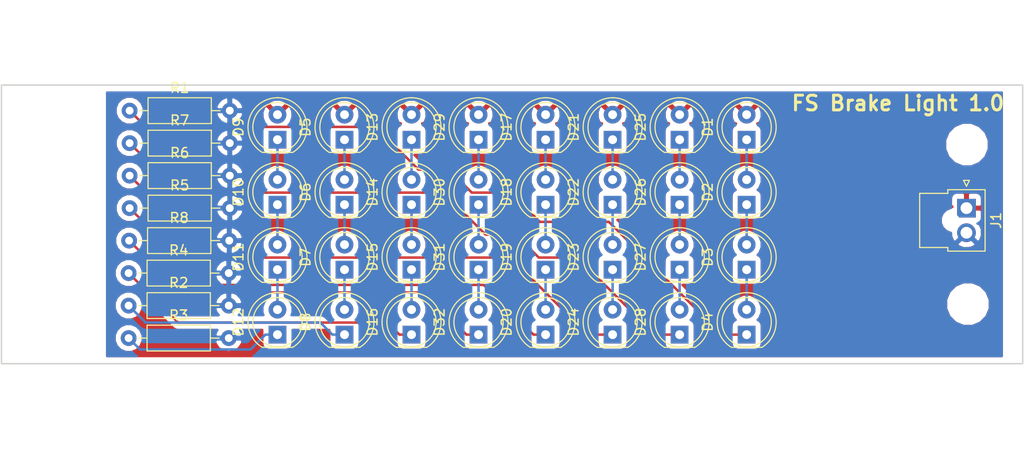
<source format=kicad_pcb>
(kicad_pcb (version 4) (host pcbnew 4.0.7)

  (general
    (links 48)
    (no_connects 0)
    (area 81.339519 18.741992 210.438267 66.45572)
    (thickness 1.6)
    (drawings 12)
    (tracks 66)
    (zones 0)
    (modules 45)
    (nets 39)
  )

  (page A4)
  (layers
    (0 F.Cu signal)
    (31 B.Cu signal)
    (32 B.Adhes user)
    (33 F.Adhes user)
    (34 B.Paste user)
    (35 F.Paste user)
    (36 B.SilkS user)
    (37 F.SilkS user)
    (38 B.Mask user)
    (39 F.Mask user)
    (40 Dwgs.User user)
    (41 Cmts.User user hide)
    (42 Eco1.User user)
    (43 Eco2.User user)
    (44 Edge.Cuts user)
    (45 Margin user)
    (46 B.CrtYd user)
    (47 F.CrtYd user)
    (48 B.Fab user)
    (49 F.Fab user)
  )

  (setup
    (last_trace_width 0.25)
    (trace_clearance 0.2)
    (zone_clearance 0.508)
    (zone_45_only no)
    (trace_min 0.2)
    (segment_width 0.2)
    (edge_width 0.15)
    (via_size 0.8)
    (via_drill 0.4)
    (via_min_size 0.4)
    (via_min_drill 0.3)
    (uvia_size 0.3)
    (uvia_drill 0.1)
    (uvias_allowed no)
    (uvia_min_size 0.2)
    (uvia_min_drill 0.1)
    (pcb_text_width 0.3)
    (pcb_text_size 1.5 1.5)
    (mod_edge_width 0.15)
    (mod_text_size 1 1)
    (mod_text_width 0.15)
    (pad_size 1.524 1.524)
    (pad_drill 0.762)
    (pad_to_mask_clearance 0.2)
    (aux_axis_origin 0 0)
    (grid_origin 0.05 0.05)
    (visible_elements 7FFFFFFF)
    (pcbplotparams
      (layerselection 0x010fc_80000001)
      (usegerberextensions false)
      (excludeedgelayer true)
      (linewidth 0.100000)
      (plotframeref false)
      (viasonmask false)
      (mode 1)
      (useauxorigin false)
      (hpglpennumber 1)
      (hpglpenspeed 20)
      (hpglpendiameter 15)
      (hpglpenoverlay 2)
      (psnegative false)
      (psa4output false)
      (plotreference true)
      (plotvalue true)
      (plotinvisibletext false)
      (padsonsilk false)
      (subtractmaskfromsilk false)
      (outputformat 1)
      (mirror false)
      (drillshape 0)
      (scaleselection 1)
      (outputdirectory BrakeLightBayAreaPrep/))
  )

  (net 0 "")
  (net 1 "Net-(D1-Pad1)")
  (net 2 +12V)
  (net 3 "Net-(D2-Pad1)")
  (net 4 "Net-(D3-Pad1)")
  (net 5 "Net-(D10-Pad2)")
  (net 6 "Net-(D10-Pad1)")
  (net 7 "Net-(D11-Pad1)")
  (net 8 "Net-(D12-Pad1)")
  (net 9 "Net-(D13-Pad1)")
  (net 10 "Net-(D14-Pad1)")
  (net 11 "Net-(D15-Pad1)")
  (net 12 "Net-(D16-Pad1)")
  (net 13 "Net-(D17-Pad1)")
  (net 14 "Net-(D18-Pad1)")
  (net 15 "Net-(D19-Pad1)")
  (net 16 "Net-(D20-Pad1)")
  (net 17 "Net-(D21-Pad1)")
  (net 18 "Net-(D22-Pad1)")
  (net 19 "Net-(D23-Pad1)")
  (net 20 "Net-(D24-Pad1)")
  (net 21 "Net-(D25-Pad1)")
  (net 22 "Net-(D26-Pad1)")
  (net 23 "Net-(D27-Pad1)")
  (net 24 "Net-(D28-Pad1)")
  (net 25 "Net-(D29-Pad1)")
  (net 26 "Net-(D30-Pad1)")
  (net 27 "Net-(D31-Pad1)")
  (net 28 "Net-(D32-Pad1)")
  (net 29 GND)
  (net 30 "Net-(D4-Pad1)")
  (net 31 "Net-(D5-Pad1)")
  (net 32 "Net-(D6-Pad1)")
  (net 33 "Net-(D7-Pad1)")
  (net 34 "Net-(D8-Pad1)")
  (net 35 "Net-(J2-Pad1)")
  (net 36 "Net-(J3-Pad1)")
  (net 37 "Net-(J4-Pad1)")
  (net 38 "Net-(J5-Pad1)")

  (net_class Default "This is the default net class."
    (clearance 0.2)
    (trace_width 0.25)
    (via_dia 0.8)
    (via_drill 0.4)
    (uvia_dia 0.3)
    (uvia_drill 0.1)
    (add_net +12V)
    (add_net GND)
    (add_net "Net-(D1-Pad1)")
    (add_net "Net-(D10-Pad1)")
    (add_net "Net-(D10-Pad2)")
    (add_net "Net-(D11-Pad1)")
    (add_net "Net-(D12-Pad1)")
    (add_net "Net-(D13-Pad1)")
    (add_net "Net-(D14-Pad1)")
    (add_net "Net-(D15-Pad1)")
    (add_net "Net-(D16-Pad1)")
    (add_net "Net-(D17-Pad1)")
    (add_net "Net-(D18-Pad1)")
    (add_net "Net-(D19-Pad1)")
    (add_net "Net-(D2-Pad1)")
    (add_net "Net-(D20-Pad1)")
    (add_net "Net-(D21-Pad1)")
    (add_net "Net-(D22-Pad1)")
    (add_net "Net-(D23-Pad1)")
    (add_net "Net-(D24-Pad1)")
    (add_net "Net-(D25-Pad1)")
    (add_net "Net-(D26-Pad1)")
    (add_net "Net-(D27-Pad1)")
    (add_net "Net-(D28-Pad1)")
    (add_net "Net-(D29-Pad1)")
    (add_net "Net-(D3-Pad1)")
    (add_net "Net-(D30-Pad1)")
    (add_net "Net-(D31-Pad1)")
    (add_net "Net-(D32-Pad1)")
    (add_net "Net-(D4-Pad1)")
    (add_net "Net-(D5-Pad1)")
    (add_net "Net-(D6-Pad1)")
    (add_net "Net-(D7-Pad1)")
    (add_net "Net-(D8-Pad1)")
    (add_net "Net-(J2-Pad1)")
    (add_net "Net-(J3-Pad1)")
    (add_net "Net-(J4-Pad1)")
    (add_net "Net-(J5-Pad1)")
  )

  (module LEDs:LED_D5.0mm (layer F.Cu) (tedit 5995936A) (tstamp 5A9B5133)
    (at 157.05 32.45 90)
    (descr "LED, diameter 5.0mm, 2 pins, http://cdn-reichelt.de/documents/datenblatt/A500/LL-504BC2E-009.pdf")
    (tags "LED diameter 5.0mm 2 pins")
    (path /5A9B4588)
    (fp_text reference D1 (at 1.27 -3.96 90) (layer F.SilkS)
      (effects (font (size 1 1) (thickness 0.15)))
    )
    (fp_text value LED (at 1.27 3.96 90) (layer F.Fab)
      (effects (font (size 1 1) (thickness 0.15)))
    )
    (fp_arc (start 1.27 0) (end -1.23 -1.469694) (angle 299.1) (layer F.Fab) (width 0.1))
    (fp_arc (start 1.27 0) (end -1.29 -1.54483) (angle 148.9) (layer F.SilkS) (width 0.12))
    (fp_arc (start 1.27 0) (end -1.29 1.54483) (angle -148.9) (layer F.SilkS) (width 0.12))
    (fp_circle (center 1.27 0) (end 3.77 0) (layer F.Fab) (width 0.1))
    (fp_circle (center 1.27 0) (end 3.77 0) (layer F.SilkS) (width 0.12))
    (fp_line (start -1.23 -1.469694) (end -1.23 1.469694) (layer F.Fab) (width 0.1))
    (fp_line (start -1.29 -1.545) (end -1.29 1.545) (layer F.SilkS) (width 0.12))
    (fp_line (start -1.95 -3.25) (end -1.95 3.25) (layer F.CrtYd) (width 0.05))
    (fp_line (start -1.95 3.25) (end 4.5 3.25) (layer F.CrtYd) (width 0.05))
    (fp_line (start 4.5 3.25) (end 4.5 -3.25) (layer F.CrtYd) (width 0.05))
    (fp_line (start 4.5 -3.25) (end -1.95 -3.25) (layer F.CrtYd) (width 0.05))
    (fp_text user %R (at 1.25 0 90) (layer F.Fab)
      (effects (font (size 0.8 0.8) (thickness 0.2)))
    )
    (pad 1 thru_hole rect (at 0 0 90) (size 1.8 1.8) (drill 0.9) (layers *.Cu *.Mask)
      (net 1 "Net-(D1-Pad1)"))
    (pad 2 thru_hole circle (at 2.54 0 90) (size 1.8 1.8) (drill 0.9) (layers *.Cu *.Mask)
      (net 2 +12V))
    (model ${KISYS3DMOD}/LEDs.3dshapes/LED_D5.0mm.wrl
      (at (xyz 0 0 0))
      (scale (xyz 0.393701 0.393701 0.393701))
      (rotate (xyz 0 0 0))
    )
  )

  (module LEDs:LED_D5.0mm (layer F.Cu) (tedit 5995936A) (tstamp 5A9B5139)
    (at 157.05 39.05 90)
    (descr "LED, diameter 5.0mm, 2 pins, http://cdn-reichelt.de/documents/datenblatt/A500/LL-504BC2E-009.pdf")
    (tags "LED diameter 5.0mm 2 pins")
    (path /5A9B5D9C)
    (fp_text reference D2 (at 1.27 -3.96 90) (layer F.SilkS)
      (effects (font (size 1 1) (thickness 0.15)))
    )
    (fp_text value LED (at 1.27 3.96 90) (layer F.Fab)
      (effects (font (size 1 1) (thickness 0.15)))
    )
    (fp_arc (start 1.27 0) (end -1.23 -1.469694) (angle 299.1) (layer F.Fab) (width 0.1))
    (fp_arc (start 1.27 0) (end -1.29 -1.54483) (angle 148.9) (layer F.SilkS) (width 0.12))
    (fp_arc (start 1.27 0) (end -1.29 1.54483) (angle -148.9) (layer F.SilkS) (width 0.12))
    (fp_circle (center 1.27 0) (end 3.77 0) (layer F.Fab) (width 0.1))
    (fp_circle (center 1.27 0) (end 3.77 0) (layer F.SilkS) (width 0.12))
    (fp_line (start -1.23 -1.469694) (end -1.23 1.469694) (layer F.Fab) (width 0.1))
    (fp_line (start -1.29 -1.545) (end -1.29 1.545) (layer F.SilkS) (width 0.12))
    (fp_line (start -1.95 -3.25) (end -1.95 3.25) (layer F.CrtYd) (width 0.05))
    (fp_line (start -1.95 3.25) (end 4.5 3.25) (layer F.CrtYd) (width 0.05))
    (fp_line (start 4.5 3.25) (end 4.5 -3.25) (layer F.CrtYd) (width 0.05))
    (fp_line (start 4.5 -3.25) (end -1.95 -3.25) (layer F.CrtYd) (width 0.05))
    (fp_text user %R (at 1.25 0 90) (layer F.Fab)
      (effects (font (size 0.8 0.8) (thickness 0.2)))
    )
    (pad 1 thru_hole rect (at 0 0 90) (size 1.8 1.8) (drill 0.9) (layers *.Cu *.Mask)
      (net 3 "Net-(D2-Pad1)"))
    (pad 2 thru_hole circle (at 2.54 0 90) (size 1.8 1.8) (drill 0.9) (layers *.Cu *.Mask)
      (net 1 "Net-(D1-Pad1)"))
    (model ${KISYS3DMOD}/LEDs.3dshapes/LED_D5.0mm.wrl
      (at (xyz 0 0 0))
      (scale (xyz 0.393701 0.393701 0.393701))
      (rotate (xyz 0 0 0))
    )
  )

  (module LEDs:LED_D5.0mm (layer F.Cu) (tedit 5995936A) (tstamp 5A9B513F)
    (at 157.05 45.65 90)
    (descr "LED, diameter 5.0mm, 2 pins, http://cdn-reichelt.de/documents/datenblatt/A500/LL-504BC2E-009.pdf")
    (tags "LED diameter 5.0mm 2 pins")
    (path /5A9B5DC4)
    (fp_text reference D3 (at 1.27 -3.96 90) (layer F.SilkS)
      (effects (font (size 1 1) (thickness 0.15)))
    )
    (fp_text value LED (at 1.27 3.96 90) (layer F.Fab)
      (effects (font (size 1 1) (thickness 0.15)))
    )
    (fp_arc (start 1.27 0) (end -1.23 -1.469694) (angle 299.1) (layer F.Fab) (width 0.1))
    (fp_arc (start 1.27 0) (end -1.29 -1.54483) (angle 148.9) (layer F.SilkS) (width 0.12))
    (fp_arc (start 1.27 0) (end -1.29 1.54483) (angle -148.9) (layer F.SilkS) (width 0.12))
    (fp_circle (center 1.27 0) (end 3.77 0) (layer F.Fab) (width 0.1))
    (fp_circle (center 1.27 0) (end 3.77 0) (layer F.SilkS) (width 0.12))
    (fp_line (start -1.23 -1.469694) (end -1.23 1.469694) (layer F.Fab) (width 0.1))
    (fp_line (start -1.29 -1.545) (end -1.29 1.545) (layer F.SilkS) (width 0.12))
    (fp_line (start -1.95 -3.25) (end -1.95 3.25) (layer F.CrtYd) (width 0.05))
    (fp_line (start -1.95 3.25) (end 4.5 3.25) (layer F.CrtYd) (width 0.05))
    (fp_line (start 4.5 3.25) (end 4.5 -3.25) (layer F.CrtYd) (width 0.05))
    (fp_line (start 4.5 -3.25) (end -1.95 -3.25) (layer F.CrtYd) (width 0.05))
    (fp_text user %R (at 1.25 0 90) (layer F.Fab)
      (effects (font (size 0.8 0.8) (thickness 0.2)))
    )
    (pad 1 thru_hole rect (at 0 0 90) (size 1.8 1.8) (drill 0.9) (layers *.Cu *.Mask)
      (net 4 "Net-(D3-Pad1)"))
    (pad 2 thru_hole circle (at 2.54 0 90) (size 1.8 1.8) (drill 0.9) (layers *.Cu *.Mask)
      (net 3 "Net-(D2-Pad1)"))
    (model ${KISYS3DMOD}/LEDs.3dshapes/LED_D5.0mm.wrl
      (at (xyz 0 0 0))
      (scale (xyz 0.393701 0.393701 0.393701))
      (rotate (xyz 0 0 0))
    )
  )

  (module LEDs:LED_D5.0mm (layer F.Cu) (tedit 5995936A) (tstamp 5A9B5145)
    (at 157.05 52.25 90)
    (descr "LED, diameter 5.0mm, 2 pins, http://cdn-reichelt.de/documents/datenblatt/A500/LL-504BC2E-009.pdf")
    (tags "LED diameter 5.0mm 2 pins")
    (path /5A9B5DEF)
    (fp_text reference D4 (at 1.27 -3.96 90) (layer F.SilkS)
      (effects (font (size 1 1) (thickness 0.15)))
    )
    (fp_text value LED (at 1.27 3.96 90) (layer F.Fab)
      (effects (font (size 1 1) (thickness 0.15)))
    )
    (fp_arc (start 1.27 0) (end -1.23 -1.469694) (angle 299.1) (layer F.Fab) (width 0.1))
    (fp_arc (start 1.27 0) (end -1.29 -1.54483) (angle 148.9) (layer F.SilkS) (width 0.12))
    (fp_arc (start 1.27 0) (end -1.29 1.54483) (angle -148.9) (layer F.SilkS) (width 0.12))
    (fp_circle (center 1.27 0) (end 3.77 0) (layer F.Fab) (width 0.1))
    (fp_circle (center 1.27 0) (end 3.77 0) (layer F.SilkS) (width 0.12))
    (fp_line (start -1.23 -1.469694) (end -1.23 1.469694) (layer F.Fab) (width 0.1))
    (fp_line (start -1.29 -1.545) (end -1.29 1.545) (layer F.SilkS) (width 0.12))
    (fp_line (start -1.95 -3.25) (end -1.95 3.25) (layer F.CrtYd) (width 0.05))
    (fp_line (start -1.95 3.25) (end 4.5 3.25) (layer F.CrtYd) (width 0.05))
    (fp_line (start 4.5 3.25) (end 4.5 -3.25) (layer F.CrtYd) (width 0.05))
    (fp_line (start 4.5 -3.25) (end -1.95 -3.25) (layer F.CrtYd) (width 0.05))
    (fp_text user %R (at 1.25 0 90) (layer F.Fab)
      (effects (font (size 0.8 0.8) (thickness 0.2)))
    )
    (pad 1 thru_hole rect (at 0 0 90) (size 1.8 1.8) (drill 0.9) (layers *.Cu *.Mask)
      (net 30 "Net-(D4-Pad1)"))
    (pad 2 thru_hole circle (at 2.54 0 90) (size 1.8 1.8) (drill 0.9) (layers *.Cu *.Mask)
      (net 4 "Net-(D3-Pad1)"))
    (model ${KISYS3DMOD}/LEDs.3dshapes/LED_D5.0mm.wrl
      (at (xyz 0 0 0))
      (scale (xyz 0.393701 0.393701 0.393701))
      (rotate (xyz 0 0 0))
    )
  )

  (module LEDs:LED_D5.0mm (layer F.Cu) (tedit 5995936A) (tstamp 5A9B514B)
    (at 116.25 32.45 90)
    (descr "LED, diameter 5.0mm, 2 pins, http://cdn-reichelt.de/documents/datenblatt/A500/LL-504BC2E-009.pdf")
    (tags "LED diameter 5.0mm 2 pins")
    (path /5A9B5E19)
    (fp_text reference D5 (at 1.27 -3.96 90) (layer F.SilkS)
      (effects (font (size 1 1) (thickness 0.15)))
    )
    (fp_text value LED (at 1.27 3.96 90) (layer F.Fab)
      (effects (font (size 1 1) (thickness 0.15)))
    )
    (fp_arc (start 1.27 0) (end -1.23 -1.469694) (angle 299.1) (layer F.Fab) (width 0.1))
    (fp_arc (start 1.27 0) (end -1.29 -1.54483) (angle 148.9) (layer F.SilkS) (width 0.12))
    (fp_arc (start 1.27 0) (end -1.29 1.54483) (angle -148.9) (layer F.SilkS) (width 0.12))
    (fp_circle (center 1.27 0) (end 3.77 0) (layer F.Fab) (width 0.1))
    (fp_circle (center 1.27 0) (end 3.77 0) (layer F.SilkS) (width 0.12))
    (fp_line (start -1.23 -1.469694) (end -1.23 1.469694) (layer F.Fab) (width 0.1))
    (fp_line (start -1.29 -1.545) (end -1.29 1.545) (layer F.SilkS) (width 0.12))
    (fp_line (start -1.95 -3.25) (end -1.95 3.25) (layer F.CrtYd) (width 0.05))
    (fp_line (start -1.95 3.25) (end 4.5 3.25) (layer F.CrtYd) (width 0.05))
    (fp_line (start 4.5 3.25) (end 4.5 -3.25) (layer F.CrtYd) (width 0.05))
    (fp_line (start 4.5 -3.25) (end -1.95 -3.25) (layer F.CrtYd) (width 0.05))
    (fp_text user %R (at 1.25 0 90) (layer F.Fab)
      (effects (font (size 0.8 0.8) (thickness 0.2)))
    )
    (pad 1 thru_hole rect (at 0 0 90) (size 1.8 1.8) (drill 0.9) (layers *.Cu *.Mask)
      (net 31 "Net-(D5-Pad1)"))
    (pad 2 thru_hole circle (at 2.54 0 90) (size 1.8 1.8) (drill 0.9) (layers *.Cu *.Mask)
      (net 2 +12V))
    (model ${KISYS3DMOD}/LEDs.3dshapes/LED_D5.0mm.wrl
      (at (xyz 0 0 0))
      (scale (xyz 0.393701 0.393701 0.393701))
      (rotate (xyz 0 0 0))
    )
  )

  (module LEDs:LED_D5.0mm (layer F.Cu) (tedit 5995936A) (tstamp 5A9B5151)
    (at 116.25 39.05 90)
    (descr "LED, diameter 5.0mm, 2 pins, http://cdn-reichelt.de/documents/datenblatt/A500/LL-504BC2E-009.pdf")
    (tags "LED diameter 5.0mm 2 pins")
    (path /5A9B5FF1)
    (fp_text reference D6 (at 1.27 -3.96 90) (layer F.SilkS)
      (effects (font (size 1 1) (thickness 0.15)))
    )
    (fp_text value LED (at 1.27 3.96 90) (layer F.Fab)
      (effects (font (size 1 1) (thickness 0.15)))
    )
    (fp_arc (start 1.27 0) (end -1.23 -1.469694) (angle 299.1) (layer F.Fab) (width 0.1))
    (fp_arc (start 1.27 0) (end -1.29 -1.54483) (angle 148.9) (layer F.SilkS) (width 0.12))
    (fp_arc (start 1.27 0) (end -1.29 1.54483) (angle -148.9) (layer F.SilkS) (width 0.12))
    (fp_circle (center 1.27 0) (end 3.77 0) (layer F.Fab) (width 0.1))
    (fp_circle (center 1.27 0) (end 3.77 0) (layer F.SilkS) (width 0.12))
    (fp_line (start -1.23 -1.469694) (end -1.23 1.469694) (layer F.Fab) (width 0.1))
    (fp_line (start -1.29 -1.545) (end -1.29 1.545) (layer F.SilkS) (width 0.12))
    (fp_line (start -1.95 -3.25) (end -1.95 3.25) (layer F.CrtYd) (width 0.05))
    (fp_line (start -1.95 3.25) (end 4.5 3.25) (layer F.CrtYd) (width 0.05))
    (fp_line (start 4.5 3.25) (end 4.5 -3.25) (layer F.CrtYd) (width 0.05))
    (fp_line (start 4.5 -3.25) (end -1.95 -3.25) (layer F.CrtYd) (width 0.05))
    (fp_text user %R (at 1.25 0 90) (layer F.Fab)
      (effects (font (size 0.8 0.8) (thickness 0.2)))
    )
    (pad 1 thru_hole rect (at 0 0 90) (size 1.8 1.8) (drill 0.9) (layers *.Cu *.Mask)
      (net 32 "Net-(D6-Pad1)"))
    (pad 2 thru_hole circle (at 2.54 0 90) (size 1.8 1.8) (drill 0.9) (layers *.Cu *.Mask)
      (net 31 "Net-(D5-Pad1)"))
    (model ${KISYS3DMOD}/LEDs.3dshapes/LED_D5.0mm.wrl
      (at (xyz 0 0 0))
      (scale (xyz 0.393701 0.393701 0.393701))
      (rotate (xyz 0 0 0))
    )
  )

  (module LEDs:LED_D5.0mm (layer F.Cu) (tedit 5995936A) (tstamp 5A9B5157)
    (at 116.25 45.65 90)
    (descr "LED, diameter 5.0mm, 2 pins, http://cdn-reichelt.de/documents/datenblatt/A500/LL-504BC2E-009.pdf")
    (tags "LED diameter 5.0mm 2 pins")
    (path /5A9B603B)
    (fp_text reference D7 (at 1.27 -3.96 90) (layer F.SilkS)
      (effects (font (size 1 1) (thickness 0.15)))
    )
    (fp_text value LED (at 1.27 3.96 90) (layer F.Fab)
      (effects (font (size 1 1) (thickness 0.15)))
    )
    (fp_arc (start 1.27 0) (end -1.23 -1.469694) (angle 299.1) (layer F.Fab) (width 0.1))
    (fp_arc (start 1.27 0) (end -1.29 -1.54483) (angle 148.9) (layer F.SilkS) (width 0.12))
    (fp_arc (start 1.27 0) (end -1.29 1.54483) (angle -148.9) (layer F.SilkS) (width 0.12))
    (fp_circle (center 1.27 0) (end 3.77 0) (layer F.Fab) (width 0.1))
    (fp_circle (center 1.27 0) (end 3.77 0) (layer F.SilkS) (width 0.12))
    (fp_line (start -1.23 -1.469694) (end -1.23 1.469694) (layer F.Fab) (width 0.1))
    (fp_line (start -1.29 -1.545) (end -1.29 1.545) (layer F.SilkS) (width 0.12))
    (fp_line (start -1.95 -3.25) (end -1.95 3.25) (layer F.CrtYd) (width 0.05))
    (fp_line (start -1.95 3.25) (end 4.5 3.25) (layer F.CrtYd) (width 0.05))
    (fp_line (start 4.5 3.25) (end 4.5 -3.25) (layer F.CrtYd) (width 0.05))
    (fp_line (start 4.5 -3.25) (end -1.95 -3.25) (layer F.CrtYd) (width 0.05))
    (fp_text user %R (at 1.25 0 90) (layer F.Fab)
      (effects (font (size 0.8 0.8) (thickness 0.2)))
    )
    (pad 1 thru_hole rect (at 0 0 90) (size 1.8 1.8) (drill 0.9) (layers *.Cu *.Mask)
      (net 33 "Net-(D7-Pad1)"))
    (pad 2 thru_hole circle (at 2.54 0 90) (size 1.8 1.8) (drill 0.9) (layers *.Cu *.Mask)
      (net 32 "Net-(D6-Pad1)"))
    (model ${KISYS3DMOD}/LEDs.3dshapes/LED_D5.0mm.wrl
      (at (xyz 0 0 0))
      (scale (xyz 0.393701 0.393701 0.393701))
      (rotate (xyz 0 0 0))
    )
  )

  (module LEDs:LED_D5.0mm (layer F.Cu) (tedit 5995936A) (tstamp 5A9B515D)
    (at 116.25 52.25 90)
    (descr "LED, diameter 5.0mm, 2 pins, http://cdn-reichelt.de/documents/datenblatt/A500/LL-504BC2E-009.pdf")
    (tags "LED diameter 5.0mm 2 pins")
    (path /5A9B6084)
    (fp_text reference D8 (at 1.27 -3.96 90) (layer F.SilkS)
      (effects (font (size 1 1) (thickness 0.15)))
    )
    (fp_text value LED (at 1.27 3.96 90) (layer F.Fab)
      (effects (font (size 1 1) (thickness 0.15)))
    )
    (fp_arc (start 1.27 0) (end -1.23 -1.469694) (angle 299.1) (layer F.Fab) (width 0.1))
    (fp_arc (start 1.27 0) (end -1.29 -1.54483) (angle 148.9) (layer F.SilkS) (width 0.12))
    (fp_arc (start 1.27 0) (end -1.29 1.54483) (angle -148.9) (layer F.SilkS) (width 0.12))
    (fp_circle (center 1.27 0) (end 3.77 0) (layer F.Fab) (width 0.1))
    (fp_circle (center 1.27 0) (end 3.77 0) (layer F.SilkS) (width 0.12))
    (fp_line (start -1.23 -1.469694) (end -1.23 1.469694) (layer F.Fab) (width 0.1))
    (fp_line (start -1.29 -1.545) (end -1.29 1.545) (layer F.SilkS) (width 0.12))
    (fp_line (start -1.95 -3.25) (end -1.95 3.25) (layer F.CrtYd) (width 0.05))
    (fp_line (start -1.95 3.25) (end 4.5 3.25) (layer F.CrtYd) (width 0.05))
    (fp_line (start 4.5 3.25) (end 4.5 -3.25) (layer F.CrtYd) (width 0.05))
    (fp_line (start 4.5 -3.25) (end -1.95 -3.25) (layer F.CrtYd) (width 0.05))
    (fp_text user %R (at 1.25 0 90) (layer F.Fab)
      (effects (font (size 0.8 0.8) (thickness 0.2)))
    )
    (pad 1 thru_hole rect (at 0 0 90) (size 1.8 1.8) (drill 0.9) (layers *.Cu *.Mask)
      (net 34 "Net-(D8-Pad1)"))
    (pad 2 thru_hole circle (at 2.54 0 90) (size 1.8 1.8) (drill 0.9) (layers *.Cu *.Mask)
      (net 33 "Net-(D7-Pad1)"))
    (model ${KISYS3DMOD}/LEDs.3dshapes/LED_D5.0mm.wrl
      (at (xyz 0 0 0))
      (scale (xyz 0.393701 0.393701 0.393701))
      (rotate (xyz 0 0 0))
    )
  )

  (module LEDs:LED_D5.0mm (layer F.Cu) (tedit 5995936A) (tstamp 5A9B5163)
    (at 109.45 32.45 90)
    (descr "LED, diameter 5.0mm, 2 pins, http://cdn-reichelt.de/documents/datenblatt/A500/LL-504BC2E-009.pdf")
    (tags "LED diameter 5.0mm 2 pins")
    (path /5A9B5E48)
    (fp_text reference D9 (at 1.27 -3.96 90) (layer F.SilkS)
      (effects (font (size 1 1) (thickness 0.15)))
    )
    (fp_text value LED (at 1.27 3.96 90) (layer F.Fab)
      (effects (font (size 1 1) (thickness 0.15)))
    )
    (fp_arc (start 1.27 0) (end -1.23 -1.469694) (angle 299.1) (layer F.Fab) (width 0.1))
    (fp_arc (start 1.27 0) (end -1.29 -1.54483) (angle 148.9) (layer F.SilkS) (width 0.12))
    (fp_arc (start 1.27 0) (end -1.29 1.54483) (angle -148.9) (layer F.SilkS) (width 0.12))
    (fp_circle (center 1.27 0) (end 3.77 0) (layer F.Fab) (width 0.1))
    (fp_circle (center 1.27 0) (end 3.77 0) (layer F.SilkS) (width 0.12))
    (fp_line (start -1.23 -1.469694) (end -1.23 1.469694) (layer F.Fab) (width 0.1))
    (fp_line (start -1.29 -1.545) (end -1.29 1.545) (layer F.SilkS) (width 0.12))
    (fp_line (start -1.95 -3.25) (end -1.95 3.25) (layer F.CrtYd) (width 0.05))
    (fp_line (start -1.95 3.25) (end 4.5 3.25) (layer F.CrtYd) (width 0.05))
    (fp_line (start 4.5 3.25) (end 4.5 -3.25) (layer F.CrtYd) (width 0.05))
    (fp_line (start 4.5 -3.25) (end -1.95 -3.25) (layer F.CrtYd) (width 0.05))
    (fp_text user %R (at 1.25 0 90) (layer F.Fab)
      (effects (font (size 0.8 0.8) (thickness 0.2)))
    )
    (pad 1 thru_hole rect (at 0 0 90) (size 1.8 1.8) (drill 0.9) (layers *.Cu *.Mask)
      (net 5 "Net-(D10-Pad2)"))
    (pad 2 thru_hole circle (at 2.54 0 90) (size 1.8 1.8) (drill 0.9) (layers *.Cu *.Mask)
      (net 2 +12V))
    (model ${KISYS3DMOD}/LEDs.3dshapes/LED_D5.0mm.wrl
      (at (xyz 0 0 0))
      (scale (xyz 0.393701 0.393701 0.393701))
      (rotate (xyz 0 0 0))
    )
  )

  (module LEDs:LED_D5.0mm (layer F.Cu) (tedit 5995936A) (tstamp 5A9B5169)
    (at 109.45 39.05 90)
    (descr "LED, diameter 5.0mm, 2 pins, http://cdn-reichelt.de/documents/datenblatt/A500/LL-504BC2E-009.pdf")
    (tags "LED diameter 5.0mm 2 pins")
    (path /5A9B60D0)
    (fp_text reference D10 (at 1.27 -3.96 90) (layer F.SilkS)
      (effects (font (size 1 1) (thickness 0.15)))
    )
    (fp_text value LED (at 1.27 3.96 90) (layer F.Fab)
      (effects (font (size 1 1) (thickness 0.15)))
    )
    (fp_arc (start 1.27 0) (end -1.23 -1.469694) (angle 299.1) (layer F.Fab) (width 0.1))
    (fp_arc (start 1.27 0) (end -1.29 -1.54483) (angle 148.9) (layer F.SilkS) (width 0.12))
    (fp_arc (start 1.27 0) (end -1.29 1.54483) (angle -148.9) (layer F.SilkS) (width 0.12))
    (fp_circle (center 1.27 0) (end 3.77 0) (layer F.Fab) (width 0.1))
    (fp_circle (center 1.27 0) (end 3.77 0) (layer F.SilkS) (width 0.12))
    (fp_line (start -1.23 -1.469694) (end -1.23 1.469694) (layer F.Fab) (width 0.1))
    (fp_line (start -1.29 -1.545) (end -1.29 1.545) (layer F.SilkS) (width 0.12))
    (fp_line (start -1.95 -3.25) (end -1.95 3.25) (layer F.CrtYd) (width 0.05))
    (fp_line (start -1.95 3.25) (end 4.5 3.25) (layer F.CrtYd) (width 0.05))
    (fp_line (start 4.5 3.25) (end 4.5 -3.25) (layer F.CrtYd) (width 0.05))
    (fp_line (start 4.5 -3.25) (end -1.95 -3.25) (layer F.CrtYd) (width 0.05))
    (fp_text user %R (at 1.25 0 90) (layer F.Fab)
      (effects (font (size 0.8 0.8) (thickness 0.2)))
    )
    (pad 1 thru_hole rect (at 0 0 90) (size 1.8 1.8) (drill 0.9) (layers *.Cu *.Mask)
      (net 6 "Net-(D10-Pad1)"))
    (pad 2 thru_hole circle (at 2.54 0 90) (size 1.8 1.8) (drill 0.9) (layers *.Cu *.Mask)
      (net 5 "Net-(D10-Pad2)"))
    (model ${KISYS3DMOD}/LEDs.3dshapes/LED_D5.0mm.wrl
      (at (xyz 0 0 0))
      (scale (xyz 0.393701 0.393701 0.393701))
      (rotate (xyz 0 0 0))
    )
  )

  (module LEDs:LED_D5.0mm (layer F.Cu) (tedit 5995936A) (tstamp 5A9B516F)
    (at 109.45 45.65 90)
    (descr "LED, diameter 5.0mm, 2 pins, http://cdn-reichelt.de/documents/datenblatt/A500/LL-504BC2E-009.pdf")
    (tags "LED diameter 5.0mm 2 pins")
    (path /5A9B6125)
    (fp_text reference D11 (at 1.27 -3.96 90) (layer F.SilkS)
      (effects (font (size 1 1) (thickness 0.15)))
    )
    (fp_text value LED (at 1.27 3.96 90) (layer F.Fab)
      (effects (font (size 1 1) (thickness 0.15)))
    )
    (fp_arc (start 1.27 0) (end -1.23 -1.469694) (angle 299.1) (layer F.Fab) (width 0.1))
    (fp_arc (start 1.27 0) (end -1.29 -1.54483) (angle 148.9) (layer F.SilkS) (width 0.12))
    (fp_arc (start 1.27 0) (end -1.29 1.54483) (angle -148.9) (layer F.SilkS) (width 0.12))
    (fp_circle (center 1.27 0) (end 3.77 0) (layer F.Fab) (width 0.1))
    (fp_circle (center 1.27 0) (end 3.77 0) (layer F.SilkS) (width 0.12))
    (fp_line (start -1.23 -1.469694) (end -1.23 1.469694) (layer F.Fab) (width 0.1))
    (fp_line (start -1.29 -1.545) (end -1.29 1.545) (layer F.SilkS) (width 0.12))
    (fp_line (start -1.95 -3.25) (end -1.95 3.25) (layer F.CrtYd) (width 0.05))
    (fp_line (start -1.95 3.25) (end 4.5 3.25) (layer F.CrtYd) (width 0.05))
    (fp_line (start 4.5 3.25) (end 4.5 -3.25) (layer F.CrtYd) (width 0.05))
    (fp_line (start 4.5 -3.25) (end -1.95 -3.25) (layer F.CrtYd) (width 0.05))
    (fp_text user %R (at 1.25 0 90) (layer F.Fab)
      (effects (font (size 0.8 0.8) (thickness 0.2)))
    )
    (pad 1 thru_hole rect (at 0 0 90) (size 1.8 1.8) (drill 0.9) (layers *.Cu *.Mask)
      (net 7 "Net-(D11-Pad1)"))
    (pad 2 thru_hole circle (at 2.54 0 90) (size 1.8 1.8) (drill 0.9) (layers *.Cu *.Mask)
      (net 6 "Net-(D10-Pad1)"))
    (model ${KISYS3DMOD}/LEDs.3dshapes/LED_D5.0mm.wrl
      (at (xyz 0 0 0))
      (scale (xyz 0.393701 0.393701 0.393701))
      (rotate (xyz 0 0 0))
    )
  )

  (module LEDs:LED_D5.0mm (layer F.Cu) (tedit 5995936A) (tstamp 5A9B5175)
    (at 109.45 52.25 90)
    (descr "LED, diameter 5.0mm, 2 pins, http://cdn-reichelt.de/documents/datenblatt/A500/LL-504BC2E-009.pdf")
    (tags "LED diameter 5.0mm 2 pins")
    (path /5A9B6177)
    (fp_text reference D12 (at 1.27 -3.96 90) (layer F.SilkS)
      (effects (font (size 1 1) (thickness 0.15)))
    )
    (fp_text value LED (at 1.27 3.96 90) (layer F.Fab)
      (effects (font (size 1 1) (thickness 0.15)))
    )
    (fp_arc (start 1.27 0) (end -1.23 -1.469694) (angle 299.1) (layer F.Fab) (width 0.1))
    (fp_arc (start 1.27 0) (end -1.29 -1.54483) (angle 148.9) (layer F.SilkS) (width 0.12))
    (fp_arc (start 1.27 0) (end -1.29 1.54483) (angle -148.9) (layer F.SilkS) (width 0.12))
    (fp_circle (center 1.27 0) (end 3.77 0) (layer F.Fab) (width 0.1))
    (fp_circle (center 1.27 0) (end 3.77 0) (layer F.SilkS) (width 0.12))
    (fp_line (start -1.23 -1.469694) (end -1.23 1.469694) (layer F.Fab) (width 0.1))
    (fp_line (start -1.29 -1.545) (end -1.29 1.545) (layer F.SilkS) (width 0.12))
    (fp_line (start -1.95 -3.25) (end -1.95 3.25) (layer F.CrtYd) (width 0.05))
    (fp_line (start -1.95 3.25) (end 4.5 3.25) (layer F.CrtYd) (width 0.05))
    (fp_line (start 4.5 3.25) (end 4.5 -3.25) (layer F.CrtYd) (width 0.05))
    (fp_line (start 4.5 -3.25) (end -1.95 -3.25) (layer F.CrtYd) (width 0.05))
    (fp_text user %R (at 1.25 0 90) (layer F.Fab)
      (effects (font (size 0.8 0.8) (thickness 0.2)))
    )
    (pad 1 thru_hole rect (at 0 0 90) (size 1.8 1.8) (drill 0.9) (layers *.Cu *.Mask)
      (net 8 "Net-(D12-Pad1)"))
    (pad 2 thru_hole circle (at 2.54 0 90) (size 1.8 1.8) (drill 0.9) (layers *.Cu *.Mask)
      (net 7 "Net-(D11-Pad1)"))
    (model ${KISYS3DMOD}/LEDs.3dshapes/LED_D5.0mm.wrl
      (at (xyz 0 0 0))
      (scale (xyz 0.393701 0.393701 0.393701))
      (rotate (xyz 0 0 0))
    )
  )

  (module LEDs:LED_D5.0mm (layer F.Cu) (tedit 5995936A) (tstamp 5A9B517B)
    (at 123.05 32.45 90)
    (descr "LED, diameter 5.0mm, 2 pins, http://cdn-reichelt.de/documents/datenblatt/A500/LL-504BC2E-009.pdf")
    (tags "LED diameter 5.0mm 2 pins")
    (path /5A9B5E7C)
    (fp_text reference D13 (at 1.27 -3.96 90) (layer F.SilkS)
      (effects (font (size 1 1) (thickness 0.15)))
    )
    (fp_text value LED (at 1.27 3.96 90) (layer F.Fab)
      (effects (font (size 1 1) (thickness 0.15)))
    )
    (fp_arc (start 1.27 0) (end -1.23 -1.469694) (angle 299.1) (layer F.Fab) (width 0.1))
    (fp_arc (start 1.27 0) (end -1.29 -1.54483) (angle 148.9) (layer F.SilkS) (width 0.12))
    (fp_arc (start 1.27 0) (end -1.29 1.54483) (angle -148.9) (layer F.SilkS) (width 0.12))
    (fp_circle (center 1.27 0) (end 3.77 0) (layer F.Fab) (width 0.1))
    (fp_circle (center 1.27 0) (end 3.77 0) (layer F.SilkS) (width 0.12))
    (fp_line (start -1.23 -1.469694) (end -1.23 1.469694) (layer F.Fab) (width 0.1))
    (fp_line (start -1.29 -1.545) (end -1.29 1.545) (layer F.SilkS) (width 0.12))
    (fp_line (start -1.95 -3.25) (end -1.95 3.25) (layer F.CrtYd) (width 0.05))
    (fp_line (start -1.95 3.25) (end 4.5 3.25) (layer F.CrtYd) (width 0.05))
    (fp_line (start 4.5 3.25) (end 4.5 -3.25) (layer F.CrtYd) (width 0.05))
    (fp_line (start 4.5 -3.25) (end -1.95 -3.25) (layer F.CrtYd) (width 0.05))
    (fp_text user %R (at 1.25 0 90) (layer F.Fab)
      (effects (font (size 0.8 0.8) (thickness 0.2)))
    )
    (pad 1 thru_hole rect (at 0 0 90) (size 1.8 1.8) (drill 0.9) (layers *.Cu *.Mask)
      (net 9 "Net-(D13-Pad1)"))
    (pad 2 thru_hole circle (at 2.54 0 90) (size 1.8 1.8) (drill 0.9) (layers *.Cu *.Mask)
      (net 2 +12V))
    (model ${KISYS3DMOD}/LEDs.3dshapes/LED_D5.0mm.wrl
      (at (xyz 0 0 0))
      (scale (xyz 0.393701 0.393701 0.393701))
      (rotate (xyz 0 0 0))
    )
  )

  (module LEDs:LED_D5.0mm (layer F.Cu) (tedit 5995936A) (tstamp 5A9B5181)
    (at 123.05 39.05 90)
    (descr "LED, diameter 5.0mm, 2 pins, http://cdn-reichelt.de/documents/datenblatt/A500/LL-504BC2E-009.pdf")
    (tags "LED diameter 5.0mm 2 pins")
    (path /5A9B61D2)
    (fp_text reference D14 (at 1.27 -3.96 90) (layer F.SilkS)
      (effects (font (size 1 1) (thickness 0.15)))
    )
    (fp_text value LED (at 1.27 3.96 90) (layer F.Fab)
      (effects (font (size 1 1) (thickness 0.15)))
    )
    (fp_arc (start 1.27 0) (end -1.23 -1.469694) (angle 299.1) (layer F.Fab) (width 0.1))
    (fp_arc (start 1.27 0) (end -1.29 -1.54483) (angle 148.9) (layer F.SilkS) (width 0.12))
    (fp_arc (start 1.27 0) (end -1.29 1.54483) (angle -148.9) (layer F.SilkS) (width 0.12))
    (fp_circle (center 1.27 0) (end 3.77 0) (layer F.Fab) (width 0.1))
    (fp_circle (center 1.27 0) (end 3.77 0) (layer F.SilkS) (width 0.12))
    (fp_line (start -1.23 -1.469694) (end -1.23 1.469694) (layer F.Fab) (width 0.1))
    (fp_line (start -1.29 -1.545) (end -1.29 1.545) (layer F.SilkS) (width 0.12))
    (fp_line (start -1.95 -3.25) (end -1.95 3.25) (layer F.CrtYd) (width 0.05))
    (fp_line (start -1.95 3.25) (end 4.5 3.25) (layer F.CrtYd) (width 0.05))
    (fp_line (start 4.5 3.25) (end 4.5 -3.25) (layer F.CrtYd) (width 0.05))
    (fp_line (start 4.5 -3.25) (end -1.95 -3.25) (layer F.CrtYd) (width 0.05))
    (fp_text user %R (at 1.25 0 90) (layer F.Fab)
      (effects (font (size 0.8 0.8) (thickness 0.2)))
    )
    (pad 1 thru_hole rect (at 0 0 90) (size 1.8 1.8) (drill 0.9) (layers *.Cu *.Mask)
      (net 10 "Net-(D14-Pad1)"))
    (pad 2 thru_hole circle (at 2.54 0 90) (size 1.8 1.8) (drill 0.9) (layers *.Cu *.Mask)
      (net 9 "Net-(D13-Pad1)"))
    (model ${KISYS3DMOD}/LEDs.3dshapes/LED_D5.0mm.wrl
      (at (xyz 0 0 0))
      (scale (xyz 0.393701 0.393701 0.393701))
      (rotate (xyz 0 0 0))
    )
  )

  (module LEDs:LED_D5.0mm (layer F.Cu) (tedit 5995936A) (tstamp 5A9B5187)
    (at 123.05 45.65 90)
    (descr "LED, diameter 5.0mm, 2 pins, http://cdn-reichelt.de/documents/datenblatt/A500/LL-504BC2E-009.pdf")
    (tags "LED diameter 5.0mm 2 pins")
    (path /5A9B622E)
    (fp_text reference D15 (at 1.27 -3.96 90) (layer F.SilkS)
      (effects (font (size 1 1) (thickness 0.15)))
    )
    (fp_text value LED (at 1.27 3.96 90) (layer F.Fab)
      (effects (font (size 1 1) (thickness 0.15)))
    )
    (fp_arc (start 1.27 0) (end -1.23 -1.469694) (angle 299.1) (layer F.Fab) (width 0.1))
    (fp_arc (start 1.27 0) (end -1.29 -1.54483) (angle 148.9) (layer F.SilkS) (width 0.12))
    (fp_arc (start 1.27 0) (end -1.29 1.54483) (angle -148.9) (layer F.SilkS) (width 0.12))
    (fp_circle (center 1.27 0) (end 3.77 0) (layer F.Fab) (width 0.1))
    (fp_circle (center 1.27 0) (end 3.77 0) (layer F.SilkS) (width 0.12))
    (fp_line (start -1.23 -1.469694) (end -1.23 1.469694) (layer F.Fab) (width 0.1))
    (fp_line (start -1.29 -1.545) (end -1.29 1.545) (layer F.SilkS) (width 0.12))
    (fp_line (start -1.95 -3.25) (end -1.95 3.25) (layer F.CrtYd) (width 0.05))
    (fp_line (start -1.95 3.25) (end 4.5 3.25) (layer F.CrtYd) (width 0.05))
    (fp_line (start 4.5 3.25) (end 4.5 -3.25) (layer F.CrtYd) (width 0.05))
    (fp_line (start 4.5 -3.25) (end -1.95 -3.25) (layer F.CrtYd) (width 0.05))
    (fp_text user %R (at 1.25 0 90) (layer F.Fab)
      (effects (font (size 0.8 0.8) (thickness 0.2)))
    )
    (pad 1 thru_hole rect (at 0 0 90) (size 1.8 1.8) (drill 0.9) (layers *.Cu *.Mask)
      (net 11 "Net-(D15-Pad1)"))
    (pad 2 thru_hole circle (at 2.54 0 90) (size 1.8 1.8) (drill 0.9) (layers *.Cu *.Mask)
      (net 10 "Net-(D14-Pad1)"))
    (model ${KISYS3DMOD}/LEDs.3dshapes/LED_D5.0mm.wrl
      (at (xyz 0 0 0))
      (scale (xyz 0.393701 0.393701 0.393701))
      (rotate (xyz 0 0 0))
    )
  )

  (module LEDs:LED_D5.0mm (layer F.Cu) (tedit 5995936A) (tstamp 5A9B518D)
    (at 123.05 52.25 90)
    (descr "LED, diameter 5.0mm, 2 pins, http://cdn-reichelt.de/documents/datenblatt/A500/LL-504BC2E-009.pdf")
    (tags "LED diameter 5.0mm 2 pins")
    (path /5A9B6285)
    (fp_text reference D16 (at 1.27 -3.96 90) (layer F.SilkS)
      (effects (font (size 1 1) (thickness 0.15)))
    )
    (fp_text value LED (at 1.27 3.96 90) (layer F.Fab)
      (effects (font (size 1 1) (thickness 0.15)))
    )
    (fp_arc (start 1.27 0) (end -1.23 -1.469694) (angle 299.1) (layer F.Fab) (width 0.1))
    (fp_arc (start 1.27 0) (end -1.29 -1.54483) (angle 148.9) (layer F.SilkS) (width 0.12))
    (fp_arc (start 1.27 0) (end -1.29 1.54483) (angle -148.9) (layer F.SilkS) (width 0.12))
    (fp_circle (center 1.27 0) (end 3.77 0) (layer F.Fab) (width 0.1))
    (fp_circle (center 1.27 0) (end 3.77 0) (layer F.SilkS) (width 0.12))
    (fp_line (start -1.23 -1.469694) (end -1.23 1.469694) (layer F.Fab) (width 0.1))
    (fp_line (start -1.29 -1.545) (end -1.29 1.545) (layer F.SilkS) (width 0.12))
    (fp_line (start -1.95 -3.25) (end -1.95 3.25) (layer F.CrtYd) (width 0.05))
    (fp_line (start -1.95 3.25) (end 4.5 3.25) (layer F.CrtYd) (width 0.05))
    (fp_line (start 4.5 3.25) (end 4.5 -3.25) (layer F.CrtYd) (width 0.05))
    (fp_line (start 4.5 -3.25) (end -1.95 -3.25) (layer F.CrtYd) (width 0.05))
    (fp_text user %R (at 1.25 0 90) (layer F.Fab)
      (effects (font (size 0.8 0.8) (thickness 0.2)))
    )
    (pad 1 thru_hole rect (at 0 0 90) (size 1.8 1.8) (drill 0.9) (layers *.Cu *.Mask)
      (net 12 "Net-(D16-Pad1)"))
    (pad 2 thru_hole circle (at 2.54 0 90) (size 1.8 1.8) (drill 0.9) (layers *.Cu *.Mask)
      (net 11 "Net-(D15-Pad1)"))
    (model ${KISYS3DMOD}/LEDs.3dshapes/LED_D5.0mm.wrl
      (at (xyz 0 0 0))
      (scale (xyz 0.393701 0.393701 0.393701))
      (rotate (xyz 0 0 0))
    )
  )

  (module LEDs:LED_D5.0mm (layer F.Cu) (tedit 5995936A) (tstamp 5A9B5193)
    (at 136.65 32.45 90)
    (descr "LED, diameter 5.0mm, 2 pins, http://cdn-reichelt.de/documents/datenblatt/A500/LL-504BC2E-009.pdf")
    (tags "LED diameter 5.0mm 2 pins")
    (path /5A9B5EB3)
    (fp_text reference D17 (at 1.27 -3.96 90) (layer F.SilkS)
      (effects (font (size 1 1) (thickness 0.15)))
    )
    (fp_text value LED (at 1.27 3.96 90) (layer F.Fab)
      (effects (font (size 1 1) (thickness 0.15)))
    )
    (fp_arc (start 1.27 0) (end -1.23 -1.469694) (angle 299.1) (layer F.Fab) (width 0.1))
    (fp_arc (start 1.27 0) (end -1.29 -1.54483) (angle 148.9) (layer F.SilkS) (width 0.12))
    (fp_arc (start 1.27 0) (end -1.29 1.54483) (angle -148.9) (layer F.SilkS) (width 0.12))
    (fp_circle (center 1.27 0) (end 3.77 0) (layer F.Fab) (width 0.1))
    (fp_circle (center 1.27 0) (end 3.77 0) (layer F.SilkS) (width 0.12))
    (fp_line (start -1.23 -1.469694) (end -1.23 1.469694) (layer F.Fab) (width 0.1))
    (fp_line (start -1.29 -1.545) (end -1.29 1.545) (layer F.SilkS) (width 0.12))
    (fp_line (start -1.95 -3.25) (end -1.95 3.25) (layer F.CrtYd) (width 0.05))
    (fp_line (start -1.95 3.25) (end 4.5 3.25) (layer F.CrtYd) (width 0.05))
    (fp_line (start 4.5 3.25) (end 4.5 -3.25) (layer F.CrtYd) (width 0.05))
    (fp_line (start 4.5 -3.25) (end -1.95 -3.25) (layer F.CrtYd) (width 0.05))
    (fp_text user %R (at 1.25 0 90) (layer F.Fab)
      (effects (font (size 0.8 0.8) (thickness 0.2)))
    )
    (pad 1 thru_hole rect (at 0 0 90) (size 1.8 1.8) (drill 0.9) (layers *.Cu *.Mask)
      (net 13 "Net-(D17-Pad1)"))
    (pad 2 thru_hole circle (at 2.54 0 90) (size 1.8 1.8) (drill 0.9) (layers *.Cu *.Mask)
      (net 2 +12V))
    (model ${KISYS3DMOD}/LEDs.3dshapes/LED_D5.0mm.wrl
      (at (xyz 0 0 0))
      (scale (xyz 0.393701 0.393701 0.393701))
      (rotate (xyz 0 0 0))
    )
  )

  (module LEDs:LED_D5.0mm (layer F.Cu) (tedit 5995936A) (tstamp 5A9B5199)
    (at 136.65 39.05 90)
    (descr "LED, diameter 5.0mm, 2 pins, http://cdn-reichelt.de/documents/datenblatt/A500/LL-504BC2E-009.pdf")
    (tags "LED diameter 5.0mm 2 pins")
    (path /5A9B62E3)
    (fp_text reference D18 (at 1.27 -3.96 90) (layer F.SilkS)
      (effects (font (size 1 1) (thickness 0.15)))
    )
    (fp_text value LED (at 1.27 3.96 90) (layer F.Fab)
      (effects (font (size 1 1) (thickness 0.15)))
    )
    (fp_arc (start 1.27 0) (end -1.23 -1.469694) (angle 299.1) (layer F.Fab) (width 0.1))
    (fp_arc (start 1.27 0) (end -1.29 -1.54483) (angle 148.9) (layer F.SilkS) (width 0.12))
    (fp_arc (start 1.27 0) (end -1.29 1.54483) (angle -148.9) (layer F.SilkS) (width 0.12))
    (fp_circle (center 1.27 0) (end 3.77 0) (layer F.Fab) (width 0.1))
    (fp_circle (center 1.27 0) (end 3.77 0) (layer F.SilkS) (width 0.12))
    (fp_line (start -1.23 -1.469694) (end -1.23 1.469694) (layer F.Fab) (width 0.1))
    (fp_line (start -1.29 -1.545) (end -1.29 1.545) (layer F.SilkS) (width 0.12))
    (fp_line (start -1.95 -3.25) (end -1.95 3.25) (layer F.CrtYd) (width 0.05))
    (fp_line (start -1.95 3.25) (end 4.5 3.25) (layer F.CrtYd) (width 0.05))
    (fp_line (start 4.5 3.25) (end 4.5 -3.25) (layer F.CrtYd) (width 0.05))
    (fp_line (start 4.5 -3.25) (end -1.95 -3.25) (layer F.CrtYd) (width 0.05))
    (fp_text user %R (at 1.25 0 90) (layer F.Fab)
      (effects (font (size 0.8 0.8) (thickness 0.2)))
    )
    (pad 1 thru_hole rect (at 0 0 90) (size 1.8 1.8) (drill 0.9) (layers *.Cu *.Mask)
      (net 14 "Net-(D18-Pad1)"))
    (pad 2 thru_hole circle (at 2.54 0 90) (size 1.8 1.8) (drill 0.9) (layers *.Cu *.Mask)
      (net 13 "Net-(D17-Pad1)"))
    (model ${KISYS3DMOD}/LEDs.3dshapes/LED_D5.0mm.wrl
      (at (xyz 0 0 0))
      (scale (xyz 0.393701 0.393701 0.393701))
      (rotate (xyz 0 0 0))
    )
  )

  (module LEDs:LED_D5.0mm (layer F.Cu) (tedit 5995936A) (tstamp 5A9B519F)
    (at 136.65 45.65 90)
    (descr "LED, diameter 5.0mm, 2 pins, http://cdn-reichelt.de/documents/datenblatt/A500/LL-504BC2E-009.pdf")
    (tags "LED diameter 5.0mm 2 pins")
    (path /5A9B64C8)
    (fp_text reference D19 (at 1.27 -3.96 90) (layer F.SilkS)
      (effects (font (size 1 1) (thickness 0.15)))
    )
    (fp_text value LED (at 1.27 3.96 90) (layer F.Fab)
      (effects (font (size 1 1) (thickness 0.15)))
    )
    (fp_arc (start 1.27 0) (end -1.23 -1.469694) (angle 299.1) (layer F.Fab) (width 0.1))
    (fp_arc (start 1.27 0) (end -1.29 -1.54483) (angle 148.9) (layer F.SilkS) (width 0.12))
    (fp_arc (start 1.27 0) (end -1.29 1.54483) (angle -148.9) (layer F.SilkS) (width 0.12))
    (fp_circle (center 1.27 0) (end 3.77 0) (layer F.Fab) (width 0.1))
    (fp_circle (center 1.27 0) (end 3.77 0) (layer F.SilkS) (width 0.12))
    (fp_line (start -1.23 -1.469694) (end -1.23 1.469694) (layer F.Fab) (width 0.1))
    (fp_line (start -1.29 -1.545) (end -1.29 1.545) (layer F.SilkS) (width 0.12))
    (fp_line (start -1.95 -3.25) (end -1.95 3.25) (layer F.CrtYd) (width 0.05))
    (fp_line (start -1.95 3.25) (end 4.5 3.25) (layer F.CrtYd) (width 0.05))
    (fp_line (start 4.5 3.25) (end 4.5 -3.25) (layer F.CrtYd) (width 0.05))
    (fp_line (start 4.5 -3.25) (end -1.95 -3.25) (layer F.CrtYd) (width 0.05))
    (fp_text user %R (at 1.25 0 90) (layer F.Fab)
      (effects (font (size 0.8 0.8) (thickness 0.2)))
    )
    (pad 1 thru_hole rect (at 0 0 90) (size 1.8 1.8) (drill 0.9) (layers *.Cu *.Mask)
      (net 15 "Net-(D19-Pad1)"))
    (pad 2 thru_hole circle (at 2.54 0 90) (size 1.8 1.8) (drill 0.9) (layers *.Cu *.Mask)
      (net 14 "Net-(D18-Pad1)"))
    (model ${KISYS3DMOD}/LEDs.3dshapes/LED_D5.0mm.wrl
      (at (xyz 0 0 0))
      (scale (xyz 0.393701 0.393701 0.393701))
      (rotate (xyz 0 0 0))
    )
  )

  (module LEDs:LED_D5.0mm (layer F.Cu) (tedit 5995936A) (tstamp 5A9B51A5)
    (at 136.65 52.25 90)
    (descr "LED, diameter 5.0mm, 2 pins, http://cdn-reichelt.de/documents/datenblatt/A500/LL-504BC2E-009.pdf")
    (tags "LED diameter 5.0mm 2 pins")
    (path /5A9B653A)
    (fp_text reference D20 (at 1.27 -3.96 90) (layer F.SilkS)
      (effects (font (size 1 1) (thickness 0.15)))
    )
    (fp_text value LED (at 1.27 3.96 90) (layer F.Fab)
      (effects (font (size 1 1) (thickness 0.15)))
    )
    (fp_arc (start 1.27 0) (end -1.23 -1.469694) (angle 299.1) (layer F.Fab) (width 0.1))
    (fp_arc (start 1.27 0) (end -1.29 -1.54483) (angle 148.9) (layer F.SilkS) (width 0.12))
    (fp_arc (start 1.27 0) (end -1.29 1.54483) (angle -148.9) (layer F.SilkS) (width 0.12))
    (fp_circle (center 1.27 0) (end 3.77 0) (layer F.Fab) (width 0.1))
    (fp_circle (center 1.27 0) (end 3.77 0) (layer F.SilkS) (width 0.12))
    (fp_line (start -1.23 -1.469694) (end -1.23 1.469694) (layer F.Fab) (width 0.1))
    (fp_line (start -1.29 -1.545) (end -1.29 1.545) (layer F.SilkS) (width 0.12))
    (fp_line (start -1.95 -3.25) (end -1.95 3.25) (layer F.CrtYd) (width 0.05))
    (fp_line (start -1.95 3.25) (end 4.5 3.25) (layer F.CrtYd) (width 0.05))
    (fp_line (start 4.5 3.25) (end 4.5 -3.25) (layer F.CrtYd) (width 0.05))
    (fp_line (start 4.5 -3.25) (end -1.95 -3.25) (layer F.CrtYd) (width 0.05))
    (fp_text user %R (at 1.25 0 90) (layer F.Fab)
      (effects (font (size 0.8 0.8) (thickness 0.2)))
    )
    (pad 1 thru_hole rect (at 0 0 90) (size 1.8 1.8) (drill 0.9) (layers *.Cu *.Mask)
      (net 16 "Net-(D20-Pad1)"))
    (pad 2 thru_hole circle (at 2.54 0 90) (size 1.8 1.8) (drill 0.9) (layers *.Cu *.Mask)
      (net 15 "Net-(D19-Pad1)"))
    (model ${KISYS3DMOD}/LEDs.3dshapes/LED_D5.0mm.wrl
      (at (xyz 0 0 0))
      (scale (xyz 0.393701 0.393701 0.393701))
      (rotate (xyz 0 0 0))
    )
  )

  (module LEDs:LED_D5.0mm (layer F.Cu) (tedit 5995936A) (tstamp 5A9B51AB)
    (at 143.45 32.45 90)
    (descr "LED, diameter 5.0mm, 2 pins, http://cdn-reichelt.de/documents/datenblatt/A500/LL-504BC2E-009.pdf")
    (tags "LED diameter 5.0mm 2 pins")
    (path /5A9B5EEF)
    (fp_text reference D21 (at 1.27 -3.96 90) (layer F.SilkS)
      (effects (font (size 1 1) (thickness 0.15)))
    )
    (fp_text value LED (at 1.27 3.96 90) (layer F.Fab)
      (effects (font (size 1 1) (thickness 0.15)))
    )
    (fp_arc (start 1.27 0) (end -1.23 -1.469694) (angle 299.1) (layer F.Fab) (width 0.1))
    (fp_arc (start 1.27 0) (end -1.29 -1.54483) (angle 148.9) (layer F.SilkS) (width 0.12))
    (fp_arc (start 1.27 0) (end -1.29 1.54483) (angle -148.9) (layer F.SilkS) (width 0.12))
    (fp_circle (center 1.27 0) (end 3.77 0) (layer F.Fab) (width 0.1))
    (fp_circle (center 1.27 0) (end 3.77 0) (layer F.SilkS) (width 0.12))
    (fp_line (start -1.23 -1.469694) (end -1.23 1.469694) (layer F.Fab) (width 0.1))
    (fp_line (start -1.29 -1.545) (end -1.29 1.545) (layer F.SilkS) (width 0.12))
    (fp_line (start -1.95 -3.25) (end -1.95 3.25) (layer F.CrtYd) (width 0.05))
    (fp_line (start -1.95 3.25) (end 4.5 3.25) (layer F.CrtYd) (width 0.05))
    (fp_line (start 4.5 3.25) (end 4.5 -3.25) (layer F.CrtYd) (width 0.05))
    (fp_line (start 4.5 -3.25) (end -1.95 -3.25) (layer F.CrtYd) (width 0.05))
    (fp_text user %R (at 1.25 0 90) (layer F.Fab)
      (effects (font (size 0.8 0.8) (thickness 0.2)))
    )
    (pad 1 thru_hole rect (at 0 0 90) (size 1.8 1.8) (drill 0.9) (layers *.Cu *.Mask)
      (net 17 "Net-(D21-Pad1)"))
    (pad 2 thru_hole circle (at 2.54 0 90) (size 1.8 1.8) (drill 0.9) (layers *.Cu *.Mask)
      (net 2 +12V))
    (model ${KISYS3DMOD}/LEDs.3dshapes/LED_D5.0mm.wrl
      (at (xyz 0 0 0))
      (scale (xyz 0.393701 0.393701 0.393701))
      (rotate (xyz 0 0 0))
    )
  )

  (module LEDs:LED_D5.0mm (layer F.Cu) (tedit 5995936A) (tstamp 5A9B51B1)
    (at 143.45 39.05 90)
    (descr "LED, diameter 5.0mm, 2 pins, http://cdn-reichelt.de/documents/datenblatt/A500/LL-504BC2E-009.pdf")
    (tags "LED diameter 5.0mm 2 pins")
    (path /5A9B65A1)
    (fp_text reference D22 (at 1.27 -3.96 90) (layer F.SilkS)
      (effects (font (size 1 1) (thickness 0.15)))
    )
    (fp_text value LED (at 1.27 3.96 90) (layer F.Fab)
      (effects (font (size 1 1) (thickness 0.15)))
    )
    (fp_arc (start 1.27 0) (end -1.23 -1.469694) (angle 299.1) (layer F.Fab) (width 0.1))
    (fp_arc (start 1.27 0) (end -1.29 -1.54483) (angle 148.9) (layer F.SilkS) (width 0.12))
    (fp_arc (start 1.27 0) (end -1.29 1.54483) (angle -148.9) (layer F.SilkS) (width 0.12))
    (fp_circle (center 1.27 0) (end 3.77 0) (layer F.Fab) (width 0.1))
    (fp_circle (center 1.27 0) (end 3.77 0) (layer F.SilkS) (width 0.12))
    (fp_line (start -1.23 -1.469694) (end -1.23 1.469694) (layer F.Fab) (width 0.1))
    (fp_line (start -1.29 -1.545) (end -1.29 1.545) (layer F.SilkS) (width 0.12))
    (fp_line (start -1.95 -3.25) (end -1.95 3.25) (layer F.CrtYd) (width 0.05))
    (fp_line (start -1.95 3.25) (end 4.5 3.25) (layer F.CrtYd) (width 0.05))
    (fp_line (start 4.5 3.25) (end 4.5 -3.25) (layer F.CrtYd) (width 0.05))
    (fp_line (start 4.5 -3.25) (end -1.95 -3.25) (layer F.CrtYd) (width 0.05))
    (fp_text user %R (at 1.25 0 90) (layer F.Fab)
      (effects (font (size 0.8 0.8) (thickness 0.2)))
    )
    (pad 1 thru_hole rect (at 0 0 90) (size 1.8 1.8) (drill 0.9) (layers *.Cu *.Mask)
      (net 18 "Net-(D22-Pad1)"))
    (pad 2 thru_hole circle (at 2.54 0 90) (size 1.8 1.8) (drill 0.9) (layers *.Cu *.Mask)
      (net 17 "Net-(D21-Pad1)"))
    (model ${KISYS3DMOD}/LEDs.3dshapes/LED_D5.0mm.wrl
      (at (xyz 0 0 0))
      (scale (xyz 0.393701 0.393701 0.393701))
      (rotate (xyz 0 0 0))
    )
  )

  (module LEDs:LED_D5.0mm (layer F.Cu) (tedit 5995936A) (tstamp 5A9B51B7)
    (at 143.45 45.65 90)
    (descr "LED, diameter 5.0mm, 2 pins, http://cdn-reichelt.de/documents/datenblatt/A500/LL-504BC2E-009.pdf")
    (tags "LED diameter 5.0mm 2 pins")
    (path /5A9B660B)
    (fp_text reference D23 (at 1.27 -3.96 90) (layer F.SilkS)
      (effects (font (size 1 1) (thickness 0.15)))
    )
    (fp_text value LED (at 1.27 3.96 90) (layer F.Fab)
      (effects (font (size 1 1) (thickness 0.15)))
    )
    (fp_arc (start 1.27 0) (end -1.23 -1.469694) (angle 299.1) (layer F.Fab) (width 0.1))
    (fp_arc (start 1.27 0) (end -1.29 -1.54483) (angle 148.9) (layer F.SilkS) (width 0.12))
    (fp_arc (start 1.27 0) (end -1.29 1.54483) (angle -148.9) (layer F.SilkS) (width 0.12))
    (fp_circle (center 1.27 0) (end 3.77 0) (layer F.Fab) (width 0.1))
    (fp_circle (center 1.27 0) (end 3.77 0) (layer F.SilkS) (width 0.12))
    (fp_line (start -1.23 -1.469694) (end -1.23 1.469694) (layer F.Fab) (width 0.1))
    (fp_line (start -1.29 -1.545) (end -1.29 1.545) (layer F.SilkS) (width 0.12))
    (fp_line (start -1.95 -3.25) (end -1.95 3.25) (layer F.CrtYd) (width 0.05))
    (fp_line (start -1.95 3.25) (end 4.5 3.25) (layer F.CrtYd) (width 0.05))
    (fp_line (start 4.5 3.25) (end 4.5 -3.25) (layer F.CrtYd) (width 0.05))
    (fp_line (start 4.5 -3.25) (end -1.95 -3.25) (layer F.CrtYd) (width 0.05))
    (fp_text user %R (at 1.25 0 90) (layer F.Fab)
      (effects (font (size 0.8 0.8) (thickness 0.2)))
    )
    (pad 1 thru_hole rect (at 0 0 90) (size 1.8 1.8) (drill 0.9) (layers *.Cu *.Mask)
      (net 19 "Net-(D23-Pad1)"))
    (pad 2 thru_hole circle (at 2.54 0 90) (size 1.8 1.8) (drill 0.9) (layers *.Cu *.Mask)
      (net 18 "Net-(D22-Pad1)"))
    (model ${KISYS3DMOD}/LEDs.3dshapes/LED_D5.0mm.wrl
      (at (xyz 0 0 0))
      (scale (xyz 0.393701 0.393701 0.393701))
      (rotate (xyz 0 0 0))
    )
  )

  (module LEDs:LED_D5.0mm (layer F.Cu) (tedit 5995936A) (tstamp 5A9B51BD)
    (at 143.45 52.25 90)
    (descr "LED, diameter 5.0mm, 2 pins, http://cdn-reichelt.de/documents/datenblatt/A500/LL-504BC2E-009.pdf")
    (tags "LED diameter 5.0mm 2 pins")
    (path /5A9B6678)
    (fp_text reference D24 (at 1.27 -3.96 90) (layer F.SilkS)
      (effects (font (size 1 1) (thickness 0.15)))
    )
    (fp_text value LED (at 1.27 3.96 90) (layer F.Fab)
      (effects (font (size 1 1) (thickness 0.15)))
    )
    (fp_arc (start 1.27 0) (end -1.23 -1.469694) (angle 299.1) (layer F.Fab) (width 0.1))
    (fp_arc (start 1.27 0) (end -1.29 -1.54483) (angle 148.9) (layer F.SilkS) (width 0.12))
    (fp_arc (start 1.27 0) (end -1.29 1.54483) (angle -148.9) (layer F.SilkS) (width 0.12))
    (fp_circle (center 1.27 0) (end 3.77 0) (layer F.Fab) (width 0.1))
    (fp_circle (center 1.27 0) (end 3.77 0) (layer F.SilkS) (width 0.12))
    (fp_line (start -1.23 -1.469694) (end -1.23 1.469694) (layer F.Fab) (width 0.1))
    (fp_line (start -1.29 -1.545) (end -1.29 1.545) (layer F.SilkS) (width 0.12))
    (fp_line (start -1.95 -3.25) (end -1.95 3.25) (layer F.CrtYd) (width 0.05))
    (fp_line (start -1.95 3.25) (end 4.5 3.25) (layer F.CrtYd) (width 0.05))
    (fp_line (start 4.5 3.25) (end 4.5 -3.25) (layer F.CrtYd) (width 0.05))
    (fp_line (start 4.5 -3.25) (end -1.95 -3.25) (layer F.CrtYd) (width 0.05))
    (fp_text user %R (at 1.25 0 90) (layer F.Fab)
      (effects (font (size 0.8 0.8) (thickness 0.2)))
    )
    (pad 1 thru_hole rect (at 0 0 90) (size 1.8 1.8) (drill 0.9) (layers *.Cu *.Mask)
      (net 20 "Net-(D24-Pad1)"))
    (pad 2 thru_hole circle (at 2.54 0 90) (size 1.8 1.8) (drill 0.9) (layers *.Cu *.Mask)
      (net 19 "Net-(D23-Pad1)"))
    (model ${KISYS3DMOD}/LEDs.3dshapes/LED_D5.0mm.wrl
      (at (xyz 0 0 0))
      (scale (xyz 0.393701 0.393701 0.393701))
      (rotate (xyz 0 0 0))
    )
  )

  (module LEDs:LED_D5.0mm (layer F.Cu) (tedit 5995936A) (tstamp 5A9B51C3)
    (at 150.25 32.45 90)
    (descr "LED, diameter 5.0mm, 2 pins, http://cdn-reichelt.de/documents/datenblatt/A500/LL-504BC2E-009.pdf")
    (tags "LED diameter 5.0mm 2 pins")
    (path /5A9B5F64)
    (fp_text reference D25 (at 1.27 -3.96 90) (layer F.SilkS)
      (effects (font (size 1 1) (thickness 0.15)))
    )
    (fp_text value LED (at 1.27 3.96 90) (layer F.Fab)
      (effects (font (size 1 1) (thickness 0.15)))
    )
    (fp_arc (start 1.27 0) (end -1.23 -1.469694) (angle 299.1) (layer F.Fab) (width 0.1))
    (fp_arc (start 1.27 0) (end -1.29 -1.54483) (angle 148.9) (layer F.SilkS) (width 0.12))
    (fp_arc (start 1.27 0) (end -1.29 1.54483) (angle -148.9) (layer F.SilkS) (width 0.12))
    (fp_circle (center 1.27 0) (end 3.77 0) (layer F.Fab) (width 0.1))
    (fp_circle (center 1.27 0) (end 3.77 0) (layer F.SilkS) (width 0.12))
    (fp_line (start -1.23 -1.469694) (end -1.23 1.469694) (layer F.Fab) (width 0.1))
    (fp_line (start -1.29 -1.545) (end -1.29 1.545) (layer F.SilkS) (width 0.12))
    (fp_line (start -1.95 -3.25) (end -1.95 3.25) (layer F.CrtYd) (width 0.05))
    (fp_line (start -1.95 3.25) (end 4.5 3.25) (layer F.CrtYd) (width 0.05))
    (fp_line (start 4.5 3.25) (end 4.5 -3.25) (layer F.CrtYd) (width 0.05))
    (fp_line (start 4.5 -3.25) (end -1.95 -3.25) (layer F.CrtYd) (width 0.05))
    (fp_text user %R (at 1.25 0 90) (layer F.Fab)
      (effects (font (size 0.8 0.8) (thickness 0.2)))
    )
    (pad 1 thru_hole rect (at 0 0 90) (size 1.8 1.8) (drill 0.9) (layers *.Cu *.Mask)
      (net 21 "Net-(D25-Pad1)"))
    (pad 2 thru_hole circle (at 2.54 0 90) (size 1.8 1.8) (drill 0.9) (layers *.Cu *.Mask)
      (net 2 +12V))
    (model ${KISYS3DMOD}/LEDs.3dshapes/LED_D5.0mm.wrl
      (at (xyz 0 0 0))
      (scale (xyz 0.393701 0.393701 0.393701))
      (rotate (xyz 0 0 0))
    )
  )

  (module LEDs:LED_D5.0mm (layer F.Cu) (tedit 5995936A) (tstamp 5A9B51C9)
    (at 150.25 39.05 90)
    (descr "LED, diameter 5.0mm, 2 pins, http://cdn-reichelt.de/documents/datenblatt/A500/LL-504BC2E-009.pdf")
    (tags "LED diameter 5.0mm 2 pins")
    (path /5A9B66F0)
    (fp_text reference D26 (at 1.27 -3.96 90) (layer F.SilkS)
      (effects (font (size 1 1) (thickness 0.15)))
    )
    (fp_text value LED (at 1.27 3.96 90) (layer F.Fab)
      (effects (font (size 1 1) (thickness 0.15)))
    )
    (fp_arc (start 1.27 0) (end -1.23 -1.469694) (angle 299.1) (layer F.Fab) (width 0.1))
    (fp_arc (start 1.27 0) (end -1.29 -1.54483) (angle 148.9) (layer F.SilkS) (width 0.12))
    (fp_arc (start 1.27 0) (end -1.29 1.54483) (angle -148.9) (layer F.SilkS) (width 0.12))
    (fp_circle (center 1.27 0) (end 3.77 0) (layer F.Fab) (width 0.1))
    (fp_circle (center 1.27 0) (end 3.77 0) (layer F.SilkS) (width 0.12))
    (fp_line (start -1.23 -1.469694) (end -1.23 1.469694) (layer F.Fab) (width 0.1))
    (fp_line (start -1.29 -1.545) (end -1.29 1.545) (layer F.SilkS) (width 0.12))
    (fp_line (start -1.95 -3.25) (end -1.95 3.25) (layer F.CrtYd) (width 0.05))
    (fp_line (start -1.95 3.25) (end 4.5 3.25) (layer F.CrtYd) (width 0.05))
    (fp_line (start 4.5 3.25) (end 4.5 -3.25) (layer F.CrtYd) (width 0.05))
    (fp_line (start 4.5 -3.25) (end -1.95 -3.25) (layer F.CrtYd) (width 0.05))
    (fp_text user %R (at 1.25 0 90) (layer F.Fab)
      (effects (font (size 0.8 0.8) (thickness 0.2)))
    )
    (pad 1 thru_hole rect (at 0 0 90) (size 1.8 1.8) (drill 0.9) (layers *.Cu *.Mask)
      (net 22 "Net-(D26-Pad1)"))
    (pad 2 thru_hole circle (at 2.54 0 90) (size 1.8 1.8) (drill 0.9) (layers *.Cu *.Mask)
      (net 21 "Net-(D25-Pad1)"))
    (model ${KISYS3DMOD}/LEDs.3dshapes/LED_D5.0mm.wrl
      (at (xyz 0 0 0))
      (scale (xyz 0.393701 0.393701 0.393701))
      (rotate (xyz 0 0 0))
    )
  )

  (module LEDs:LED_D5.0mm (layer F.Cu) (tedit 5995936A) (tstamp 5A9B51CF)
    (at 150.25 45.65 90)
    (descr "LED, diameter 5.0mm, 2 pins, http://cdn-reichelt.de/documents/datenblatt/A500/LL-504BC2E-009.pdf")
    (tags "LED diameter 5.0mm 2 pins")
    (path /5A9B6767)
    (fp_text reference D27 (at 1.27 -3.96 90) (layer F.SilkS)
      (effects (font (size 1 1) (thickness 0.15)))
    )
    (fp_text value LED (at 1.27 3.96 90) (layer F.Fab)
      (effects (font (size 1 1) (thickness 0.15)))
    )
    (fp_arc (start 1.27 0) (end -1.23 -1.469694) (angle 299.1) (layer F.Fab) (width 0.1))
    (fp_arc (start 1.27 0) (end -1.29 -1.54483) (angle 148.9) (layer F.SilkS) (width 0.12))
    (fp_arc (start 1.27 0) (end -1.29 1.54483) (angle -148.9) (layer F.SilkS) (width 0.12))
    (fp_circle (center 1.27 0) (end 3.77 0) (layer F.Fab) (width 0.1))
    (fp_circle (center 1.27 0) (end 3.77 0) (layer F.SilkS) (width 0.12))
    (fp_line (start -1.23 -1.469694) (end -1.23 1.469694) (layer F.Fab) (width 0.1))
    (fp_line (start -1.29 -1.545) (end -1.29 1.545) (layer F.SilkS) (width 0.12))
    (fp_line (start -1.95 -3.25) (end -1.95 3.25) (layer F.CrtYd) (width 0.05))
    (fp_line (start -1.95 3.25) (end 4.5 3.25) (layer F.CrtYd) (width 0.05))
    (fp_line (start 4.5 3.25) (end 4.5 -3.25) (layer F.CrtYd) (width 0.05))
    (fp_line (start 4.5 -3.25) (end -1.95 -3.25) (layer F.CrtYd) (width 0.05))
    (fp_text user %R (at 1.25 0 90) (layer F.Fab)
      (effects (font (size 0.8 0.8) (thickness 0.2)))
    )
    (pad 1 thru_hole rect (at 0 0 90) (size 1.8 1.8) (drill 0.9) (layers *.Cu *.Mask)
      (net 23 "Net-(D27-Pad1)"))
    (pad 2 thru_hole circle (at 2.54 0 90) (size 1.8 1.8) (drill 0.9) (layers *.Cu *.Mask)
      (net 22 "Net-(D26-Pad1)"))
    (model ${KISYS3DMOD}/LEDs.3dshapes/LED_D5.0mm.wrl
      (at (xyz 0 0 0))
      (scale (xyz 0.393701 0.393701 0.393701))
      (rotate (xyz 0 0 0))
    )
  )

  (module LEDs:LED_D5.0mm (layer F.Cu) (tedit 5995936A) (tstamp 5A9B51D5)
    (at 150.25 52.25 90)
    (descr "LED, diameter 5.0mm, 2 pins, http://cdn-reichelt.de/documents/datenblatt/A500/LL-504BC2E-009.pdf")
    (tags "LED diameter 5.0mm 2 pins")
    (path /5A9B67DD)
    (fp_text reference D28 (at 1.27 -3.96 90) (layer F.SilkS)
      (effects (font (size 1 1) (thickness 0.15)))
    )
    (fp_text value LED (at 1.27 3.96 90) (layer F.Fab)
      (effects (font (size 1 1) (thickness 0.15)))
    )
    (fp_arc (start 1.27 0) (end -1.23 -1.469694) (angle 299.1) (layer F.Fab) (width 0.1))
    (fp_arc (start 1.27 0) (end -1.29 -1.54483) (angle 148.9) (layer F.SilkS) (width 0.12))
    (fp_arc (start 1.27 0) (end -1.29 1.54483) (angle -148.9) (layer F.SilkS) (width 0.12))
    (fp_circle (center 1.27 0) (end 3.77 0) (layer F.Fab) (width 0.1))
    (fp_circle (center 1.27 0) (end 3.77 0) (layer F.SilkS) (width 0.12))
    (fp_line (start -1.23 -1.469694) (end -1.23 1.469694) (layer F.Fab) (width 0.1))
    (fp_line (start -1.29 -1.545) (end -1.29 1.545) (layer F.SilkS) (width 0.12))
    (fp_line (start -1.95 -3.25) (end -1.95 3.25) (layer F.CrtYd) (width 0.05))
    (fp_line (start -1.95 3.25) (end 4.5 3.25) (layer F.CrtYd) (width 0.05))
    (fp_line (start 4.5 3.25) (end 4.5 -3.25) (layer F.CrtYd) (width 0.05))
    (fp_line (start 4.5 -3.25) (end -1.95 -3.25) (layer F.CrtYd) (width 0.05))
    (fp_text user %R (at 1.25 0 90) (layer F.Fab)
      (effects (font (size 0.8 0.8) (thickness 0.2)))
    )
    (pad 1 thru_hole rect (at 0 0 90) (size 1.8 1.8) (drill 0.9) (layers *.Cu *.Mask)
      (net 24 "Net-(D28-Pad1)"))
    (pad 2 thru_hole circle (at 2.54 0 90) (size 1.8 1.8) (drill 0.9) (layers *.Cu *.Mask)
      (net 23 "Net-(D27-Pad1)"))
    (model ${KISYS3DMOD}/LEDs.3dshapes/LED_D5.0mm.wrl
      (at (xyz 0 0 0))
      (scale (xyz 0.393701 0.393701 0.393701))
      (rotate (xyz 0 0 0))
    )
  )

  (module LEDs:LED_D5.0mm (layer F.Cu) (tedit 5995936A) (tstamp 5A9B51DB)
    (at 129.85 32.45 90)
    (descr "LED, diameter 5.0mm, 2 pins, http://cdn-reichelt.de/documents/datenblatt/A500/LL-504BC2E-009.pdf")
    (tags "LED diameter 5.0mm 2 pins")
    (path /5A9B5FA6)
    (fp_text reference D29 (at 1.27 -3.96 90) (layer F.SilkS)
      (effects (font (size 1 1) (thickness 0.15)))
    )
    (fp_text value LED (at 1.27 3.96 90) (layer F.Fab)
      (effects (font (size 1 1) (thickness 0.15)))
    )
    (fp_arc (start 1.27 0) (end -1.23 -1.469694) (angle 299.1) (layer F.Fab) (width 0.1))
    (fp_arc (start 1.27 0) (end -1.29 -1.54483) (angle 148.9) (layer F.SilkS) (width 0.12))
    (fp_arc (start 1.27 0) (end -1.29 1.54483) (angle -148.9) (layer F.SilkS) (width 0.12))
    (fp_circle (center 1.27 0) (end 3.77 0) (layer F.Fab) (width 0.1))
    (fp_circle (center 1.27 0) (end 3.77 0) (layer F.SilkS) (width 0.12))
    (fp_line (start -1.23 -1.469694) (end -1.23 1.469694) (layer F.Fab) (width 0.1))
    (fp_line (start -1.29 -1.545) (end -1.29 1.545) (layer F.SilkS) (width 0.12))
    (fp_line (start -1.95 -3.25) (end -1.95 3.25) (layer F.CrtYd) (width 0.05))
    (fp_line (start -1.95 3.25) (end 4.5 3.25) (layer F.CrtYd) (width 0.05))
    (fp_line (start 4.5 3.25) (end 4.5 -3.25) (layer F.CrtYd) (width 0.05))
    (fp_line (start 4.5 -3.25) (end -1.95 -3.25) (layer F.CrtYd) (width 0.05))
    (fp_text user %R (at 1.25 0 90) (layer F.Fab)
      (effects (font (size 0.8 0.8) (thickness 0.2)))
    )
    (pad 1 thru_hole rect (at 0 0 90) (size 1.8 1.8) (drill 0.9) (layers *.Cu *.Mask)
      (net 25 "Net-(D29-Pad1)"))
    (pad 2 thru_hole circle (at 2.54 0 90) (size 1.8 1.8) (drill 0.9) (layers *.Cu *.Mask)
      (net 2 +12V))
    (model ${KISYS3DMOD}/LEDs.3dshapes/LED_D5.0mm.wrl
      (at (xyz 0 0 0))
      (scale (xyz 0.393701 0.393701 0.393701))
      (rotate (xyz 0 0 0))
    )
  )

  (module LEDs:LED_D5.0mm (layer F.Cu) (tedit 5995936A) (tstamp 5A9B51E1)
    (at 129.85 39.05 90)
    (descr "LED, diameter 5.0mm, 2 pins, http://cdn-reichelt.de/documents/datenblatt/A500/LL-504BC2E-009.pdf")
    (tags "LED diameter 5.0mm 2 pins")
    (path /5A9B685A)
    (fp_text reference D30 (at 1.27 -3.96 90) (layer F.SilkS)
      (effects (font (size 1 1) (thickness 0.15)))
    )
    (fp_text value LED (at 1.27 3.96 90) (layer F.Fab)
      (effects (font (size 1 1) (thickness 0.15)))
    )
    (fp_arc (start 1.27 0) (end -1.23 -1.469694) (angle 299.1) (layer F.Fab) (width 0.1))
    (fp_arc (start 1.27 0) (end -1.29 -1.54483) (angle 148.9) (layer F.SilkS) (width 0.12))
    (fp_arc (start 1.27 0) (end -1.29 1.54483) (angle -148.9) (layer F.SilkS) (width 0.12))
    (fp_circle (center 1.27 0) (end 3.77 0) (layer F.Fab) (width 0.1))
    (fp_circle (center 1.27 0) (end 3.77 0) (layer F.SilkS) (width 0.12))
    (fp_line (start -1.23 -1.469694) (end -1.23 1.469694) (layer F.Fab) (width 0.1))
    (fp_line (start -1.29 -1.545) (end -1.29 1.545) (layer F.SilkS) (width 0.12))
    (fp_line (start -1.95 -3.25) (end -1.95 3.25) (layer F.CrtYd) (width 0.05))
    (fp_line (start -1.95 3.25) (end 4.5 3.25) (layer F.CrtYd) (width 0.05))
    (fp_line (start 4.5 3.25) (end 4.5 -3.25) (layer F.CrtYd) (width 0.05))
    (fp_line (start 4.5 -3.25) (end -1.95 -3.25) (layer F.CrtYd) (width 0.05))
    (fp_text user %R (at 1.25 0 90) (layer F.Fab)
      (effects (font (size 0.8 0.8) (thickness 0.2)))
    )
    (pad 1 thru_hole rect (at 0 0 90) (size 1.8 1.8) (drill 0.9) (layers *.Cu *.Mask)
      (net 26 "Net-(D30-Pad1)"))
    (pad 2 thru_hole circle (at 2.54 0 90) (size 1.8 1.8) (drill 0.9) (layers *.Cu *.Mask)
      (net 25 "Net-(D29-Pad1)"))
    (model ${KISYS3DMOD}/LEDs.3dshapes/LED_D5.0mm.wrl
      (at (xyz 0 0 0))
      (scale (xyz 0.393701 0.393701 0.393701))
      (rotate (xyz 0 0 0))
    )
  )

  (module LEDs:LED_D5.0mm (layer F.Cu) (tedit 5995936A) (tstamp 5A9B51E7)
    (at 129.85 45.65 90)
    (descr "LED, diameter 5.0mm, 2 pins, http://cdn-reichelt.de/documents/datenblatt/A500/LL-504BC2E-009.pdf")
    (tags "LED diameter 5.0mm 2 pins")
    (path /5A9B68D8)
    (fp_text reference D31 (at 1.27 -3.96 90) (layer F.SilkS)
      (effects (font (size 1 1) (thickness 0.15)))
    )
    (fp_text value LED (at 1.27 3.96 90) (layer F.Fab)
      (effects (font (size 1 1) (thickness 0.15)))
    )
    (fp_arc (start 1.27 0) (end -1.23 -1.469694) (angle 299.1) (layer F.Fab) (width 0.1))
    (fp_arc (start 1.27 0) (end -1.29 -1.54483) (angle 148.9) (layer F.SilkS) (width 0.12))
    (fp_arc (start 1.27 0) (end -1.29 1.54483) (angle -148.9) (layer F.SilkS) (width 0.12))
    (fp_circle (center 1.27 0) (end 3.77 0) (layer F.Fab) (width 0.1))
    (fp_circle (center 1.27 0) (end 3.77 0) (layer F.SilkS) (width 0.12))
    (fp_line (start -1.23 -1.469694) (end -1.23 1.469694) (layer F.Fab) (width 0.1))
    (fp_line (start -1.29 -1.545) (end -1.29 1.545) (layer F.SilkS) (width 0.12))
    (fp_line (start -1.95 -3.25) (end -1.95 3.25) (layer F.CrtYd) (width 0.05))
    (fp_line (start -1.95 3.25) (end 4.5 3.25) (layer F.CrtYd) (width 0.05))
    (fp_line (start 4.5 3.25) (end 4.5 -3.25) (layer F.CrtYd) (width 0.05))
    (fp_line (start 4.5 -3.25) (end -1.95 -3.25) (layer F.CrtYd) (width 0.05))
    (fp_text user %R (at 1.25 0 90) (layer F.Fab)
      (effects (font (size 0.8 0.8) (thickness 0.2)))
    )
    (pad 1 thru_hole rect (at 0 0 90) (size 1.8 1.8) (drill 0.9) (layers *.Cu *.Mask)
      (net 27 "Net-(D31-Pad1)"))
    (pad 2 thru_hole circle (at 2.54 0 90) (size 1.8 1.8) (drill 0.9) (layers *.Cu *.Mask)
      (net 26 "Net-(D30-Pad1)"))
    (model ${KISYS3DMOD}/LEDs.3dshapes/LED_D5.0mm.wrl
      (at (xyz 0 0 0))
      (scale (xyz 0.393701 0.393701 0.393701))
      (rotate (xyz 0 0 0))
    )
  )

  (module LEDs:LED_D5.0mm (layer F.Cu) (tedit 5995936A) (tstamp 5A9B51ED)
    (at 129.85 52.25 90)
    (descr "LED, diameter 5.0mm, 2 pins, http://cdn-reichelt.de/documents/datenblatt/A500/LL-504BC2E-009.pdf")
    (tags "LED diameter 5.0mm 2 pins")
    (path /5A9B6959)
    (fp_text reference D32 (at 1.27 -3.96 90) (layer F.SilkS)
      (effects (font (size 1 1) (thickness 0.15)))
    )
    (fp_text value LED (at 1.27 3.96 90) (layer F.Fab)
      (effects (font (size 1 1) (thickness 0.15)))
    )
    (fp_arc (start 1.27 0) (end -1.23 -1.469694) (angle 299.1) (layer F.Fab) (width 0.1))
    (fp_arc (start 1.27 0) (end -1.29 -1.54483) (angle 148.9) (layer F.SilkS) (width 0.12))
    (fp_arc (start 1.27 0) (end -1.29 1.54483) (angle -148.9) (layer F.SilkS) (width 0.12))
    (fp_circle (center 1.27 0) (end 3.77 0) (layer F.Fab) (width 0.1))
    (fp_circle (center 1.27 0) (end 3.77 0) (layer F.SilkS) (width 0.12))
    (fp_line (start -1.23 -1.469694) (end -1.23 1.469694) (layer F.Fab) (width 0.1))
    (fp_line (start -1.29 -1.545) (end -1.29 1.545) (layer F.SilkS) (width 0.12))
    (fp_line (start -1.95 -3.25) (end -1.95 3.25) (layer F.CrtYd) (width 0.05))
    (fp_line (start -1.95 3.25) (end 4.5 3.25) (layer F.CrtYd) (width 0.05))
    (fp_line (start 4.5 3.25) (end 4.5 -3.25) (layer F.CrtYd) (width 0.05))
    (fp_line (start 4.5 -3.25) (end -1.95 -3.25) (layer F.CrtYd) (width 0.05))
    (fp_text user %R (at 1.25 0 90) (layer F.Fab)
      (effects (font (size 0.8 0.8) (thickness 0.2)))
    )
    (pad 1 thru_hole rect (at 0 0 90) (size 1.8 1.8) (drill 0.9) (layers *.Cu *.Mask)
      (net 28 "Net-(D32-Pad1)"))
    (pad 2 thru_hole circle (at 2.54 0 90) (size 1.8 1.8) (drill 0.9) (layers *.Cu *.Mask)
      (net 27 "Net-(D31-Pad1)"))
    (model ${KISYS3DMOD}/LEDs.3dshapes/LED_D5.0mm.wrl
      (at (xyz 0 0 0))
      (scale (xyz 0.393701 0.393701 0.393701))
      (rotate (xyz 0 0 0))
    )
  )

  (module Connectors_Molex:Molex_NanoFit_1x02x2.50mm_Straight (layer F.Cu) (tedit 58A28DF3) (tstamp 5A9B51F4)
    (at 179.35 39.4 270)
    (descr "Molex Nano Fit, single row, top entry, through hole, Datasheet:http://www.molex.com/pdm_docs/sd/1053091203_sd.pdf")
    (tags "connector molex nano-fit 105309-xx04")
    (path /5A9B470A)
    (fp_text reference J1 (at 1.25 -3 270) (layer F.SilkS)
      (effects (font (size 1 1) (thickness 0.15)))
    )
    (fp_text value Conn_01x02 (at 1.25 -4.5 270) (layer F.Fab)
      (effects (font (size 1 1) (thickness 0.15)))
    )
    (fp_line (start 1.25 -1.74) (end -1.72 -1.74) (layer F.Fab) (width 0.1))
    (fp_line (start -1.72 -1.74) (end -1.72 1.74) (layer F.Fab) (width 0.1))
    (fp_line (start -1.72 1.74) (end -1.35 1.74) (layer F.Fab) (width 0.1))
    (fp_line (start -1.35 1.74) (end -1.35 4.6) (layer F.Fab) (width 0.1))
    (fp_line (start -1.35 4.6) (end 1.25 4.6) (layer F.Fab) (width 0.1))
    (fp_line (start 1.25 -1.74) (end 4.22 -1.74) (layer F.Fab) (width 0.1))
    (fp_line (start 4.22 -1.74) (end 4.22 1.74) (layer F.Fab) (width 0.1))
    (fp_line (start 4.22 1.74) (end 3.85 1.74) (layer F.Fab) (width 0.1))
    (fp_line (start 3.85 1.74) (end 3.85 4.6) (layer F.Fab) (width 0.1))
    (fp_line (start 3.85 4.6) (end 1.25 4.6) (layer F.Fab) (width 0.1))
    (fp_line (start 1.25 -1.89) (end -1.87 -1.89) (layer F.SilkS) (width 0.12))
    (fp_line (start -1.87 -1.89) (end -1.87 1.89) (layer F.SilkS) (width 0.12))
    (fp_line (start -1.87 1.89) (end -1.5 1.89) (layer F.SilkS) (width 0.12))
    (fp_line (start -1.5 1.89) (end -1.5 4.75) (layer F.SilkS) (width 0.12))
    (fp_line (start -1.5 4.75) (end 1.25 4.75) (layer F.SilkS) (width 0.12))
    (fp_line (start 1.25 -1.89) (end 4.37 -1.89) (layer F.SilkS) (width 0.12))
    (fp_line (start 4.37 -1.89) (end 4.37 1.89) (layer F.SilkS) (width 0.12))
    (fp_line (start 4.37 1.89) (end 4 1.89) (layer F.SilkS) (width 0.12))
    (fp_line (start 4 1.89) (end 4 4.75) (layer F.SilkS) (width 0.12))
    (fp_line (start 4 4.75) (end 1.25 4.75) (layer F.SilkS) (width 0.12))
    (fp_line (start -0.85 2.54) (end -0.85 4.1) (layer F.Fab) (width 0.1))
    (fp_line (start -0.85 4.1) (end 3.35 4.1) (layer F.Fab) (width 0.1))
    (fp_line (start 3.35 4.1) (end 3.35 2.54) (layer F.Fab) (width 0.1))
    (fp_line (start 3.35 2.54) (end -0.85 2.54) (layer F.Fab) (width 0.1))
    (fp_line (start -2.21 -2.24) (end -2.21 2.24) (layer F.CrtYd) (width 0.05))
    (fp_line (start -2.21 2.24) (end -1.85 2.24) (layer F.CrtYd) (width 0.05))
    (fp_line (start -1.85 2.24) (end -1.85 5.09) (layer F.CrtYd) (width 0.05))
    (fp_line (start -1.85 5.09) (end 4.34 5.09) (layer F.CrtYd) (width 0.05))
    (fp_line (start 4.34 5.09) (end 4.34 2.24) (layer F.CrtYd) (width 0.05))
    (fp_line (start 4.34 2.24) (end 4.71 2.24) (layer F.CrtYd) (width 0.05))
    (fp_line (start 4.71 2.24) (end 4.71 -2.24) (layer F.CrtYd) (width 0.05))
    (fp_line (start 4.71 -2.24) (end -2.21 -2.24) (layer F.CrtYd) (width 0.05))
    (fp_line (start -1.1875 -1.1875) (end -1.1875 1.1875) (layer F.Fab) (width 0.1))
    (fp_line (start -1.1875 1.1875) (end 1.1875 1.1875) (layer F.Fab) (width 0.1))
    (fp_line (start 1.1875 1.1875) (end 1.1875 -1.1875) (layer F.Fab) (width 0.1))
    (fp_line (start 1.1875 -1.1875) (end -1.1875 -1.1875) (layer F.Fab) (width 0.1))
    (fp_line (start 1.3125 -1.1875) (end 1.3125 1.1875) (layer F.Fab) (width 0.1))
    (fp_line (start 1.3125 1.1875) (end 3.6875 1.1875) (layer F.Fab) (width 0.1))
    (fp_line (start 3.6875 1.1875) (end 3.6875 -1.1875) (layer F.Fab) (width 0.1))
    (fp_line (start 3.6875 -1.1875) (end 1.3125 -1.1875) (layer F.Fab) (width 0.1))
    (fp_line (start -2.22 0) (end -2.82 0.3) (layer F.SilkS) (width 0.12))
    (fp_line (start -2.82 0.3) (end -2.82 -0.3) (layer F.SilkS) (width 0.12))
    (fp_line (start -2.82 -0.3) (end -2.22 0) (layer F.SilkS) (width 0.12))
    (fp_line (start -2.22 0) (end -2.82 0.3) (layer F.Fab) (width 0.1))
    (fp_line (start -2.82 0.3) (end -2.82 -0.3) (layer F.Fab) (width 0.1))
    (fp_line (start -2.82 -0.3) (end -2.22 0) (layer F.Fab) (width 0.1))
    (fp_text user %R (at 1.25 -3 270) (layer F.Fab)
      (effects (font (size 1 1) (thickness 0.15)))
    )
    (pad 1 thru_hole rect (at 0 0 270) (size 1.9 1.9) (drill 1.2) (layers *.Cu *.Mask)
      (net 2 +12V))
    (pad 2 thru_hole circle (at 2.5 0 270) (size 1.9 1.9) (drill 1.2) (layers *.Cu *.Mask)
      (net 29 GND))
    (pad "" np_thru_hole circle (at 1.25 1.34 270) (size 1.3 1.3) (drill 1.3) (layers *.Cu *.Mask))
    (model ${KISYS3DMOD}/Connectors_Molex.3dshapes/Molex_NanoFit_1x02x2.50mm_Straight.wrl
      (at (xyz 0 0 0))
      (scale (xyz 1 1 1))
      (rotate (xyz 0 0 0))
    )
  )

  (module Resistors_THT:R_Axial_DIN0207_L6.3mm_D2.5mm_P10.16mm_Horizontal (layer F.Cu) (tedit 5874F706) (tstamp 5A9B51FA)
    (at 94.45 29.5)
    (descr "Resistor, Axial_DIN0207 series, Axial, Horizontal, pin pitch=10.16mm, 0.25W = 1/4W, length*diameter=6.3*2.5mm^2, http://cdn-reichelt.de/documents/datenblatt/B400/1_4W%23YAG.pdf")
    (tags "Resistor Axial_DIN0207 series Axial Horizontal pin pitch 10.16mm 0.25W = 1/4W length 6.3mm diameter 2.5mm")
    (path /5A9B4857)
    (fp_text reference R1 (at 5.08 -2.31) (layer F.SilkS)
      (effects (font (size 1 1) (thickness 0.15)))
    )
    (fp_text value R (at 5.08 2.31) (layer F.Fab)
      (effects (font (size 1 1) (thickness 0.15)))
    )
    (fp_line (start 1.93 -1.25) (end 1.93 1.25) (layer F.Fab) (width 0.1))
    (fp_line (start 1.93 1.25) (end 8.23 1.25) (layer F.Fab) (width 0.1))
    (fp_line (start 8.23 1.25) (end 8.23 -1.25) (layer F.Fab) (width 0.1))
    (fp_line (start 8.23 -1.25) (end 1.93 -1.25) (layer F.Fab) (width 0.1))
    (fp_line (start 0 0) (end 1.93 0) (layer F.Fab) (width 0.1))
    (fp_line (start 10.16 0) (end 8.23 0) (layer F.Fab) (width 0.1))
    (fp_line (start 1.87 -1.31) (end 1.87 1.31) (layer F.SilkS) (width 0.12))
    (fp_line (start 1.87 1.31) (end 8.29 1.31) (layer F.SilkS) (width 0.12))
    (fp_line (start 8.29 1.31) (end 8.29 -1.31) (layer F.SilkS) (width 0.12))
    (fp_line (start 8.29 -1.31) (end 1.87 -1.31) (layer F.SilkS) (width 0.12))
    (fp_line (start 0.98 0) (end 1.87 0) (layer F.SilkS) (width 0.12))
    (fp_line (start 9.18 0) (end 8.29 0) (layer F.SilkS) (width 0.12))
    (fp_line (start -1.05 -1.6) (end -1.05 1.6) (layer F.CrtYd) (width 0.05))
    (fp_line (start -1.05 1.6) (end 11.25 1.6) (layer F.CrtYd) (width 0.05))
    (fp_line (start 11.25 1.6) (end 11.25 -1.6) (layer F.CrtYd) (width 0.05))
    (fp_line (start 11.25 -1.6) (end -1.05 -1.6) (layer F.CrtYd) (width 0.05))
    (pad 1 thru_hole circle (at 0 0) (size 1.6 1.6) (drill 0.8) (layers *.Cu *.Mask)
      (net 30 "Net-(D4-Pad1)"))
    (pad 2 thru_hole oval (at 10.16 0) (size 1.6 1.6) (drill 0.8) (layers *.Cu *.Mask)
      (net 29 GND))
    (model ${KISYS3DMOD}/Resistors_THT.3dshapes/R_Axial_DIN0207_L6.3mm_D2.5mm_P10.16mm_Horizontal.wrl
      (at (xyz 0 0 0))
      (scale (xyz 0.393701 0.393701 0.393701))
      (rotate (xyz 0 0 0))
    )
  )

  (module Resistors_THT:R_Axial_DIN0207_L6.3mm_D2.5mm_P10.16mm_Horizontal (layer F.Cu) (tedit 5874F706) (tstamp 5A9B5200)
    (at 94.35 49.3)
    (descr "Resistor, Axial_DIN0207 series, Axial, Horizontal, pin pitch=10.16mm, 0.25W = 1/4W, length*diameter=6.3*2.5mm^2, http://cdn-reichelt.de/documents/datenblatt/B400/1_4W%23YAG.pdf")
    (tags "Resistor Axial_DIN0207 series Axial Horizontal pin pitch 10.16mm 0.25W = 1/4W length 6.3mm diameter 2.5mm")
    (path /5A9B6AAC)
    (fp_text reference R2 (at 5.08 -2.31) (layer F.SilkS)
      (effects (font (size 1 1) (thickness 0.15)))
    )
    (fp_text value R (at 5.08 2.31) (layer F.Fab)
      (effects (font (size 1 1) (thickness 0.15)))
    )
    (fp_line (start 1.93 -1.25) (end 1.93 1.25) (layer F.Fab) (width 0.1))
    (fp_line (start 1.93 1.25) (end 8.23 1.25) (layer F.Fab) (width 0.1))
    (fp_line (start 8.23 1.25) (end 8.23 -1.25) (layer F.Fab) (width 0.1))
    (fp_line (start 8.23 -1.25) (end 1.93 -1.25) (layer F.Fab) (width 0.1))
    (fp_line (start 0 0) (end 1.93 0) (layer F.Fab) (width 0.1))
    (fp_line (start 10.16 0) (end 8.23 0) (layer F.Fab) (width 0.1))
    (fp_line (start 1.87 -1.31) (end 1.87 1.31) (layer F.SilkS) (width 0.12))
    (fp_line (start 1.87 1.31) (end 8.29 1.31) (layer F.SilkS) (width 0.12))
    (fp_line (start 8.29 1.31) (end 8.29 -1.31) (layer F.SilkS) (width 0.12))
    (fp_line (start 8.29 -1.31) (end 1.87 -1.31) (layer F.SilkS) (width 0.12))
    (fp_line (start 0.98 0) (end 1.87 0) (layer F.SilkS) (width 0.12))
    (fp_line (start 9.18 0) (end 8.29 0) (layer F.SilkS) (width 0.12))
    (fp_line (start -1.05 -1.6) (end -1.05 1.6) (layer F.CrtYd) (width 0.05))
    (fp_line (start -1.05 1.6) (end 11.25 1.6) (layer F.CrtYd) (width 0.05))
    (fp_line (start 11.25 1.6) (end 11.25 -1.6) (layer F.CrtYd) (width 0.05))
    (fp_line (start 11.25 -1.6) (end -1.05 -1.6) (layer F.CrtYd) (width 0.05))
    (pad 1 thru_hole circle (at 0 0) (size 1.6 1.6) (drill 0.8) (layers *.Cu *.Mask)
      (net 34 "Net-(D8-Pad1)"))
    (pad 2 thru_hole oval (at 10.16 0) (size 1.6 1.6) (drill 0.8) (layers *.Cu *.Mask)
      (net 29 GND))
    (model ${KISYS3DMOD}/Resistors_THT.3dshapes/R_Axial_DIN0207_L6.3mm_D2.5mm_P10.16mm_Horizontal.wrl
      (at (xyz 0 0 0))
      (scale (xyz 0.393701 0.393701 0.393701))
      (rotate (xyz 0 0 0))
    )
  )

  (module Resistors_THT:R_Axial_DIN0207_L6.3mm_D2.5mm_P10.16mm_Horizontal (layer F.Cu) (tedit 5874F706) (tstamp 5A9B5206)
    (at 94.35 52.6)
    (descr "Resistor, Axial_DIN0207 series, Axial, Horizontal, pin pitch=10.16mm, 0.25W = 1/4W, length*diameter=6.3*2.5mm^2, http://cdn-reichelt.de/documents/datenblatt/B400/1_4W%23YAG.pdf")
    (tags "Resistor Axial_DIN0207 series Axial Horizontal pin pitch 10.16mm 0.25W = 1/4W length 6.3mm diameter 2.5mm")
    (path /5A9B6B31)
    (fp_text reference R3 (at 5.08 -2.31) (layer F.SilkS)
      (effects (font (size 1 1) (thickness 0.15)))
    )
    (fp_text value R (at 5.08 2.31) (layer F.Fab)
      (effects (font (size 1 1) (thickness 0.15)))
    )
    (fp_line (start 1.93 -1.25) (end 1.93 1.25) (layer F.Fab) (width 0.1))
    (fp_line (start 1.93 1.25) (end 8.23 1.25) (layer F.Fab) (width 0.1))
    (fp_line (start 8.23 1.25) (end 8.23 -1.25) (layer F.Fab) (width 0.1))
    (fp_line (start 8.23 -1.25) (end 1.93 -1.25) (layer F.Fab) (width 0.1))
    (fp_line (start 0 0) (end 1.93 0) (layer F.Fab) (width 0.1))
    (fp_line (start 10.16 0) (end 8.23 0) (layer F.Fab) (width 0.1))
    (fp_line (start 1.87 -1.31) (end 1.87 1.31) (layer F.SilkS) (width 0.12))
    (fp_line (start 1.87 1.31) (end 8.29 1.31) (layer F.SilkS) (width 0.12))
    (fp_line (start 8.29 1.31) (end 8.29 -1.31) (layer F.SilkS) (width 0.12))
    (fp_line (start 8.29 -1.31) (end 1.87 -1.31) (layer F.SilkS) (width 0.12))
    (fp_line (start 0.98 0) (end 1.87 0) (layer F.SilkS) (width 0.12))
    (fp_line (start 9.18 0) (end 8.29 0) (layer F.SilkS) (width 0.12))
    (fp_line (start -1.05 -1.6) (end -1.05 1.6) (layer F.CrtYd) (width 0.05))
    (fp_line (start -1.05 1.6) (end 11.25 1.6) (layer F.CrtYd) (width 0.05))
    (fp_line (start 11.25 1.6) (end 11.25 -1.6) (layer F.CrtYd) (width 0.05))
    (fp_line (start 11.25 -1.6) (end -1.05 -1.6) (layer F.CrtYd) (width 0.05))
    (pad 1 thru_hole circle (at 0 0) (size 1.6 1.6) (drill 0.8) (layers *.Cu *.Mask)
      (net 8 "Net-(D12-Pad1)"))
    (pad 2 thru_hole oval (at 10.16 0) (size 1.6 1.6) (drill 0.8) (layers *.Cu *.Mask)
      (net 29 GND))
    (model ${KISYS3DMOD}/Resistors_THT.3dshapes/R_Axial_DIN0207_L6.3mm_D2.5mm_P10.16mm_Horizontal.wrl
      (at (xyz 0 0 0))
      (scale (xyz 0.393701 0.393701 0.393701))
      (rotate (xyz 0 0 0))
    )
  )

  (module Resistors_THT:R_Axial_DIN0207_L6.3mm_D2.5mm_P10.16mm_Horizontal (layer F.Cu) (tedit 5874F706) (tstamp 5A9B520C)
    (at 94.35 46)
    (descr "Resistor, Axial_DIN0207 series, Axial, Horizontal, pin pitch=10.16mm, 0.25W = 1/4W, length*diameter=6.3*2.5mm^2, http://cdn-reichelt.de/documents/datenblatt/B400/1_4W%23YAG.pdf")
    (tags "Resistor Axial_DIN0207 series Axial Horizontal pin pitch 10.16mm 0.25W = 1/4W length 6.3mm diameter 2.5mm")
    (path /5A9B6BDD)
    (fp_text reference R4 (at 5.08 -2.31) (layer F.SilkS)
      (effects (font (size 1 1) (thickness 0.15)))
    )
    (fp_text value R (at 5.08 2.31) (layer F.Fab)
      (effects (font (size 1 1) (thickness 0.15)))
    )
    (fp_line (start 1.93 -1.25) (end 1.93 1.25) (layer F.Fab) (width 0.1))
    (fp_line (start 1.93 1.25) (end 8.23 1.25) (layer F.Fab) (width 0.1))
    (fp_line (start 8.23 1.25) (end 8.23 -1.25) (layer F.Fab) (width 0.1))
    (fp_line (start 8.23 -1.25) (end 1.93 -1.25) (layer F.Fab) (width 0.1))
    (fp_line (start 0 0) (end 1.93 0) (layer F.Fab) (width 0.1))
    (fp_line (start 10.16 0) (end 8.23 0) (layer F.Fab) (width 0.1))
    (fp_line (start 1.87 -1.31) (end 1.87 1.31) (layer F.SilkS) (width 0.12))
    (fp_line (start 1.87 1.31) (end 8.29 1.31) (layer F.SilkS) (width 0.12))
    (fp_line (start 8.29 1.31) (end 8.29 -1.31) (layer F.SilkS) (width 0.12))
    (fp_line (start 8.29 -1.31) (end 1.87 -1.31) (layer F.SilkS) (width 0.12))
    (fp_line (start 0.98 0) (end 1.87 0) (layer F.SilkS) (width 0.12))
    (fp_line (start 9.18 0) (end 8.29 0) (layer F.SilkS) (width 0.12))
    (fp_line (start -1.05 -1.6) (end -1.05 1.6) (layer F.CrtYd) (width 0.05))
    (fp_line (start -1.05 1.6) (end 11.25 1.6) (layer F.CrtYd) (width 0.05))
    (fp_line (start 11.25 1.6) (end 11.25 -1.6) (layer F.CrtYd) (width 0.05))
    (fp_line (start 11.25 -1.6) (end -1.05 -1.6) (layer F.CrtYd) (width 0.05))
    (pad 1 thru_hole circle (at 0 0) (size 1.6 1.6) (drill 0.8) (layers *.Cu *.Mask)
      (net 12 "Net-(D16-Pad1)"))
    (pad 2 thru_hole oval (at 10.16 0) (size 1.6 1.6) (drill 0.8) (layers *.Cu *.Mask)
      (net 29 GND))
    (model ${KISYS3DMOD}/Resistors_THT.3dshapes/R_Axial_DIN0207_L6.3mm_D2.5mm_P10.16mm_Horizontal.wrl
      (at (xyz 0 0 0))
      (scale (xyz 0.393701 0.393701 0.393701))
      (rotate (xyz 0 0 0))
    )
  )

  (module Resistors_THT:R_Axial_DIN0207_L6.3mm_D2.5mm_P10.16mm_Horizontal (layer F.Cu) (tedit 5874F706) (tstamp 5A9B5212)
    (at 94.45 39.4)
    (descr "Resistor, Axial_DIN0207 series, Axial, Horizontal, pin pitch=10.16mm, 0.25W = 1/4W, length*diameter=6.3*2.5mm^2, http://cdn-reichelt.de/documents/datenblatt/B400/1_4W%23YAG.pdf")
    (tags "Resistor Axial_DIN0207 series Axial Horizontal pin pitch 10.16mm 0.25W = 1/4W length 6.3mm diameter 2.5mm")
    (path /5A9B6D30)
    (fp_text reference R5 (at 5.08 -2.31) (layer F.SilkS)
      (effects (font (size 1 1) (thickness 0.15)))
    )
    (fp_text value R (at 5.08 2.31) (layer F.Fab)
      (effects (font (size 1 1) (thickness 0.15)))
    )
    (fp_line (start 1.93 -1.25) (end 1.93 1.25) (layer F.Fab) (width 0.1))
    (fp_line (start 1.93 1.25) (end 8.23 1.25) (layer F.Fab) (width 0.1))
    (fp_line (start 8.23 1.25) (end 8.23 -1.25) (layer F.Fab) (width 0.1))
    (fp_line (start 8.23 -1.25) (end 1.93 -1.25) (layer F.Fab) (width 0.1))
    (fp_line (start 0 0) (end 1.93 0) (layer F.Fab) (width 0.1))
    (fp_line (start 10.16 0) (end 8.23 0) (layer F.Fab) (width 0.1))
    (fp_line (start 1.87 -1.31) (end 1.87 1.31) (layer F.SilkS) (width 0.12))
    (fp_line (start 1.87 1.31) (end 8.29 1.31) (layer F.SilkS) (width 0.12))
    (fp_line (start 8.29 1.31) (end 8.29 -1.31) (layer F.SilkS) (width 0.12))
    (fp_line (start 8.29 -1.31) (end 1.87 -1.31) (layer F.SilkS) (width 0.12))
    (fp_line (start 0.98 0) (end 1.87 0) (layer F.SilkS) (width 0.12))
    (fp_line (start 9.18 0) (end 8.29 0) (layer F.SilkS) (width 0.12))
    (fp_line (start -1.05 -1.6) (end -1.05 1.6) (layer F.CrtYd) (width 0.05))
    (fp_line (start -1.05 1.6) (end 11.25 1.6) (layer F.CrtYd) (width 0.05))
    (fp_line (start 11.25 1.6) (end 11.25 -1.6) (layer F.CrtYd) (width 0.05))
    (fp_line (start 11.25 -1.6) (end -1.05 -1.6) (layer F.CrtYd) (width 0.05))
    (pad 1 thru_hole circle (at 0 0) (size 1.6 1.6) (drill 0.8) (layers *.Cu *.Mask)
      (net 16 "Net-(D20-Pad1)"))
    (pad 2 thru_hole oval (at 10.16 0) (size 1.6 1.6) (drill 0.8) (layers *.Cu *.Mask)
      (net 29 GND))
    (model ${KISYS3DMOD}/Resistors_THT.3dshapes/R_Axial_DIN0207_L6.3mm_D2.5mm_P10.16mm_Horizontal.wrl
      (at (xyz 0 0 0))
      (scale (xyz 0.393701 0.393701 0.393701))
      (rotate (xyz 0 0 0))
    )
  )

  (module Resistors_THT:R_Axial_DIN0207_L6.3mm_D2.5mm_P10.16mm_Horizontal (layer F.Cu) (tedit 5874F706) (tstamp 5A9B5218)
    (at 94.45 36.1)
    (descr "Resistor, Axial_DIN0207 series, Axial, Horizontal, pin pitch=10.16mm, 0.25W = 1/4W, length*diameter=6.3*2.5mm^2, http://cdn-reichelt.de/documents/datenblatt/B400/1_4W%23YAG.pdf")
    (tags "Resistor Axial_DIN0207 series Axial Horizontal pin pitch 10.16mm 0.25W = 1/4W length 6.3mm diameter 2.5mm")
    (path /5A9B6E38)
    (fp_text reference R6 (at 5.08 -2.31) (layer F.SilkS)
      (effects (font (size 1 1) (thickness 0.15)))
    )
    (fp_text value R (at 5.08 2.31) (layer F.Fab)
      (effects (font (size 1 1) (thickness 0.15)))
    )
    (fp_line (start 1.93 -1.25) (end 1.93 1.25) (layer F.Fab) (width 0.1))
    (fp_line (start 1.93 1.25) (end 8.23 1.25) (layer F.Fab) (width 0.1))
    (fp_line (start 8.23 1.25) (end 8.23 -1.25) (layer F.Fab) (width 0.1))
    (fp_line (start 8.23 -1.25) (end 1.93 -1.25) (layer F.Fab) (width 0.1))
    (fp_line (start 0 0) (end 1.93 0) (layer F.Fab) (width 0.1))
    (fp_line (start 10.16 0) (end 8.23 0) (layer F.Fab) (width 0.1))
    (fp_line (start 1.87 -1.31) (end 1.87 1.31) (layer F.SilkS) (width 0.12))
    (fp_line (start 1.87 1.31) (end 8.29 1.31) (layer F.SilkS) (width 0.12))
    (fp_line (start 8.29 1.31) (end 8.29 -1.31) (layer F.SilkS) (width 0.12))
    (fp_line (start 8.29 -1.31) (end 1.87 -1.31) (layer F.SilkS) (width 0.12))
    (fp_line (start 0.98 0) (end 1.87 0) (layer F.SilkS) (width 0.12))
    (fp_line (start 9.18 0) (end 8.29 0) (layer F.SilkS) (width 0.12))
    (fp_line (start -1.05 -1.6) (end -1.05 1.6) (layer F.CrtYd) (width 0.05))
    (fp_line (start -1.05 1.6) (end 11.25 1.6) (layer F.CrtYd) (width 0.05))
    (fp_line (start 11.25 1.6) (end 11.25 -1.6) (layer F.CrtYd) (width 0.05))
    (fp_line (start 11.25 -1.6) (end -1.05 -1.6) (layer F.CrtYd) (width 0.05))
    (pad 1 thru_hole circle (at 0 0) (size 1.6 1.6) (drill 0.8) (layers *.Cu *.Mask)
      (net 20 "Net-(D24-Pad1)"))
    (pad 2 thru_hole oval (at 10.16 0) (size 1.6 1.6) (drill 0.8) (layers *.Cu *.Mask)
      (net 29 GND))
    (model ${KISYS3DMOD}/Resistors_THT.3dshapes/R_Axial_DIN0207_L6.3mm_D2.5mm_P10.16mm_Horizontal.wrl
      (at (xyz 0 0 0))
      (scale (xyz 0.393701 0.393701 0.393701))
      (rotate (xyz 0 0 0))
    )
  )

  (module Resistors_THT:R_Axial_DIN0207_L6.3mm_D2.5mm_P10.16mm_Horizontal (layer F.Cu) (tedit 5874F706) (tstamp 5A9B521E)
    (at 94.45 32.8)
    (descr "Resistor, Axial_DIN0207 series, Axial, Horizontal, pin pitch=10.16mm, 0.25W = 1/4W, length*diameter=6.3*2.5mm^2, http://cdn-reichelt.de/documents/datenblatt/B400/1_4W%23YAG.pdf")
    (tags "Resistor Axial_DIN0207 series Axial Horizontal pin pitch 10.16mm 0.25W = 1/4W length 6.3mm diameter 2.5mm")
    (path /5A9B6EF4)
    (fp_text reference R7 (at 5.08 -2.31) (layer F.SilkS)
      (effects (font (size 1 1) (thickness 0.15)))
    )
    (fp_text value R (at 5.08 2.31) (layer F.Fab)
      (effects (font (size 1 1) (thickness 0.15)))
    )
    (fp_line (start 1.93 -1.25) (end 1.93 1.25) (layer F.Fab) (width 0.1))
    (fp_line (start 1.93 1.25) (end 8.23 1.25) (layer F.Fab) (width 0.1))
    (fp_line (start 8.23 1.25) (end 8.23 -1.25) (layer F.Fab) (width 0.1))
    (fp_line (start 8.23 -1.25) (end 1.93 -1.25) (layer F.Fab) (width 0.1))
    (fp_line (start 0 0) (end 1.93 0) (layer F.Fab) (width 0.1))
    (fp_line (start 10.16 0) (end 8.23 0) (layer F.Fab) (width 0.1))
    (fp_line (start 1.87 -1.31) (end 1.87 1.31) (layer F.SilkS) (width 0.12))
    (fp_line (start 1.87 1.31) (end 8.29 1.31) (layer F.SilkS) (width 0.12))
    (fp_line (start 8.29 1.31) (end 8.29 -1.31) (layer F.SilkS) (width 0.12))
    (fp_line (start 8.29 -1.31) (end 1.87 -1.31) (layer F.SilkS) (width 0.12))
    (fp_line (start 0.98 0) (end 1.87 0) (layer F.SilkS) (width 0.12))
    (fp_line (start 9.18 0) (end 8.29 0) (layer F.SilkS) (width 0.12))
    (fp_line (start -1.05 -1.6) (end -1.05 1.6) (layer F.CrtYd) (width 0.05))
    (fp_line (start -1.05 1.6) (end 11.25 1.6) (layer F.CrtYd) (width 0.05))
    (fp_line (start 11.25 1.6) (end 11.25 -1.6) (layer F.CrtYd) (width 0.05))
    (fp_line (start 11.25 -1.6) (end -1.05 -1.6) (layer F.CrtYd) (width 0.05))
    (pad 1 thru_hole circle (at 0 0) (size 1.6 1.6) (drill 0.8) (layers *.Cu *.Mask)
      (net 24 "Net-(D28-Pad1)"))
    (pad 2 thru_hole oval (at 10.16 0) (size 1.6 1.6) (drill 0.8) (layers *.Cu *.Mask)
      (net 29 GND))
    (model ${KISYS3DMOD}/Resistors_THT.3dshapes/R_Axial_DIN0207_L6.3mm_D2.5mm_P10.16mm_Horizontal.wrl
      (at (xyz 0 0 0))
      (scale (xyz 0.393701 0.393701 0.393701))
      (rotate (xyz 0 0 0))
    )
  )

  (module Resistors_THT:R_Axial_DIN0207_L6.3mm_D2.5mm_P10.16mm_Horizontal (layer F.Cu) (tedit 5874F706) (tstamp 5A9B5224)
    (at 94.4 42.7)
    (descr "Resistor, Axial_DIN0207 series, Axial, Horizontal, pin pitch=10.16mm, 0.25W = 1/4W, length*diameter=6.3*2.5mm^2, http://cdn-reichelt.de/documents/datenblatt/B400/1_4W%23YAG.pdf")
    (tags "Resistor Axial_DIN0207 series Axial Horizontal pin pitch 10.16mm 0.25W = 1/4W length 6.3mm diameter 2.5mm")
    (path /5A9B6F96)
    (fp_text reference R8 (at 5.08 -2.31) (layer F.SilkS)
      (effects (font (size 1 1) (thickness 0.15)))
    )
    (fp_text value R (at 5.08 2.31) (layer F.Fab)
      (effects (font (size 1 1) (thickness 0.15)))
    )
    (fp_line (start 1.93 -1.25) (end 1.93 1.25) (layer F.Fab) (width 0.1))
    (fp_line (start 1.93 1.25) (end 8.23 1.25) (layer F.Fab) (width 0.1))
    (fp_line (start 8.23 1.25) (end 8.23 -1.25) (layer F.Fab) (width 0.1))
    (fp_line (start 8.23 -1.25) (end 1.93 -1.25) (layer F.Fab) (width 0.1))
    (fp_line (start 0 0) (end 1.93 0) (layer F.Fab) (width 0.1))
    (fp_line (start 10.16 0) (end 8.23 0) (layer F.Fab) (width 0.1))
    (fp_line (start 1.87 -1.31) (end 1.87 1.31) (layer F.SilkS) (width 0.12))
    (fp_line (start 1.87 1.31) (end 8.29 1.31) (layer F.SilkS) (width 0.12))
    (fp_line (start 8.29 1.31) (end 8.29 -1.31) (layer F.SilkS) (width 0.12))
    (fp_line (start 8.29 -1.31) (end 1.87 -1.31) (layer F.SilkS) (width 0.12))
    (fp_line (start 0.98 0) (end 1.87 0) (layer F.SilkS) (width 0.12))
    (fp_line (start 9.18 0) (end 8.29 0) (layer F.SilkS) (width 0.12))
    (fp_line (start -1.05 -1.6) (end -1.05 1.6) (layer F.CrtYd) (width 0.05))
    (fp_line (start -1.05 1.6) (end 11.25 1.6) (layer F.CrtYd) (width 0.05))
    (fp_line (start 11.25 1.6) (end 11.25 -1.6) (layer F.CrtYd) (width 0.05))
    (fp_line (start 11.25 -1.6) (end -1.05 -1.6) (layer F.CrtYd) (width 0.05))
    (pad 1 thru_hole circle (at 0 0) (size 1.6 1.6) (drill 0.8) (layers *.Cu *.Mask)
      (net 28 "Net-(D32-Pad1)"))
    (pad 2 thru_hole oval (at 10.16 0) (size 1.6 1.6) (drill 0.8) (layers *.Cu *.Mask)
      (net 29 GND))
    (model ${KISYS3DMOD}/Resistors_THT.3dshapes/R_Axial_DIN0207_L6.3mm_D2.5mm_P10.16mm_Horizontal.wrl
      (at (xyz 0 0 0))
      (scale (xyz 0.393701 0.393701 0.393701))
      (rotate (xyz 0 0 0))
    )
  )

  (module Mounting_Holes:MountingHole_3.2mm_M3 (layer F.Cu) (tedit 5AA24363) (tstamp 5AA23DA1)
    (at 87 49.15)
    (descr "Mounting Hole 3.2mm, no annular, M3")
    (tags "mounting hole 3.2mm no annular m3")
    (path /5AA24086)
    (attr virtual)
    (fp_text reference J2 (at 0 -4.2) (layer F.SilkS) hide
      (effects (font (size 1 1) (thickness 0.15)))
    )
    (fp_text value Conn_01x01 (at 0 4.2) (layer F.Fab)
      (effects (font (size 1 1) (thickness 0.15)))
    )
    (fp_text user %R (at 0.3 0) (layer F.Fab)
      (effects (font (size 1 1) (thickness 0.15)))
    )
    (fp_circle (center 0 0) (end 3.2 0) (layer Cmts.User) (width 0.15))
    (fp_circle (center 0 0) (end 3.45 0) (layer F.CrtYd) (width 0.05))
    (pad 1 np_thru_hole circle (at 0 0) (size 3.2 3.2) (drill 3.2) (layers *.Cu *.Mask)
      (net 35 "Net-(J2-Pad1)"))
  )

  (module Mounting_Holes:MountingHole_3.2mm_M3 (layer F.Cu) (tedit 5AA2435F) (tstamp 5AA23DA6)
    (at 87 32.95)
    (descr "Mounting Hole 3.2mm, no annular, M3")
    (tags "mounting hole 3.2mm no annular m3")
    (path /5AA2430B)
    (attr virtual)
    (fp_text reference J3 (at 0 -4.2) (layer F.SilkS) hide
      (effects (font (size 1 1) (thickness 0.15)))
    )
    (fp_text value Conn_01x01 (at 0 4.2) (layer F.Fab)
      (effects (font (size 1 1) (thickness 0.15)))
    )
    (fp_text user %R (at 0.3 0) (layer F.Fab)
      (effects (font (size 1 1) (thickness 0.15)))
    )
    (fp_circle (center 0 0) (end 3.2 0) (layer Cmts.User) (width 0.15))
    (fp_circle (center 0 0) (end 3.45 0) (layer F.CrtYd) (width 0.05))
    (pad 1 np_thru_hole circle (at 0 0) (size 3.2 3.2) (drill 3.2) (layers *.Cu *.Mask)
      (net 36 "Net-(J3-Pad1)"))
  )

  (module Mounting_Holes:MountingHole_3.2mm_M3 (layer F.Cu) (tedit 5AA2434C) (tstamp 5AA23DAB)
    (at 179.4 32.95)
    (descr "Mounting Hole 3.2mm, no annular, M3")
    (tags "mounting hole 3.2mm no annular m3")
    (path /5AA243A8)
    (attr virtual)
    (fp_text reference J4 (at 2.2 -2.15) (layer F.SilkS) hide
      (effects (font (size 1 1) (thickness 0.15)))
    )
    (fp_text value Conn_01x01 (at 0 4.2) (layer F.Fab)
      (effects (font (size 1 1) (thickness 0.15)))
    )
    (fp_text user %R (at 0.3 0) (layer F.Fab)
      (effects (font (size 1 1) (thickness 0.15)))
    )
    (fp_circle (center 0 0) (end 3.2 0) (layer Cmts.User) (width 0.15))
    (fp_circle (center 0 0) (end 3.45 0) (layer F.CrtYd) (width 0.05))
    (pad 1 np_thru_hole circle (at 0 0) (size 3.2 3.2) (drill 3.2) (layers *.Cu *.Mask)
      (net 37 "Net-(J4-Pad1)"))
  )

  (module Mounting_Holes:MountingHole_3.2mm_M3 (layer F.Cu) (tedit 5AA2435B) (tstamp 5AA23DB0)
    (at 179.5 49.15)
    (descr "Mounting Hole 3.2mm, no annular, M3")
    (tags "mounting hole 3.2mm no annular m3")
    (path /5AA24580)
    (attr virtual)
    (fp_text reference J5 (at 0 -4.2) (layer F.SilkS) hide
      (effects (font (size 1 1) (thickness 0.15)))
    )
    (fp_text value Conn_01x01 (at 0 4.2) (layer F.Fab)
      (effects (font (size 1 1) (thickness 0.15)))
    )
    (fp_text user %R (at 0.3 0) (layer F.Fab)
      (effects (font (size 1 1) (thickness 0.15)))
    )
    (fp_circle (center 0 0) (end 3.2 0) (layer Cmts.User) (width 0.15))
    (fp_circle (center 0 0) (end 3.45 0) (layer F.CrtYd) (width 0.05))
    (pad 1 np_thru_hole circle (at 0 0) (size 3.2 3.2) (drill 3.2) (layers *.Cu *.Mask)
      (net 38 "Net-(J5-Pad1)"))
  )

  (dimension 103.750193 (width 0.3) (layer Cmts.User)
    (gr_text "103.750 mm" (at 133.217121 65.005721 359.8895504) (layer Cmts.User)
      (effects (font (size 1.5 1.5) (thickness 0.3)))
    )
    (feature1 (pts (xy 81.375 47.85) (xy 81.339519 66.255719)))
    (feature2 (pts (xy 185.125 48.05) (xy 185.089519 66.455719)))
    (crossbar (pts (xy 185.094724 63.755724) (xy 81.344724 63.555724)))
    (arrow1a (pts (xy 81.344724 63.555724) (xy 82.472356 62.971476)))
    (arrow1b (pts (xy 81.344724 63.555724) (xy 82.470095 64.144315)))
    (arrow2a (pts (xy 185.094724 63.755724) (xy 183.969353 63.167133)))
    (arrow2b (pts (xy 185.094724 63.755724) (xy 183.967092 64.339972)))
  )
  (dimension 28.450011 (width 0.3) (layer Cmts.User)
    (gr_text "28.450 mm" (at 203.938267 41.076011 89.94965223) (layer Cmts.User)
      (effects (font (size 1.5 1.5) (thickness 0.3)))
    )
    (feature1 (pts (xy 174.35 26.825) (xy 205.300767 26.852198)))
    (feature2 (pts (xy 174.325 55.275) (xy 205.275767 55.302198)))
    (crossbar (pts (xy 202.575768 55.299825) (xy 202.600768 26.849825)))
    (arrow1a (pts (xy 202.600768 26.849825) (xy 203.186199 27.976844)))
    (arrow1b (pts (xy 202.600768 26.849825) (xy 202.013358 27.975813)))
    (arrow2a (pts (xy 202.575768 55.299825) (xy 203.163178 54.173837)))
    (arrow2b (pts (xy 202.575768 55.299825) (xy 201.990337 54.172806)))
  )
  (gr_text "FS Brake Light 1.0" (at 172.4 28.75) (layer F.SilkS)
    (effects (font (size 1.5 1.5) (thickness 0.3)))
  )
  (gr_line (start 185.05 26.9) (end 81.45 26.9) (angle 90) (layer Edge.Cuts) (width 0.15))
  (gr_line (start 185.05 55.2) (end 185.05 26.9) (angle 90) (layer Edge.Cuts) (width 0.15))
  (gr_line (start 81.45 55.2) (end 185.05 55.2) (angle 90) (layer Edge.Cuts) (width 0.15))
  (gr_line (start 81.45 26.9) (end 81.45 55.2) (angle 90) (layer Edge.Cuts) (width 0.15))
  (dimension 24.750051 (width 0.3) (layer Dwgs.User)
    (gr_text "24.750 mm" (at 172.651725 64.595561 359.8842511) (layer Dwgs.User)
      (effects (font (size 1.5 1.5) (thickness 0.3)))
    )
    (feature1 (pts (xy 185.05 53.1) (xy 185.023998 65.970558)))
    (feature2 (pts (xy 160.3 53.05) (xy 160.273998 65.920558)))
    (crossbar (pts (xy 160.279453 63.220564) (xy 185.029453 63.270564)))
    (arrow1a (pts (xy 185.029453 63.270564) (xy 183.901767 63.854708)))
    (arrow1b (pts (xy 185.029453 63.270564) (xy 183.904136 62.681869)))
    (arrow2a (pts (xy 160.279453 63.220564) (xy 161.40477 63.809259)))
    (arrow2b (pts (xy 160.279453 63.220564) (xy 161.407139 62.63642)))
  )
  (dimension 24.75 (width 0.3) (layer Dwgs.User)
    (gr_text "24.750 mm" (at 93.825 61.3) (layer Dwgs.User)
      (effects (font (size 1.5 1.5) (thickness 0.3)))
    )
    (feature1 (pts (xy 81.45 54.05) (xy 81.45 62.65)))
    (feature2 (pts (xy 106.2 54.05) (xy 106.2 62.65)))
    (crossbar (pts (xy 106.2 59.95) (xy 81.45 59.95)))
    (arrow1a (pts (xy 81.45 59.95) (xy 82.576504 59.363579)))
    (arrow1b (pts (xy 81.45 59.95) (xy 82.576504 60.536421)))
    (arrow2a (pts (xy 106.2 59.95) (xy 105.073496 59.363579)))
    (arrow2b (pts (xy 106.2 59.95) (xy 105.073496 60.536421)))
  )
  (dimension 12.800098 (width 0.3) (layer Dwgs.User)
    (gr_text "12.800 mm" (at 166.663085 20.724939 0.2238105004) (layer Dwgs.User)
      (effects (font (size 1.5 1.5) (thickness 0.3)))
    )
    (feature1 (pts (xy 173.1 30.15) (xy 173.057812 19.34995)))
    (feature2 (pts (xy 160.3 30.2) (xy 160.257812 19.39995)))
    (crossbar (pts (xy 160.268359 22.099929) (xy 173.068359 22.049929)))
    (arrow1a (pts (xy 173.068359 22.049929) (xy 171.944155 22.640746)))
    (arrow1b (pts (xy 173.068359 22.049929) (xy 171.939573 21.467913)))
    (arrow2a (pts (xy 160.268359 22.099929) (xy 161.397145 22.681945)))
    (arrow2b (pts (xy 160.268359 22.099929) (xy 161.392563 21.509112)))
  )
  (dimension 12.800098 (width 0.3) (layer Dwgs.User)
    (gr_text "12.800 mm" (at 99.84964 20.116981 359.7761895) (layer Dwgs.User)
      (effects (font (size 1.5 1.5) (thickness 0.3)))
    )
    (feature1 (pts (xy 106.2 32.85) (xy 106.254914 18.791992)))
    (feature2 (pts (xy 93.4 32.8) (xy 93.454914 18.741992)))
    (crossbar (pts (xy 93.444367 21.441971) (xy 106.244367 21.491971)))
    (arrow1a (pts (xy 106.244367 21.491971) (xy 105.115581 22.073987)))
    (arrow1b (pts (xy 106.244367 21.491971) (xy 105.120163 20.901154)))
    (arrow2a (pts (xy 93.444367 21.441971) (xy 94.568571 22.032788)))
    (arrow2b (pts (xy 93.444367 21.441971) (xy 94.573153 20.859955)))
  )
  (dimension 54.100023 (width 0.3) (layer Dwgs.User)
    (gr_text "54.100 mm" (at 133.253487 24.351481 359.9470464) (layer Dwgs.User)
      (effects (font (size 1.5 1.5) (thickness 0.3)))
    )
    (feature1 (pts (xy 160.3 28.15) (xy 160.304735 23.026482)))
    (feature2 (pts (xy 106.2 28.1) (xy 106.204735 22.976482)))
    (crossbar (pts (xy 106.20224 25.676481) (xy 160.30224 25.726481)))
    (arrow1a (pts (xy 160.30224 25.726481) (xy 159.175195 26.31186)))
    (arrow1b (pts (xy 160.30224 25.726481) (xy 159.176279 25.139019)))
    (arrow2a (pts (xy 106.20224 25.676481) (xy 107.328201 26.263943)))
    (arrow2b (pts (xy 106.20224 25.676481) (xy 107.329285 25.091102)))
  )

  (segment (start 157.05 36.51) (end 157.05 32.45) (width 0.25) (layer B.Cu) (net 1))
  (segment (start 157.05 43.11) (end 157.05 39.05) (width 0.25) (layer B.Cu) (net 3))
  (segment (start 157.05 49.71) (end 157.05 45.65) (width 0.25) (layer B.Cu) (net 4))
  (segment (start 109.45 36.51) (end 109.45 32.45) (width 0.25) (layer B.Cu) (net 5))
  (segment (start 109.45 43.11) (end 109.45 39.05) (width 0.25) (layer B.Cu) (net 6))
  (segment (start 109.45 49.71) (end 109.45 45.65) (width 0.25) (layer B.Cu) (net 7))
  (segment (start 106.7158 53.7589) (end 108.2247 52.25) (width 0.25) (layer B.Cu) (net 8))
  (segment (start 95.5089 53.7589) (end 106.7158 53.7589) (width 0.25) (layer B.Cu) (net 8))
  (segment (start 94.35 52.6) (end 95.5089 53.7589) (width 0.25) (layer B.Cu) (net 8))
  (segment (start 109.45 52.25) (end 108.2247 52.25) (width 0.25) (layer B.Cu) (net 8))
  (segment (start 123.05 36.51) (end 123.05 32.45) (width 0.25) (layer B.Cu) (net 9))
  (segment (start 123.05 43.11) (end 123.05 39.05) (width 0.25) (layer B.Cu) (net 10))
  (segment (start 123.05 49.71) (end 123.05 45.65) (width 0.25) (layer B.Cu) (net 11))
  (segment (start 120.5994 51.0247) (end 121.8247 52.25) (width 0.25) (layer F.Cu) (net 12))
  (segment (start 99.3747 51.0247) (end 120.5994 51.0247) (width 0.25) (layer F.Cu) (net 12))
  (segment (start 94.35 46) (end 99.3747 51.0247) (width 0.25) (layer F.Cu) (net 12))
  (segment (start 123.05 52.25) (end 121.8247 52.25) (width 0.25) (layer F.Cu) (net 12))
  (segment (start 136.65 36.51) (end 136.65 32.45) (width 0.25) (layer B.Cu) (net 13))
  (segment (start 136.65 43.11) (end 136.65 39.05) (width 0.25) (layer B.Cu) (net 14))
  (segment (start 136.65 49.71) (end 136.65 45.65) (width 0.25) (layer B.Cu) (net 15))
  (segment (start 130.3735 47.1988) (end 135.4247 52.25) (width 0.25) (layer F.Cu) (net 16))
  (segment (start 102.2488 47.1988) (end 130.3735 47.1988) (width 0.25) (layer F.Cu) (net 16))
  (segment (start 94.45 39.4) (end 102.2488 47.1988) (width 0.25) (layer F.Cu) (net 16))
  (segment (start 136.65 52.25) (end 135.4247 52.25) (width 0.25) (layer F.Cu) (net 16))
  (segment (start 143.45 36.51) (end 143.45 32.45) (width 0.25) (layer B.Cu) (net 17))
  (segment (start 143.45 43.11) (end 143.45 39.05) (width 0.25) (layer B.Cu) (net 18))
  (segment (start 143.45 49.71) (end 143.45 45.65) (width 0.25) (layer B.Cu) (net 19))
  (segment (start 140.9229 52.25) (end 143.45 52.25) (width 0.25) (layer F.Cu) (net 20))
  (segment (start 133.0975 44.4246) (end 140.9229 52.25) (width 0.25) (layer F.Cu) (net 20))
  (segment (start 102.7746 44.4246) (end 133.0975 44.4246) (width 0.25) (layer F.Cu) (net 20))
  (segment (start 94.45 36.1) (end 102.7746 44.4246) (width 0.25) (layer F.Cu) (net 20))
  (segment (start 150.25 36.51) (end 150.25 32.45) (width 0.25) (layer B.Cu) (net 21))
  (segment (start 150.25 43.11) (end 150.25 39.05) (width 0.25) (layer B.Cu) (net 22))
  (segment (start 150.25 49.71) (end 150.25 45.65) (width 0.25) (layer B.Cu) (net 23))
  (segment (start 147.7229 52.25) (end 150.25 52.25) (width 0.25) (layer F.Cu) (net 24))
  (segment (start 139.8975 44.4246) (end 147.7229 52.25) (width 0.25) (layer F.Cu) (net 24))
  (segment (start 135.9644 44.4246) (end 139.8975 44.4246) (width 0.25) (layer F.Cu) (net 24))
  (segment (start 133.624 42.0842) (end 135.9644 44.4246) (width 0.25) (layer F.Cu) (net 24))
  (segment (start 130.5572 42.0842) (end 133.624 42.0842) (width 0.25) (layer F.Cu) (net 24))
  (segment (start 126.2976 37.8246) (end 130.5572 42.0842) (width 0.25) (layer F.Cu) (net 24))
  (segment (start 99.4746 37.8246) (end 126.2976 37.8246) (width 0.25) (layer F.Cu) (net 24))
  (segment (start 94.45 32.8) (end 99.4746 37.8246) (width 0.25) (layer F.Cu) (net 24))
  (segment (start 129.85 36.51) (end 129.85 32.45) (width 0.25) (layer B.Cu) (net 25))
  (segment (start 129.85 43.11) (end 129.85 39.05) (width 0.25) (layer B.Cu) (net 26))
  (segment (start 129.85 49.71) (end 129.85 45.65) (width 0.25) (layer B.Cu) (net 27))
  (segment (start 124.3476 47.9729) (end 128.6247 52.25) (width 0.25) (layer F.Cu) (net 28))
  (segment (start 99.6729 47.9729) (end 124.3476 47.9729) (width 0.25) (layer F.Cu) (net 28))
  (segment (start 94.4 42.7) (end 99.6729 47.9729) (width 0.25) (layer F.Cu) (net 28))
  (segment (start 129.85 52.25) (end 128.6247 52.25) (width 0.25) (layer F.Cu) (net 28))
  (segment (start 154.5229 52.25) (end 157.05 52.25) (width 0.25) (layer F.Cu) (net 30))
  (segment (start 143.0681 40.7952) (end 154.5229 52.25) (width 0.25) (layer F.Cu) (net 30))
  (segment (start 136.0682 40.7952) (end 143.0681 40.7952) (width 0.25) (layer F.Cu) (net 30))
  (segment (start 133.0976 37.8246) (end 136.0682 40.7952) (width 0.25) (layer F.Cu) (net 30))
  (segment (start 129.1644 37.8246) (end 133.0976 37.8246) (width 0.25) (layer F.Cu) (net 30))
  (segment (start 126.8239 35.4841) (end 129.1644 37.8246) (width 0.25) (layer F.Cu) (net 30))
  (segment (start 123.7571 35.4841) (end 126.8239 35.4841) (width 0.25) (layer F.Cu) (net 30))
  (segment (start 119.423 31.15) (end 123.7571 35.4841) (width 0.25) (layer F.Cu) (net 30))
  (segment (start 96.1 31.15) (end 119.423 31.15) (width 0.25) (layer F.Cu) (net 30))
  (segment (start 94.45 29.5) (end 96.1 31.15) (width 0.25) (layer F.Cu) (net 30))
  (segment (start 116.25 36.51) (end 116.25 32.45) (width 0.25) (layer B.Cu) (net 31))
  (segment (start 116.25 43.11) (end 116.25 39.05) (width 0.25) (layer B.Cu) (net 32))
  (segment (start 116.25 49.71) (end 116.25 45.65) (width 0.25) (layer B.Cu) (net 33))
  (segment (start 113.7994 51.0247) (end 115.0247 52.25) (width 0.25) (layer B.Cu) (net 34))
  (segment (start 96.0747 51.0247) (end 113.7994 51.0247) (width 0.25) (layer B.Cu) (net 34))
  (segment (start 94.35 49.3) (end 96.0747 51.0247) (width 0.25) (layer B.Cu) (net 34))
  (segment (start 116.25 52.25) (end 115.0247 52.25) (width 0.25) (layer B.Cu) (net 34))

  (zone (net 2) (net_name +12V) (layer F.Cu) (tstamp 5A9B5936) (hatch edge 0.508)
    (connect_pads (clearance 0.508))
    (min_thickness 0.254)
    (fill yes (arc_segments 16) (thermal_gap 0.508) (thermal_bridge_width 0.508))
    (polygon
      (pts
        (xy 183.05 54.55) (xy 92.05 54.55) (xy 92.05 27.55) (xy 183.05 27.55)
      )
    )
    (filled_polygon
      (pts
        (xy 182.923 54.423) (xy 92.177 54.423) (xy 92.177 52.884187) (xy 92.914752 52.884187) (xy 93.132757 53.4118)
        (xy 93.536077 53.815824) (xy 94.063309 54.03475) (xy 94.634187 54.035248) (xy 95.1618 53.817243) (xy 95.565824 53.413923)
        (xy 95.78475 52.886691) (xy 95.785248 52.315813) (xy 95.567243 51.7882) (xy 95.163923 51.384176) (xy 94.636691 51.16525)
        (xy 94.065813 51.164752) (xy 93.5382 51.382757) (xy 93.134176 51.786077) (xy 92.91525 52.313309) (xy 92.914752 52.884187)
        (xy 92.177 52.884187) (xy 92.177 49.584187) (xy 92.914752 49.584187) (xy 93.132757 50.1118) (xy 93.536077 50.515824)
        (xy 94.063309 50.73475) (xy 94.634187 50.735248) (xy 95.1618 50.517243) (xy 95.565824 50.113923) (xy 95.78475 49.586691)
        (xy 95.785248 49.015813) (xy 95.567243 48.4882) (xy 95.163923 48.084176) (xy 94.636691 47.86525) (xy 94.065813 47.864752)
        (xy 93.5382 48.082757) (xy 93.134176 48.486077) (xy 92.91525 49.013309) (xy 92.914752 49.584187) (xy 92.177 49.584187)
        (xy 92.177 46.284187) (xy 92.914752 46.284187) (xy 93.132757 46.8118) (xy 93.536077 47.215824) (xy 94.063309 47.43475)
        (xy 94.634187 47.435248) (xy 94.688149 47.412951) (xy 98.837299 51.562101) (xy 99.083861 51.726848) (xy 99.3747 51.7847)
        (xy 103.333955 51.7847) (xy 103.15612 52.050849) (xy 103.046887 52.6) (xy 103.15612 53.149151) (xy 103.467189 53.614698)
        (xy 103.932736 53.925767) (xy 104.481887 54.035) (xy 104.538113 54.035) (xy 105.087264 53.925767) (xy 105.552811 53.614698)
        (xy 105.86388 53.149151) (xy 105.973113 52.6) (xy 105.86388 52.050849) (xy 105.686045 51.7847) (xy 107.90256 51.7847)
        (xy 107.90256 53.15) (xy 107.946838 53.385317) (xy 108.08591 53.601441) (xy 108.29811 53.746431) (xy 108.55 53.79744)
        (xy 110.35 53.79744) (xy 110.585317 53.753162) (xy 110.801441 53.61409) (xy 110.946431 53.40189) (xy 110.99744 53.15)
        (xy 110.99744 51.7847) (xy 114.70256 51.7847) (xy 114.70256 53.15) (xy 114.746838 53.385317) (xy 114.88591 53.601441)
        (xy 115.09811 53.746431) (xy 115.35 53.79744) (xy 117.15 53.79744) (xy 117.385317 53.753162) (xy 117.601441 53.61409)
        (xy 117.746431 53.40189) (xy 117.79744 53.15) (xy 117.79744 51.7847) (xy 120.284598 51.7847) (xy 121.287299 52.787401)
        (xy 121.50256 52.931233) (xy 121.50256 53.15) (xy 121.546838 53.385317) (xy 121.68591 53.601441) (xy 121.89811 53.746431)
        (xy 122.15 53.79744) (xy 123.95 53.79744) (xy 124.185317 53.753162) (xy 124.401441 53.61409) (xy 124.546431 53.40189)
        (xy 124.59744 53.15) (xy 124.59744 51.35) (xy 124.553162 51.114683) (xy 124.41409 50.898559) (xy 124.20189 50.753569)
        (xy 124.181466 50.749433) (xy 124.350551 50.580643) (xy 124.584733 50.01667) (xy 124.585265 49.406009) (xy 124.500317 49.200419)
        (xy 128.087299 52.787401) (xy 128.30256 52.931233) (xy 128.30256 53.15) (xy 128.346838 53.385317) (xy 128.48591 53.601441)
        (xy 128.69811 53.746431) (xy 128.95 53.79744) (xy 130.75 53.79744) (xy 130.985317 53.753162) (xy 131.201441 53.61409)
        (xy 131.346431 53.40189) (xy 131.39744 53.15) (xy 131.39744 51.35) (xy 131.353162 51.114683) (xy 131.21409 50.898559)
        (xy 131.00189 50.753569) (xy 130.981466 50.749433) (xy 131.150551 50.580643) (xy 131.384733 50.01667) (xy 131.385265 49.406009)
        (xy 131.300317 49.200419) (xy 134.887299 52.787401) (xy 135.10256 52.931233) (xy 135.10256 53.15) (xy 135.146838 53.385317)
        (xy 135.28591 53.601441) (xy 135.49811 53.746431) (xy 135.75 53.79744) (xy 137.55 53.79744) (xy 137.785317 53.753162)
        (xy 138.001441 53.61409) (xy 138.146431 53.40189) (xy 138.19744 53.15) (xy 138.19744 51.35) (xy 138.153162 51.114683)
        (xy 138.01409 50.898559) (xy 137.80189 50.753569) (xy 137.781466 50.749433) (xy 137.950551 50.580643) (xy 138.017503 50.419405)
        (xy 140.385499 52.787401) (xy 140.632061 52.952148) (xy 140.9229 53.01) (xy 141.90256 53.01) (xy 141.90256 53.15)
        (xy 141.946838 53.385317) (xy 142.08591 53.601441) (xy 142.29811 53.746431) (xy 142.55 53.79744) (xy 144.35 53.79744)
        (xy 144.585317 53.753162) (xy 144.801441 53.61409) (xy 144.946431 53.40189) (xy 144.99744 53.15) (xy 144.99744 51.35)
        (xy 144.953162 51.114683) (xy 144.81409 50.898559) (xy 144.60189 50.753569) (xy 144.581466 50.749433) (xy 144.750551 50.580643)
        (xy 144.817503 50.419405) (xy 147.185499 52.787401) (xy 147.432061 52.952148) (xy 147.7229 53.01) (xy 148.70256 53.01)
        (xy 148.70256 53.15) (xy 148.746838 53.385317) (xy 148.88591 53.601441) (xy 149.09811 53.746431) (xy 149.35 53.79744)
        (xy 151.15 53.79744) (xy 151.385317 53.753162) (xy 151.601441 53.61409) (xy 151.746431 53.40189) (xy 151.79744 53.15)
        (xy 151.79744 51.35) (xy 151.753162 51.114683) (xy 151.61409 50.898559) (xy 151.40189 50.753569) (xy 151.381466 50.749433)
        (xy 151.550551 50.580643) (xy 151.617503 50.419405) (xy 153.985499 52.787401) (xy 154.232061 52.952148) (xy 154.5229 53.01)
        (xy 155.50256 53.01) (xy 155.50256 53.15) (xy 155.546838 53.385317) (xy 155.68591 53.601441) (xy 155.89811 53.746431)
        (xy 156.15 53.79744) (xy 157.95 53.79744) (xy 158.185317 53.753162) (xy 158.401441 53.61409) (xy 158.546431 53.40189)
        (xy 158.59744 53.15) (xy 158.59744 51.35) (xy 158.553162 51.114683) (xy 158.41409 50.898559) (xy 158.20189 50.753569)
        (xy 158.181466 50.749433) (xy 158.350551 50.580643) (xy 158.584733 50.01667) (xy 158.585102 49.592619) (xy 177.264613 49.592619)
        (xy 177.604155 50.414372) (xy 178.232321 51.043636) (xy 179.053481 51.384611) (xy 179.942619 51.385387) (xy 180.764372 51.045845)
        (xy 181.393636 50.417679) (xy 181.734611 49.596519) (xy 181.735387 48.707381) (xy 181.395845 47.885628) (xy 180.767679 47.256364)
        (xy 179.946519 46.915389) (xy 179.057381 46.914613) (xy 178.235628 47.254155) (xy 177.606364 47.882321) (xy 177.265389 48.703481)
        (xy 177.264613 49.592619) (xy 158.585102 49.592619) (xy 158.585265 49.406009) (xy 158.352068 48.841629) (xy 157.920643 48.409449)
        (xy 157.35667 48.175267) (xy 156.746009 48.174735) (xy 156.181629 48.407932) (xy 155.749449 48.839357) (xy 155.515267 49.40333)
        (xy 155.514735 50.013991) (xy 155.747932 50.578371) (xy 155.91588 50.746613) (xy 155.914683 50.746838) (xy 155.698559 50.88591)
        (xy 155.553569 51.09811) (xy 155.50256 51.35) (xy 155.50256 51.49) (xy 154.837702 51.49) (xy 150.545142 47.19744)
        (xy 151.15 47.19744) (xy 151.385317 47.153162) (xy 151.601441 47.01409) (xy 151.746431 46.80189) (xy 151.79744 46.55)
        (xy 151.79744 44.75) (xy 155.50256 44.75) (xy 155.50256 46.55) (xy 155.546838 46.785317) (xy 155.68591 47.001441)
        (xy 155.89811 47.146431) (xy 156.15 47.19744) (xy 157.95 47.19744) (xy 158.185317 47.153162) (xy 158.401441 47.01409)
        (xy 158.546431 46.80189) (xy 158.59744 46.55) (xy 158.59744 44.75) (xy 158.553162 44.514683) (xy 158.41409 44.298559)
        (xy 158.20189 44.153569) (xy 158.181466 44.149433) (xy 158.350551 43.980643) (xy 158.584733 43.41667) (xy 158.585265 42.806009)
        (xy 158.352068 42.241629) (xy 157.920643 41.809449) (xy 157.35667 41.575267) (xy 156.746009 41.574735) (xy 156.181629 41.807932)
        (xy 155.749449 42.239357) (xy 155.515267 42.80333) (xy 155.514735 43.413991) (xy 155.747932 43.978371) (xy 155.91588 44.146613)
        (xy 155.914683 44.146838) (xy 155.698559 44.28591) (xy 155.553569 44.49811) (xy 155.50256 44.75) (xy 151.79744 44.75)
        (xy 151.753162 44.514683) (xy 151.61409 44.298559) (xy 151.40189 44.153569) (xy 151.381466 44.149433) (xy 151.550551 43.980643)
        (xy 151.784733 43.41667) (xy 151.785265 42.806009) (xy 151.552068 42.241629) (xy 151.120643 41.809449) (xy 150.55667 41.575267)
        (xy 149.946009 41.574735) (xy 149.381629 41.807932) (xy 148.949449 42.239357) (xy 148.715267 42.80333) (xy 148.714735 43.413991)
        (xy 148.947932 43.978371) (xy 149.11588 44.146613) (xy 149.114683 44.146838) (xy 148.898559 44.28591) (xy 148.753569 44.49811)
        (xy 148.70256 44.75) (xy 148.70256 45.354858) (xy 144.252183 40.904481) (xy 176.724777 40.904481) (xy 176.919995 41.376943)
        (xy 177.281155 41.738735) (xy 177.753276 41.934777) (xy 177.764969 41.934787) (xy 177.764725 42.213893) (xy 178.005519 42.796657)
        (xy 178.450997 43.242914) (xy 179.033341 43.484724) (xy 179.663893 43.485275) (xy 180.246657 43.244481) (xy 180.692914 42.799003)
        (xy 180.934724 42.216659) (xy 180.935275 41.586107) (xy 180.694481 41.003343) (xy 180.603078 40.91178) (xy 180.659699 40.888327)
        (xy 180.838327 40.709698) (xy 180.935 40.476309) (xy 180.935 39.68575) (xy 180.77625 39.527) (xy 179.477 39.527)
        (xy 179.477 39.547) (xy 179.223 39.547) (xy 179.223 39.527) (xy 179.203 39.527) (xy 179.203 39.273)
        (xy 179.223 39.273) (xy 179.223 37.97375) (xy 179.477 37.97375) (xy 179.477 39.273) (xy 180.77625 39.273)
        (xy 180.935 39.11425) (xy 180.935 38.323691) (xy 180.838327 38.090302) (xy 180.659699 37.911673) (xy 180.42631 37.815)
        (xy 179.63575 37.815) (xy 179.477 37.97375) (xy 179.223 37.97375) (xy 179.06425 37.815) (xy 178.27369 37.815)
        (xy 178.040301 37.911673) (xy 177.861673 38.090302) (xy 177.765 38.323691) (xy 177.765 39.11425) (xy 177.923748 39.272998)
        (xy 177.765 39.272998) (xy 177.765 39.364785) (xy 177.755519 39.364777) (xy 177.283057 39.559995) (xy 176.921265 39.921155)
        (xy 176.725223 40.393276) (xy 176.724777 40.904481) (xy 144.252183 40.904481) (xy 143.945142 40.59744) (xy 144.35 40.59744)
        (xy 144.585317 40.553162) (xy 144.801441 40.41409) (xy 144.946431 40.20189) (xy 144.99744 39.95) (xy 144.99744 38.15)
        (xy 148.70256 38.15) (xy 148.70256 39.95) (xy 148.746838 40.185317) (xy 148.88591 40.401441) (xy 149.09811 40.546431)
        (xy 149.35 40.59744) (xy 151.15 40.59744) (xy 151.385317 40.553162) (xy 151.601441 40.41409) (xy 151.746431 40.20189)
        (xy 151.79744 39.95) (xy 151.79744 38.15) (xy 155.50256 38.15) (xy 155.50256 39.95) (xy 155.546838 40.185317)
        (xy 155.68591 40.401441) (xy 155.89811 40.546431) (xy 156.15 40.59744) (xy 157.95 40.59744) (xy 158.185317 40.553162)
        (xy 158.401441 40.41409) (xy 158.546431 40.20189) (xy 158.59744 39.95) (xy 158.59744 38.15) (xy 158.553162 37.914683)
        (xy 158.41409 37.698559) (xy 158.20189 37.553569) (xy 158.181466 37.549433) (xy 158.350551 37.380643) (xy 158.584733 36.81667)
        (xy 158.585265 36.206009) (xy 158.352068 35.641629) (xy 157.920643 35.209449) (xy 157.35667 34.975267) (xy 156.746009 34.974735)
        (xy 156.181629 35.207932) (xy 155.749449 35.639357) (xy 155.515267 36.20333) (xy 155.514735 36.813991) (xy 155.747932 37.378371)
        (xy 155.91588 37.546613) (xy 155.914683 37.546838) (xy 155.698559 37.68591) (xy 155.553569 37.89811) (xy 155.50256 38.15)
        (xy 151.79744 38.15) (xy 151.753162 37.914683) (xy 151.61409 37.698559) (xy 151.40189 37.553569) (xy 151.381466 37.549433)
        (xy 151.550551 37.380643) (xy 151.784733 36.81667) (xy 151.785265 36.206009) (xy 151.552068 35.641629) (xy 151.120643 35.209449)
        (xy 150.55667 34.975267) (xy 149.946009 34.974735) (xy 149.381629 35.207932) (xy 148.949449 35.639357) (xy 148.715267 36.20333)
        (xy 148.714735 36.813991) (xy 148.947932 37.378371) (xy 149.11588 37.546613) (xy 149.114683 37.546838) (xy 148.898559 37.68591)
        (xy 148.753569 37.89811) (xy 148.70256 38.15) (xy 144.99744 38.15) (xy 144.953162 37.914683) (xy 144.81409 37.698559)
        (xy 144.60189 37.553569) (xy 144.581466 37.549433) (xy 144.750551 37.380643) (xy 144.984733 36.81667) (xy 144.985265 36.206009)
        (xy 144.752068 35.641629) (xy 144.320643 35.209449) (xy 143.75667 34.975267) (xy 143.146009 34.974735) (xy 142.581629 35.207932)
        (xy 142.149449 35.639357) (xy 141.915267 36.20333) (xy 141.914735 36.813991) (xy 142.147932 37.378371) (xy 142.31588 37.546613)
        (xy 142.314683 37.546838) (xy 142.098559 37.68591) (xy 141.953569 37.89811) (xy 141.90256 38.15) (xy 141.90256 39.95)
        (xy 141.918592 40.0352) (xy 138.180187 40.0352) (xy 138.19744 39.95) (xy 138.19744 38.15) (xy 138.153162 37.914683)
        (xy 138.01409 37.698559) (xy 137.80189 37.553569) (xy 137.781466 37.549433) (xy 137.950551 37.380643) (xy 138.184733 36.81667)
        (xy 138.185265 36.206009) (xy 137.952068 35.641629) (xy 137.520643 35.209449) (xy 136.95667 34.975267) (xy 136.346009 34.974735)
        (xy 135.781629 35.207932) (xy 135.349449 35.639357) (xy 135.115267 36.20333) (xy 135.114735 36.813991) (xy 135.347932 37.378371)
        (xy 135.51588 37.546613) (xy 135.514683 37.546838) (xy 135.298559 37.68591) (xy 135.153569 37.89811) (xy 135.10256 38.15)
        (xy 135.10256 38.754758) (xy 133.635001 37.287199) (xy 133.388439 37.122452) (xy 133.0976 37.0646) (xy 131.281783 37.0646)
        (xy 131.384733 36.81667) (xy 131.385265 36.206009) (xy 131.152068 35.641629) (xy 130.720643 35.209449) (xy 130.15667 34.975267)
        (xy 129.546009 34.974735) (xy 128.981629 35.207932) (xy 128.549449 35.639357) (xy 128.40407 35.989468) (xy 127.361301 34.946699)
        (xy 127.114739 34.781952) (xy 126.8239 34.7241) (xy 124.071902 34.7241) (xy 123.345242 33.99744) (xy 123.95 33.99744)
        (xy 124.185317 33.953162) (xy 124.401441 33.81409) (xy 124.546431 33.60189) (xy 124.59744 33.35) (xy 124.59744 31.55)
        (xy 128.30256 31.55) (xy 128.30256 33.35) (xy 128.346838 33.585317) (xy 128.48591 33.801441) (xy 128.69811 33.946431)
        (xy 128.95 33.99744) (xy 130.75 33.99744) (xy 130.985317 33.953162) (xy 131.201441 33.81409) (xy 131.346431 33.60189)
        (xy 131.39744 33.35) (xy 131.39744 31.55) (xy 135.10256 31.55) (xy 135.10256 33.35) (xy 135.146838 33.585317)
        (xy 135.28591 33.801441) (xy 135.49811 33.946431) (xy 135.75 33.99744) (xy 137.55 33.99744) (xy 137.785317 33.953162)
        (xy 138.001441 33.81409) (xy 138.146431 33.60189) (xy 138.19744 33.35) (xy 138.19744 31.55) (xy 141.90256 31.55)
        (xy 141.90256 33.35) (xy 141.946838 33.585317) (xy 142.08591 33.801441) (xy 142.29811 33.946431) (xy 142.55 33.99744)
        (xy 144.35 33.99744) (xy 144.585317 33.953162) (xy 144.801441 33.81409) (xy 144.946431 33.60189) (xy 144.99744 33.35)
        (xy 144.99744 31.55) (xy 148.70256 31.55) (xy 148.70256 33.35) (xy 148.746838 33.585317) (xy 148.88591 33.801441)
        (xy 149.09811 33.946431) (xy 149.35 33.99744) (xy 151.15 33.99744) (xy 151.385317 33.953162) (xy 151.601441 33.81409)
        (xy 151.746431 33.60189) (xy 151.79744 33.35) (xy 151.79744 31.55) (xy 155.50256 31.55) (xy 155.50256 33.35)
        (xy 155.546838 33.585317) (xy 155.68591 33.801441) (xy 155.89811 33.946431) (xy 156.15 33.99744) (xy 157.95 33.99744)
        (xy 158.185317 33.953162) (xy 158.401441 33.81409) (xy 158.546431 33.60189) (xy 158.588809 33.392619) (xy 177.164613 33.392619)
        (xy 177.504155 34.214372) (xy 178.132321 34.843636) (xy 178.953481 35.184611) (xy 179.842619 35.185387) (xy 180.664372 34.845845)
        (xy 181.293636 34.217679) (xy 181.634611 33.396519) (xy 181.635387 32.507381) (xy 181.295845 31.685628) (xy 180.667679 31.056364)
        (xy 179.846519 30.715389) (xy 178.957381 30.714613) (xy 178.135628 31.054155) (xy 177.506364 31.682321) (xy 177.165389 32.503481)
        (xy 177.164613 33.392619) (xy 158.588809 33.392619) (xy 158.59744 33.35) (xy 158.59744 31.55) (xy 158.553162 31.314683)
        (xy 158.41409 31.098559) (xy 158.210426 30.959402) (xy 158.244718 30.92511) (xy 158.130161 30.810553) (xy 158.386643 30.724148)
        (xy 158.596458 30.150664) (xy 158.570839 29.54054) (xy 158.386643 29.095852) (xy 158.130159 29.009446) (xy 157.229605 29.91)
        (xy 157.243748 29.924143) (xy 157.064143 30.103748) (xy 157.05 30.089605) (xy 157.035858 30.103748) (xy 156.856253 29.924143)
        (xy 156.870395 29.91) (xy 155.969841 29.009446) (xy 155.713357 29.095852) (xy 155.503542 29.669336) (xy 155.529161 30.27946)
        (xy 155.713357 30.724148) (xy 155.969839 30.810553) (xy 155.855282 30.92511) (xy 155.89176 30.961588) (xy 155.698559 31.08591)
        (xy 155.553569 31.29811) (xy 155.50256 31.55) (xy 151.79744 31.55) (xy 151.753162 31.314683) (xy 151.61409 31.098559)
        (xy 151.410426 30.959402) (xy 151.444718 30.92511) (xy 151.330161 30.810553) (xy 151.586643 30.724148) (xy 151.796458 30.150664)
        (xy 151.770839 29.54054) (xy 151.586643 29.095852) (xy 151.330159 29.009446) (xy 150.429605 29.91) (xy 150.443748 29.924143)
        (xy 150.264143 30.103748) (xy 150.25 30.089605) (xy 150.235858 30.103748) (xy 150.056253 29.924143) (xy 150.070395 29.91)
        (xy 149.169841 29.009446) (xy 148.913357 29.095852) (xy 148.703542 29.669336) (xy 148.729161 30.27946) (xy 148.913357 30.724148)
        (xy 149.169839 30.810553) (xy 149.055282 30.92511) (xy 149.09176 30.961588) (xy 148.898559 31.08591) (xy 148.753569 31.29811)
        (xy 148.70256 31.55) (xy 144.99744 31.55) (xy 144.953162 31.314683) (xy 144.81409 31.098559) (xy 144.610426 30.959402)
        (xy 144.644718 30.92511) (xy 144.530161 30.810553) (xy 144.786643 30.724148) (xy 144.996458 30.150664) (xy 144.970839 29.54054)
        (xy 144.786643 29.095852) (xy 144.530159 29.009446) (xy 143.629605 29.91) (xy 143.643748 29.924143) (xy 143.464143 30.103748)
        (xy 143.45 30.089605) (xy 143.435858 30.103748) (xy 143.256253 29.924143) (xy 143.270395 29.91) (xy 142.369841 29.009446)
        (xy 142.113357 29.095852) (xy 141.903542 29.669336) (xy 141.929161 30.27946) (xy 142.113357 30.724148) (xy 142.369839 30.810553)
        (xy 142.255282 30.92511) (xy 142.29176 30.961588) (xy 142.098559 31.08591) (xy 141.953569 31.29811) (xy 141.90256 31.55)
        (xy 138.19744 31.55) (xy 138.153162 31.314683) (xy 138.01409 31.098559) (xy 137.810426 30.959402) (xy 137.844718 30.92511)
        (xy 137.730161 30.810553) (xy 137.986643 30.724148) (xy 138.196458 30.150664) (xy 138.170839 29.54054) (xy 137.986643 29.095852)
        (xy 137.730159 29.009446) (xy 136.829605 29.91) (xy 136.843748 29.924143) (xy 136.664143 30.103748) (xy 136.65 30.089605)
        (xy 136.635858 30.103748) (xy 136.456253 29.924143) (xy 136.470395 29.91) (xy 135.569841 29.009446) (xy 135.313357 29.095852)
        (xy 135.103542 29.669336) (xy 135.129161 30.27946) (xy 135.313357 30.724148) (xy 135.569839 30.810553) (xy 135.455282 30.92511)
        (xy 135.49176 30.961588) (xy 135.298559 31.08591) (xy 135.153569 31.29811) (xy 135.10256 31.55) (xy 131.39744 31.55)
        (xy 131.353162 31.314683) (xy 131.21409 31.098559) (xy 131.010426 30.959402) (xy 131.044718 30.92511) (xy 130.930161 30.810553)
        (xy 131.186643 30.724148) (xy 131.396458 30.150664) (xy 131.370839 29.54054) (xy 131.186643 29.095852) (xy 130.930159 29.009446)
        (xy 130.029605 29.91) (xy 130.043748 29.924143) (xy 129.864143 30.103748) (xy 129.85 30.089605) (xy 129.835858 30.103748)
        (xy 129.656253 29.924143) (xy 129.670395 29.91) (xy 128.769841 29.009446) (xy 128.513357 29.095852) (xy 128.303542 29.669336)
        (xy 128.329161 30.27946) (xy 128.513357 30.724148) (xy 128.769839 30.810553) (xy 128.655282 30.92511) (xy 128.69176 30.961588)
        (xy 128.498559 31.08591) (xy 128.353569 31.29811) (xy 128.30256 31.55) (xy 124.59744 31.55) (xy 124.553162 31.314683)
        (xy 124.41409 31.098559) (xy 124.210426 30.959402) (xy 124.244718 30.92511) (xy 124.130161 30.810553) (xy 124.386643 30.724148)
        (xy 124.596458 30.150664) (xy 124.570839 29.54054) (xy 124.386643 29.095852) (xy 124.130159 29.009446) (xy 123.229605 29.91)
        (xy 123.243748 29.924143) (xy 123.064143 30.103748) (xy 123.05 30.089605) (xy 123.035858 30.103748) (xy 122.856253 29.924143)
        (xy 122.870395 29.91) (xy 121.969841 29.009446) (xy 121.713357 29.095852) (xy 121.503542 29.669336) (xy 121.529161 30.27946)
        (xy 121.713357 30.724148) (xy 121.969839 30.810553) (xy 121.855282 30.92511) (xy 121.89176 30.961588) (xy 121.698559 31.08591)
        (xy 121.553569 31.29811) (xy 121.50256 31.55) (xy 121.50256 32.154758) (xy 119.960401 30.612599) (xy 119.713839 30.447852)
        (xy 119.423 30.39) (xy 117.708894 30.39) (xy 117.796458 30.150664) (xy 117.770839 29.54054) (xy 117.586643 29.095852)
        (xy 117.330159 29.009446) (xy 116.429605 29.91) (xy 116.443748 29.924143) (xy 116.264143 30.103748) (xy 116.25 30.089605)
        (xy 116.235858 30.103748) (xy 116.056253 29.924143) (xy 116.070395 29.91) (xy 115.169841 29.009446) (xy 114.913357 29.095852)
        (xy 114.703542 29.669336) (xy 114.729161 30.27946) (xy 114.774948 30.39) (xy 110.908894 30.39) (xy 110.996458 30.150664)
        (xy 110.970839 29.54054) (xy 110.786643 29.095852) (xy 110.530159 29.009446) (xy 109.629605 29.91) (xy 109.643748 29.924143)
        (xy 109.464143 30.103748) (xy 109.45 30.089605) (xy 109.435858 30.103748) (xy 109.256253 29.924143) (xy 109.270395 29.91)
        (xy 108.369841 29.009446) (xy 108.113357 29.095852) (xy 107.903542 29.669336) (xy 107.929161 30.27946) (xy 107.974948 30.39)
        (xy 105.736132 30.39) (xy 105.96388 30.049151) (xy 106.073113 29.5) (xy 105.96388 28.950849) (xy 105.883025 28.829841)
        (xy 108.549446 28.829841) (xy 109.45 29.730395) (xy 110.350554 28.829841) (xy 115.349446 28.829841) (xy 116.25 29.730395)
        (xy 117.150554 28.829841) (xy 122.149446 28.829841) (xy 123.05 29.730395) (xy 123.950554 28.829841) (xy 128.949446 28.829841)
        (xy 129.85 29.730395) (xy 130.750554 28.829841) (xy 135.749446 28.829841) (xy 136.65 29.730395) (xy 137.550554 28.829841)
        (xy 142.549446 28.829841) (xy 143.45 29.730395) (xy 144.350554 28.829841) (xy 149.349446 28.829841) (xy 150.25 29.730395)
        (xy 151.150554 28.829841) (xy 156.149446 28.829841) (xy 157.05 29.730395) (xy 157.950554 28.829841) (xy 157.864148 28.573357)
        (xy 157.290664 28.363542) (xy 156.68054 28.389161) (xy 156.235852 28.573357) (xy 156.149446 28.829841) (xy 151.150554 28.829841)
        (xy 151.064148 28.573357) (xy 150.490664 28.363542) (xy 149.88054 28.389161) (xy 149.435852 28.573357) (xy 149.349446 28.829841)
        (xy 144.350554 28.829841) (xy 144.264148 28.573357) (xy 143.690664 28.363542) (xy 143.08054 28.389161) (xy 142.635852 28.573357)
        (xy 142.549446 28.829841) (xy 137.550554 28.829841) (xy 137.464148 28.573357) (xy 136.890664 28.363542) (xy 136.28054 28.389161)
        (xy 135.835852 28.573357) (xy 135.749446 28.829841) (xy 130.750554 28.829841) (xy 130.664148 28.573357) (xy 130.090664 28.363542)
        (xy 129.48054 28.389161) (xy 129.035852 28.573357) (xy 128.949446 28.829841) (xy 123.950554 28.829841) (xy 123.864148 28.573357)
        (xy 123.290664 28.363542) (xy 122.68054 28.389161) (xy 122.235852 28.573357) (xy 122.149446 28.829841) (xy 117.150554 28.829841)
        (xy 117.064148 28.573357) (xy 116.490664 28.363542) (xy 115.88054 28.389161) (xy 115.435852 28.573357) (xy 115.349446 28.829841)
        (xy 110.350554 28.829841) (xy 110.264148 28.573357) (xy 109.690664 28.363542) (xy 109.08054 28.389161) (xy 108.635852 28.573357)
        (xy 108.549446 28.829841) (xy 105.883025 28.829841) (xy 105.652811 28.485302) (xy 105.187264 28.174233) (xy 104.638113 28.065)
        (xy 104.581887 28.065) (xy 104.032736 28.174233) (xy 103.567189 28.485302) (xy 103.25612 28.950849) (xy 103.146887 29.5)
        (xy 103.25612 30.049151) (xy 103.483868 30.39) (xy 96.414802 30.39) (xy 95.863256 29.838454) (xy 95.88475 29.786691)
        (xy 95.885248 29.215813) (xy 95.667243 28.6882) (xy 95.263923 28.284176) (xy 94.736691 28.06525) (xy 94.165813 28.064752)
        (xy 93.6382 28.282757) (xy 93.234176 28.686077) (xy 93.01525 29.213309) (xy 93.014752 29.784187) (xy 93.232757 30.3118)
        (xy 93.636077 30.715824) (xy 94.163309 30.93475) (xy 94.734187 30.935248) (xy 94.788149 30.912951) (xy 95.562599 31.687401)
        (xy 95.80916 31.852148) (xy 96.1 31.91) (xy 103.483868 31.91) (xy 103.25612 32.250849) (xy 103.146887 32.8)
        (xy 103.25612 33.349151) (xy 103.567189 33.814698) (xy 104.032736 34.125767) (xy 104.581887 34.235) (xy 104.638113 34.235)
        (xy 105.187264 34.125767) (xy 105.652811 33.814698) (xy 105.96388 33.349151) (xy 106.073113 32.8) (xy 105.96388 32.250849)
        (xy 105.736132 31.91) (xy 107.90256 31.91) (xy 107.90256 33.35) (xy 107.946838 33.585317) (xy 108.08591 33.801441)
        (xy 108.29811 33.946431) (xy 108.55 33.99744) (xy 110.35 33.99744) (xy 110.585317 33.953162) (xy 110.801441 33.81409)
        (xy 110.946431 33.60189) (xy 110.99744 33.35) (xy 110.99744 31.91) (xy 114.70256 31.91) (xy 114.70256 33.35)
        (xy 114.746838 33.585317) (xy 114.88591 33.801441) (xy 115.09811 33.946431) (xy 115.35 33.99744) (xy 117.15 33.99744)
        (xy 117.385317 33.953162) (xy 117.601441 33.81409) (xy 117.746431 33.60189) (xy 117.79744 33.35) (xy 117.79744 31.91)
        (xy 119.108198 31.91) (xy 122.34049 35.142292) (xy 122.181629 35.207932) (xy 121.749449 35.639357) (xy 121.515267 36.20333)
        (xy 121.514735 36.813991) (xy 121.618285 37.0646) (xy 117.681783 37.0646) (xy 117.784733 36.81667) (xy 117.785265 36.206009)
        (xy 117.552068 35.641629) (xy 117.120643 35.209449) (xy 116.55667 34.975267) (xy 115.946009 34.974735) (xy 115.381629 35.207932)
        (xy 114.949449 35.639357) (xy 114.715267 36.20333) (xy 114.714735 36.813991) (xy 114.818285 37.0646) (xy 110.881783 37.0646)
        (xy 110.984733 36.81667) (xy 110.985265 36.206009) (xy 110.752068 35.641629) (xy 110.320643 35.209449) (xy 109.75667 34.975267)
        (xy 109.146009 34.974735) (xy 108.581629 35.207932) (xy 108.149449 35.639357) (xy 107.915267 36.20333) (xy 107.914735 36.813991)
        (xy 108.018285 37.0646) (xy 105.686285 37.0646) (xy 105.96388 36.649151) (xy 106.073113 36.1) (xy 105.96388 35.550849)
        (xy 105.652811 35.085302) (xy 105.187264 34.774233) (xy 104.638113 34.665) (xy 104.581887 34.665) (xy 104.032736 34.774233)
        (xy 103.567189 35.085302) (xy 103.25612 35.550849) (xy 103.146887 36.1) (xy 103.25612 36.649151) (xy 103.533715 37.0646)
        (xy 99.789402 37.0646) (xy 95.863256 33.138454) (xy 95.88475 33.086691) (xy 95.885248 32.515813) (xy 95.667243 31.9882)
        (xy 95.263923 31.584176) (xy 94.736691 31.36525) (xy 94.165813 31.364752) (xy 93.6382 31.582757) (xy 93.234176 31.986077)
        (xy 93.01525 32.513309) (xy 93.014752 33.084187) (xy 93.232757 33.6118) (xy 93.636077 34.015824) (xy 94.163309 34.23475)
        (xy 94.734187 34.235248) (xy 94.788149 34.212951) (xy 98.937199 38.362001) (xy 99.18376 38.526748) (xy 99.232014 38.536346)
        (xy 99.4746 38.5846) (xy 103.434022 38.5846) (xy 103.25612 38.850849) (xy 103.146887 39.4) (xy 103.25612 39.949151)
        (xy 103.567189 40.414698) (xy 104.032736 40.725767) (xy 104.581887 40.835) (xy 104.638113 40.835) (xy 105.187264 40.725767)
        (xy 105.652811 40.414698) (xy 105.96388 39.949151) (xy 106.073113 39.4) (xy 105.96388 38.850849) (xy 105.785978 38.5846)
        (xy 107.90256 38.5846) (xy 107.90256 39.95) (xy 107.946838 40.185317) (xy 108.08591 40.401441) (xy 108.29811 40.546431)
        (xy 108.55 40.59744) (xy 110.35 40.59744) (xy 110.585317 40.553162) (xy 110.801441 40.41409) (xy 110.946431 40.20189)
        (xy 110.99744 39.95) (xy 110.99744 38.5846) (xy 114.70256 38.5846) (xy 114.70256 39.95) (xy 114.746838 40.185317)
        (xy 114.88591 40.401441) (xy 115.09811 40.546431) (xy 115.35 40.59744) (xy 117.15 40.59744) (xy 117.385317 40.553162)
        (xy 117.601441 40.41409) (xy 117.746431 40.20189) (xy 117.79744 39.95) (xy 117.79744 38.5846) (xy 121.50256 38.5846)
        (xy 121.50256 39.95) (xy 121.546838 40.185317) (xy 121.68591 40.401441) (xy 121.89811 40.546431) (xy 122.15 40.59744)
        (xy 123.95 40.59744) (xy 124.185317 40.553162) (xy 124.401441 40.41409) (xy 124.546431 40.20189) (xy 124.59744 39.95)
        (xy 124.59744 38.5846) (xy 125.982798 38.5846) (xy 129.14049 41.742292) (xy 128.981629 41.807932) (xy 128.549449 42.239357)
        (xy 128.315267 42.80333) (xy 128.314735 43.413991) (xy 128.418285 43.6646) (xy 124.481783 43.6646) (xy 124.584733 43.41667)
        (xy 124.585265 42.806009) (xy 124.352068 42.241629) (xy 123.920643 41.809449) (xy 123.35667 41.575267) (xy 122.746009 41.574735)
        (xy 122.181629 41.807932) (xy 121.749449 42.239357) (xy 121.515267 42.80333) (xy 121.514735 43.413991) (xy 121.618285 43.6646)
        (xy 117.681783 43.6646) (xy 117.784733 43.41667) (xy 117.785265 42.806009) (xy 117.552068 42.241629) (xy 117.120643 41.809449)
        (xy 116.55667 41.575267) (xy 115.946009 41.574735) (xy 115.381629 41.807932) (xy 114.949449 42.239357) (xy 114.715267 42.80333)
        (xy 114.714735 43.413991) (xy 114.818285 43.6646) (xy 110.881783 43.6646) (xy 110.984733 43.41667) (xy 110.985265 42.806009)
        (xy 110.752068 42.241629) (xy 110.320643 41.809449) (xy 109.75667 41.575267) (xy 109.146009 41.574735) (xy 108.581629 41.807932)
        (xy 108.149449 42.239357) (xy 107.915267 42.80333) (xy 107.914735 43.413991) (xy 108.018285 43.6646) (xy 105.636285 43.6646)
        (xy 105.91388 43.249151) (xy 106.023113 42.7) (xy 105.91388 42.150849) (xy 105.602811 41.685302) (xy 105.137264 41.374233)
        (xy 104.588113 41.265) (xy 104.531887 41.265) (xy 103.982736 41.374233) (xy 103.517189 41.685302) (xy 103.20612 42.150849)
        (xy 103.096887 42.7) (xy 103.20612 43.249151) (xy 103.483715 43.6646) (xy 103.089402 43.6646) (xy 95.863256 36.438454)
        (xy 95.88475 36.386691) (xy 95.885248 35.815813) (xy 95.667243 35.2882) (xy 95.263923 34.884176) (xy 94.736691 34.66525)
        (xy 94.165813 34.664752) (xy 93.6382 34.882757) (xy 93.234176 35.286077) (xy 93.01525 35.813309) (xy 93.014752 36.384187)
        (xy 93.232757 36.9118) (xy 93.636077 37.315824) (xy 94.163309 37.53475) (xy 94.734187 37.535248) (xy 94.788149 37.512951)
        (xy 102.237199 44.962001) (xy 102.48376 45.126748) (xy 102.7746 45.1846) (xy 103.334022 45.1846) (xy 103.15612 45.450849)
        (xy 103.046887 46) (xy 103.13417 46.4388) (xy 102.563602 46.4388) (xy 95.863256 39.738454) (xy 95.88475 39.686691)
        (xy 95.885248 39.115813) (xy 95.667243 38.5882) (xy 95.263923 38.184176) (xy 94.736691 37.96525) (xy 94.165813 37.964752)
        (xy 93.6382 38.182757) (xy 93.234176 38.586077) (xy 93.01525 39.113309) (xy 93.014752 39.684187) (xy 93.232757 40.2118)
        (xy 93.636077 40.615824) (xy 94.163309 40.83475) (xy 94.734187 40.835248) (xy 94.788149 40.812951) (xy 101.188098 47.2129)
        (xy 99.987702 47.2129) (xy 95.813256 43.038454) (xy 95.83475 42.986691) (xy 95.835248 42.415813) (xy 95.617243 41.8882)
        (xy 95.213923 41.484176) (xy 94.686691 41.26525) (xy 94.115813 41.264752) (xy 93.5882 41.482757) (xy 93.184176 41.886077)
        (xy 92.96525 42.413309) (xy 92.964752 42.984187) (xy 93.182757 43.5118) (xy 93.586077 43.915824) (xy 94.113309 44.13475)
        (xy 94.684187 44.135248) (xy 94.738149 44.112951) (xy 99.135499 48.510301) (xy 99.382061 48.675048) (xy 99.6729 48.7329)
        (xy 103.168113 48.7329) (xy 103.15612 48.750849) (xy 103.046887 49.3) (xy 103.15612 49.849151) (xy 103.433781 50.2647)
        (xy 99.689502 50.2647) (xy 95.763256 46.338454) (xy 95.78475 46.286691) (xy 95.785248 45.715813) (xy 95.567243 45.1882)
        (xy 95.163923 44.784176) (xy 94.636691 44.56525) (xy 94.065813 44.564752) (xy 93.5382 44.782757) (xy 93.134176 45.186077)
        (xy 92.91525 45.713309) (xy 92.914752 46.284187) (xy 92.177 46.284187) (xy 92.177 27.677) (xy 182.923 27.677)
      )
    )
  )
  (zone (net 29) (net_name GND) (layer B.Cu) (tstamp 5A9B595C) (hatch edge 0.508)
    (connect_pads (clearance 0.508))
    (min_thickness 0.254)
    (fill yes (arc_segments 16) (thermal_gap 0.508) (thermal_bridge_width 0.508))
    (polygon
      (pts
        (xy 183.05 54.55) (xy 92.05 54.55) (xy 92.05 27.55) (xy 183.05 27.55)
      )
    )
    (filled_polygon
      (pts
        (xy 182.923 54.423) (xy 107.063582 54.423) (xy 107.253201 54.296301) (xy 108.031937 53.517565) (xy 108.08591 53.601441)
        (xy 108.29811 53.746431) (xy 108.55 53.79744) (xy 110.35 53.79744) (xy 110.585317 53.753162) (xy 110.801441 53.61409)
        (xy 110.946431 53.40189) (xy 110.99744 53.15) (xy 110.99744 51.7847) (xy 113.484598 51.7847) (xy 114.487299 52.787401)
        (xy 114.70256 52.931233) (xy 114.70256 53.15) (xy 114.746838 53.385317) (xy 114.88591 53.601441) (xy 115.09811 53.746431)
        (xy 115.35 53.79744) (xy 117.15 53.79744) (xy 117.385317 53.753162) (xy 117.601441 53.61409) (xy 117.746431 53.40189)
        (xy 117.79744 53.15) (xy 117.79744 51.35) (xy 117.753162 51.114683) (xy 117.61409 50.898559) (xy 117.40189 50.753569)
        (xy 117.381466 50.749433) (xy 117.550551 50.580643) (xy 117.784733 50.01667) (xy 117.785265 49.406009) (xy 117.552068 48.841629)
        (xy 117.120643 48.409449) (xy 117.01 48.363506) (xy 117.01 47.19744) (xy 117.15 47.19744) (xy 117.385317 47.153162)
        (xy 117.601441 47.01409) (xy 117.746431 46.80189) (xy 117.79744 46.55) (xy 117.79744 44.75) (xy 117.753162 44.514683)
        (xy 117.61409 44.298559) (xy 117.40189 44.153569) (xy 117.381466 44.149433) (xy 117.550551 43.980643) (xy 117.784733 43.41667)
        (xy 117.785265 42.806009) (xy 117.552068 42.241629) (xy 117.120643 41.809449) (xy 117.01 41.763506) (xy 117.01 40.59744)
        (xy 117.15 40.59744) (xy 117.385317 40.553162) (xy 117.601441 40.41409) (xy 117.746431 40.20189) (xy 117.79744 39.95)
        (xy 117.79744 38.15) (xy 117.753162 37.914683) (xy 117.61409 37.698559) (xy 117.40189 37.553569) (xy 117.381466 37.549433)
        (xy 117.550551 37.380643) (xy 117.784733 36.81667) (xy 117.785265 36.206009) (xy 117.552068 35.641629) (xy 117.120643 35.209449)
        (xy 117.01 35.163506) (xy 117.01 33.99744) (xy 117.15 33.99744) (xy 117.385317 33.953162) (xy 117.601441 33.81409)
        (xy 117.746431 33.60189) (xy 117.79744 33.35) (xy 117.79744 31.55) (xy 121.50256 31.55) (xy 121.50256 33.35)
        (xy 121.546838 33.585317) (xy 121.68591 33.801441) (xy 121.89811 33.946431) (xy 122.15 33.99744) (xy 122.29 33.99744)
        (xy 122.29 35.163154) (xy 122.181629 35.207932) (xy 121.749449 35.639357) (xy 121.515267 36.20333) (xy 121.514735 36.813991)
        (xy 121.747932 37.378371) (xy 121.91588 37.546613) (xy 121.914683 37.546838) (xy 121.698559 37.68591) (xy 121.553569 37.89811)
        (xy 121.50256 38.15) (xy 121.50256 39.95) (xy 121.546838 40.185317) (xy 121.68591 40.401441) (xy 121.89811 40.546431)
        (xy 122.15 40.59744) (xy 122.29 40.59744) (xy 122.29 41.763154) (xy 122.181629 41.807932) (xy 121.749449 42.239357)
        (xy 121.515267 42.80333) (xy 121.514735 43.413991) (xy 121.747932 43.978371) (xy 121.91588 44.146613) (xy 121.914683 44.146838)
        (xy 121.698559 44.28591) (xy 121.553569 44.49811) (xy 121.50256 44.75) (xy 121.50256 46.55) (xy 121.546838 46.785317)
        (xy 121.68591 47.001441) (xy 121.89811 47.146431) (xy 122.15 47.19744) (xy 122.29 47.19744) (xy 122.29 48.363154)
        (xy 122.181629 48.407932) (xy 121.749449 48.839357) (xy 121.515267 49.40333) (xy 121.514735 50.013991) (xy 121.747932 50.578371)
        (xy 121.91588 50.746613) (xy 121.914683 50.746838) (xy 121.698559 50.88591) (xy 121.553569 51.09811) (xy 121.50256 51.35)
        (xy 121.50256 53.15) (xy 121.546838 53.385317) (xy 121.68591 53.601441) (xy 121.89811 53.746431) (xy 122.15 53.79744)
        (xy 123.95 53.79744) (xy 124.185317 53.753162) (xy 124.401441 53.61409) (xy 124.546431 53.40189) (xy 124.59744 53.15)
        (xy 124.59744 51.35) (xy 124.553162 51.114683) (xy 124.41409 50.898559) (xy 124.20189 50.753569) (xy 124.181466 50.749433)
        (xy 124.350551 50.580643) (xy 124.584733 50.01667) (xy 124.585265 49.406009) (xy 124.352068 48.841629) (xy 123.920643 48.409449)
        (xy 123.81 48.363506) (xy 123.81 47.19744) (xy 123.95 47.19744) (xy 124.185317 47.153162) (xy 124.401441 47.01409)
        (xy 124.546431 46.80189) (xy 124.59744 46.55) (xy 124.59744 44.75) (xy 124.553162 44.514683) (xy 124.41409 44.298559)
        (xy 124.20189 44.153569) (xy 124.181466 44.149433) (xy 124.350551 43.980643) (xy 124.584733 43.41667) (xy 124.585265 42.806009)
        (xy 124.352068 42.241629) (xy 123.920643 41.809449) (xy 123.81 41.763506) (xy 123.81 40.59744) (xy 123.95 40.59744)
        (xy 124.185317 40.553162) (xy 124.401441 40.41409) (xy 124.546431 40.20189) (xy 124.59744 39.95) (xy 124.59744 38.15)
        (xy 124.553162 37.914683) (xy 124.41409 37.698559) (xy 124.20189 37.553569) (xy 124.181466 37.549433) (xy 124.350551 37.380643)
        (xy 124.584733 36.81667) (xy 124.585265 36.206009) (xy 124.352068 35.641629) (xy 123.920643 35.209449) (xy 123.81 35.163506)
        (xy 123.81 33.99744) (xy 123.95 33.99744) (xy 124.185317 33.953162) (xy 124.401441 33.81409) (xy 124.546431 33.60189)
        (xy 124.59744 33.35) (xy 124.59744 31.55) (xy 128.30256 31.55) (xy 128.30256 33.35) (xy 128.346838 33.585317)
        (xy 128.48591 33.801441) (xy 128.69811 33.946431) (xy 128.95 33.99744) (xy 129.09 33.99744) (xy 129.09 35.163154)
        (xy 128.981629 35.207932) (xy 128.549449 35.639357) (xy 128.315267 36.20333) (xy 128.314735 36.813991) (xy 128.547932 37.378371)
        (xy 128.71588 37.546613) (xy 128.714683 37.546838) (xy 128.498559 37.68591) (xy 128.353569 37.89811) (xy 128.30256 38.15)
        (xy 128.30256 39.95) (xy 128.346838 40.185317) (xy 128.48591 40.401441) (xy 128.69811 40.546431) (xy 128.95 40.59744)
        (xy 129.09 40.59744) (xy 129.09 41.763154) (xy 128.981629 41.807932) (xy 128.549449 42.239357) (xy 128.315267 42.80333)
        (xy 128.314735 43.413991) (xy 128.547932 43.978371) (xy 128.71588 44.146613) (xy 128.714683 44.146838) (xy 128.498559 44.28591)
        (xy 128.353569 44.49811) (xy 128.30256 44.75) (xy 128.30256 46.55) (xy 128.346838 46.785317) (xy 128.48591 47.001441)
        (xy 128.69811 47.146431) (xy 128.95 47.19744) (xy 129.09 47.19744) (xy 129.09 48.363154) (xy 128.981629 48.407932)
        (xy 128.549449 48.839357) (xy 128.315267 49.40333) (xy 128.314735 50.013991) (xy 128.547932 50.578371) (xy 128.71588 50.746613)
        (xy 128.714683 50.746838) (xy 128.498559 50.88591) (xy 128.353569 51.09811) (xy 128.30256 51.35) (xy 128.30256 53.15)
        (xy 128.346838 53.385317) (xy 128.48591 53.601441) (xy 128.69811 53.746431) (xy 128.95 53.79744) (xy 130.75 53.79744)
        (xy 130.985317 53.753162) (xy 131.201441 53.61409) (xy 131.346431 53.40189) (xy 131.39744 53.15) (xy 131.39744 51.35)
        (xy 131.353162 51.114683) (xy 131.21409 50.898559) (xy 131.00189 50.753569) (xy 130.981466 50.749433) (xy 131.150551 50.580643)
        (xy 131.384733 50.01667) (xy 131.385265 49.406009) (xy 131.152068 48.841629) (xy 130.720643 48.409449) (xy 130.61 48.363506)
        (xy 130.61 47.19744) (xy 130.75 47.19744) (xy 130.985317 47.153162) (xy 131.201441 47.01409) (xy 131.346431 46.80189)
        (xy 131.39744 46.55) (xy 131.39744 44.75) (xy 131.353162 44.514683) (xy 131.21409 44.298559) (xy 131.00189 44.153569)
        (xy 130.981466 44.149433) (xy 131.150551 43.980643) (xy 131.384733 43.41667) (xy 131.385265 42.806009) (xy 131.152068 42.241629)
        (xy 130.720643 41.809449) (xy 130.61 41.763506) (xy 130.61 40.59744) (xy 130.75 40.59744) (xy 130.985317 40.553162)
        (xy 131.201441 40.41409) (xy 131.346431 40.20189) (xy 131.39744 39.95) (xy 131.39744 38.15) (xy 131.353162 37.914683)
        (xy 131.21409 37.698559) (xy 131.00189 37.553569) (xy 130.981466 37.549433) (xy 131.150551 37.380643) (xy 131.384733 36.81667)
        (xy 131.385265 36.206009) (xy 131.152068 35.641629) (xy 130.720643 35.209449) (xy 130.61 35.163506) (xy 130.61 33.99744)
        (xy 130.75 33.99744) (xy 130.985317 33.953162) (xy 131.201441 33.81409) (xy 131.346431 33.60189) (xy 131.39744 33.35)
        (xy 131.39744 31.55) (xy 135.10256 31.55) (xy 135.10256 33.35) (xy 135.146838 33.585317) (xy 135.28591 33.801441)
        (xy 135.49811 33.946431) (xy 135.75 33.99744) (xy 135.89 33.99744) (xy 135.89 35.163154) (xy 135.781629 35.207932)
        (xy 135.349449 35.639357) (xy 135.115267 36.20333) (xy 135.114735 36.813991) (xy 135.347932 37.378371) (xy 135.51588 37.546613)
        (xy 135.514683 37.546838) (xy 135.298559 37.68591) (xy 135.153569 37.89811) (xy 135.10256 38.15) (xy 135.10256 39.95)
        (xy 135.146838 40.185317) (xy 135.28591 40.401441) (xy 135.49811 40.546431) (xy 135.75 40.59744) (xy 135.89 40.59744)
        (xy 135.89 41.763154) (xy 135.781629 41.807932) (xy 135.349449 42.239357) (xy 135.115267 42.80333) (xy 135.114735 43.413991)
        (xy 135.347932 43.978371) (xy 135.51588 44.146613) (xy 135.514683 44.146838) (xy 135.298559 44.28591) (xy 135.153569 44.49811)
        (xy 135.10256 44.75) (xy 135.10256 46.55) (xy 135.146838 46.785317) (xy 135.28591 47.001441) (xy 135.49811 47.146431)
        (xy 135.75 47.19744) (xy 135.89 47.19744) (xy 135.89 48.363154) (xy 135.781629 48.407932) (xy 135.349449 48.839357)
        (xy 135.115267 49.40333) (xy 135.114735 50.013991) (xy 135.347932 50.578371) (xy 135.51588 50.746613) (xy 135.514683 50.746838)
        (xy 135.298559 50.88591) (xy 135.153569 51.09811) (xy 135.10256 51.35) (xy 135.10256 53.15) (xy 135.146838 53.385317)
        (xy 135.28591 53.601441) (xy 135.49811 53.746431) (xy 135.75 53.79744) (xy 137.55 53.79744) (xy 137.785317 53.753162)
        (xy 138.001441 53.61409) (xy 138.146431 53.40189) (xy 138.19744 53.15) (xy 138.19744 51.35) (xy 138.153162 51.114683)
        (xy 138.01409 50.898559) (xy 137.80189 50.753569) (xy 137.781466 50.749433) (xy 137.950551 50.580643) (xy 138.184733 50.01667)
        (xy 138.185265 49.406009) (xy 137.952068 48.841629) (xy 137.520643 48.409449) (xy 137.41 48.363506) (xy 137.41 47.19744)
        (xy 137.55 47.19744) (xy 137.785317 47.153162) (xy 138.001441 47.01409) (xy 138.146431 46.80189) (xy 138.19744 46.55)
        (xy 138.19744 44.75) (xy 138.153162 44.514683) (xy 138.01409 44.298559) (xy 137.80189 44.153569) (xy 137.781466 44.149433)
        (xy 137.950551 43.980643) (xy 138.184733 43.41667) (xy 138.185265 42.806009) (xy 137.952068 42.241629) (xy 137.520643 41.809449)
        (xy 137.41 41.763506) (xy 137.41 40.59744) (xy 137.55 40.59744) (xy 137.785317 40.553162) (xy 138.001441 40.41409)
        (xy 138.146431 40.20189) (xy 138.19744 39.95) (xy 138.19744 38.15) (xy 138.153162 37.914683) (xy 138.01409 37.698559)
        (xy 137.80189 37.553569) (xy 137.781466 37.549433) (xy 137.950551 37.380643) (xy 138.184733 36.81667) (xy 138.185265 36.206009)
        (xy 137.952068 35.641629) (xy 137.520643 35.209449) (xy 137.41 35.163506) (xy 137.41 33.99744) (xy 137.55 33.99744)
        (xy 137.785317 33.953162) (xy 138.001441 33.81409) (xy 138.146431 33.60189) (xy 138.19744 33.35) (xy 138.19744 31.55)
        (xy 141.90256 31.55) (xy 141.90256 33.35) (xy 141.946838 33.585317) (xy 142.08591 33.801441) (xy 142.29811 33.946431)
        (xy 142.55 33.99744) (xy 142.69 33.99744) (xy 142.69 35.163154) (xy 142.581629 35.207932) (xy 142.149449 35.639357)
        (xy 141.915267 36.20333) (xy 141.914735 36.813991) (xy 142.147932 37.378371) (xy 142.31588 37.546613) (xy 142.314683 37.546838)
        (xy 142.098559 37.68591) (xy 141.953569 37.89811) (xy 141.90256 38.15) (xy 141.90256 39.95) (xy 141.946838 40.185317)
        (xy 142.08591 40.401441) (xy 142.29811 40.546431) (xy 142.55 40.59744) (xy 142.69 40.59744) (xy 142.69 41.763154)
        (xy 142.581629 41.807932) (xy 142.149449 42.239357) (xy 141.915267 42.80333) (xy 141.914735 43.413991) (xy 142.147932 43.978371)
        (xy 142.31588 44.146613) (xy 142.314683 44.146838) (xy 142.098559 44.28591) (xy 141.953569 44.49811) (xy 141.90256 44.75)
        (xy 141.90256 46.55) (xy 141.946838 46.785317) (xy 142.08591 47.001441) (xy 142.29811 47.146431) (xy 142.55 47.19744)
        (xy 142.69 47.19744) (xy 142.69 48.363154) (xy 142.581629 48.407932) (xy 142.149449 48.839357) (xy 141.915267 49.40333)
        (xy 141.914735 50.013991) (xy 142.147932 50.578371) (xy 142.31588 50.746613) (xy 142.314683 50.746838) (xy 142.098559 50.88591)
        (xy 141.953569 51.09811) (xy 141.90256 51.35) (xy 141.90256 53.15) (xy 141.946838 53.385317) (xy 142.08591 53.601441)
        (xy 142.29811 53.746431) (xy 142.55 53.79744) (xy 144.35 53.79744) (xy 144.585317 53.753162) (xy 144.801441 53.61409)
        (xy 144.946431 53.40189) (xy 144.99744 53.15) (xy 144.99744 51.35) (xy 144.953162 51.114683) (xy 144.81409 50.898559)
        (xy 144.60189 50.753569) (xy 144.581466 50.749433) (xy 144.750551 50.580643) (xy 144.984733 50.01667) (xy 144.985265 49.406009)
        (xy 144.752068 48.841629) (xy 144.320643 48.409449) (xy 144.21 48.363506) (xy 144.21 47.19744) (xy 144.35 47.19744)
        (xy 144.585317 47.153162) (xy 144.801441 47.01409) (xy 144.946431 46.80189) (xy 144.99744 46.55) (xy 144.99744 44.75)
        (xy 144.953162 44.514683) (xy 144.81409 44.298559) (xy 144.60189 44.153569) (xy 144.581466 44.149433) (xy 144.750551 43.980643)
        (xy 144.984733 43.41667) (xy 144.985265 42.806009) (xy 144.752068 42.241629) (xy 144.320643 41.809449) (xy 144.21 41.763506)
        (xy 144.21 40.59744) (xy 144.35 40.59744) (xy 144.585317 40.553162) (xy 144.801441 40.41409) (xy 144.946431 40.20189)
        (xy 144.99744 39.95) (xy 144.99744 38.15) (xy 144.953162 37.914683) (xy 144.81409 37.698559) (xy 144.60189 37.553569)
        (xy 144.581466 37.549433) (xy 144.750551 37.380643) (xy 144.984733 36.81667) (xy 144.985265 36.206009) (xy 144.752068 35.641629)
        (xy 144.320643 35.209449) (xy 144.21 35.163506) (xy 144.21 33.99744) (xy 144.35 33.99744) (xy 144.585317 33.953162)
        (xy 144.801441 33.81409) (xy 144.946431 33.60189) (xy 144.99744 33.35) (xy 144.99744 31.55) (xy 148.70256 31.55)
        (xy 148.70256 33.35) (xy 148.746838 33.585317) (xy 148.88591 33.801441) (xy 149.09811 33.946431) (xy 149.35 33.99744)
        (xy 149.49 33.99744) (xy 149.49 35.163154) (xy 149.381629 35.207932) (xy 148.949449 35.639357) (xy 148.715267 36.20333)
        (xy 148.714735 36.813991) (xy 148.947932 37.378371) (xy 149.11588 37.546613) (xy 149.114683 37.546838) (xy 148.898559 37.68591)
        (xy 148.753569 37.89811) (xy 148.70256 38.15) (xy 148.70256 39.95) (xy 148.746838 40.185317) (xy 148.88591 40.401441)
        (xy 149.09811 40.546431) (xy 149.35 40.59744) (xy 149.49 40.59744) (xy 149.49 41.763154) (xy 149.381629 41.807932)
        (xy 148.949449 42.239357) (xy 148.715267 42.80333) (xy 148.714735 43.413991) (xy 148.947932 43.978371) (xy 149.11588 44.146613)
        (xy 149.114683 44.146838) (xy 148.898559 44.28591) (xy 148.753569 44.49811) (xy 148.70256 44.75) (xy 148.70256 46.55)
        (xy 148.746838 46.785317) (xy 148.88591 47.001441) (xy 149.09811 47.146431) (xy 149.35 47.19744) (xy 149.49 47.19744)
        (xy 149.49 48.363154) (xy 149.381629 48.407932) (xy 148.949449 48.839357) (xy 148.715267 49.40333) (xy 148.714735 50.013991)
        (xy 148.947932 50.578371) (xy 149.11588 50.746613) (xy 149.114683 50.746838) (xy 148.898559 50.88591) (xy 148.753569 51.09811)
        (xy 148.70256 51.35) (xy 148.70256 53.15) (xy 148.746838 53.385317) (xy 148.88591 53.601441) (xy 149.09811 53.746431)
        (xy 149.35 53.79744) (xy 151.15 53.79744) (xy 151.385317 53.753162) (xy 151.601441 53.61409) (xy 151.746431 53.40189)
        (xy 151.79744 53.15) (xy 151.79744 51.35) (xy 151.753162 51.114683) (xy 151.61409 50.898559) (xy 151.40189 50.753569)
        (xy 151.381466 50.749433) (xy 151.550551 50.580643) (xy 151.784733 50.01667) (xy 151.785265 49.406009) (xy 151.552068 48.841629)
        (xy 151.120643 48.409449) (xy 151.01 48.363506) (xy 151.01 47.19744) (xy 151.15 47.19744) (xy 151.385317 47.153162)
        (xy 151.601441 47.01409) (xy 151.746431 46.80189) (xy 151.79744 46.55) (xy 151.79744 44.75) (xy 151.753162 44.514683)
        (xy 151.61409 44.298559) (xy 151.40189 44.153569) (xy 151.381466 44.149433) (xy 151.550551 43.980643) (xy 151.784733 43.41667)
        (xy 151.785265 42.806009) (xy 151.552068 42.241629) (xy 151.120643 41.809449) (xy 151.01 41.763506) (xy 151.01 40.59744)
        (xy 151.15 40.59744) (xy 151.385317 40.553162) (xy 151.601441 40.41409) (xy 151.746431 40.20189) (xy 151.79744 39.95)
        (xy 151.79744 38.15) (xy 151.753162 37.914683) (xy 151.61409 37.698559) (xy 151.40189 37.553569) (xy 151.381466 37.549433)
        (xy 151.550551 37.380643) (xy 151.784733 36.81667) (xy 151.785265 36.206009) (xy 151.552068 35.641629) (xy 151.120643 35.209449)
        (xy 151.01 35.163506) (xy 151.01 33.99744) (xy 151.15 33.99744) (xy 151.385317 33.953162) (xy 151.601441 33.81409)
        (xy 151.746431 33.60189) (xy 151.79744 33.35) (xy 151.79744 31.55) (xy 155.50256 31.55) (xy 155.50256 33.35)
        (xy 155.546838 33.585317) (xy 155.68591 33.801441) (xy 155.89811 33.946431) (xy 156.15 33.99744) (xy 156.29 33.99744)
        (xy 156.29 35.163154) (xy 156.181629 35.207932) (xy 155.749449 35.639357) (xy 155.515267 36.20333) (xy 155.514735 36.813991)
        (xy 155.747932 37.378371) (xy 155.91588 37.546613) (xy 155.914683 37.546838) (xy 155.698559 37.68591) (xy 155.553569 37.89811)
        (xy 155.50256 38.15) (xy 155.50256 39.95) (xy 155.546838 40.185317) (xy 155.68591 40.401441) (xy 155.89811 40.546431)
        (xy 156.15 40.59744) (xy 156.29 40.59744) (xy 156.29 41.763154) (xy 156.181629 41.807932) (xy 155.749449 42.239357)
        (xy 155.515267 42.80333) (xy 155.514735 43.413991) (xy 155.747932 43.978371) (xy 155.91588 44.146613) (xy 155.914683 44.146838)
        (xy 155.698559 44.28591) (xy 155.553569 44.49811) (xy 155.50256 44.75) (xy 155.50256 46.55) (xy 155.546838 46.785317)
        (xy 155.68591 47.001441) (xy 155.89811 47.146431) (xy 156.15 47.19744) (xy 156.29 47.19744) (xy 156.29 48.363154)
        (xy 156.181629 48.407932) (xy 155.749449 48.839357) (xy 155.515267 49.40333) (xy 155.514735 50.013991) (xy 155.747932 50.578371)
        (xy 155.91588 50.746613) (xy 155.914683 50.746838) (xy 155.698559 50.88591) (xy 155.553569 51.09811) (xy 155.50256 51.35)
        (xy 155.50256 53.15) (xy 155.546838 53.385317) (xy 155.68591 53.601441) (xy 155.89811 53.746431) (xy 156.15 53.79744)
        (xy 157.95 53.79744) (xy 158.185317 53.753162) (xy 158.401441 53.61409) (xy 158.546431 53.40189) (xy 158.59744 53.15)
        (xy 158.59744 51.35) (xy 158.553162 51.114683) (xy 158.41409 50.898559) (xy 158.20189 50.753569) (xy 158.181466 50.749433)
        (xy 158.350551 50.580643) (xy 158.584733 50.01667) (xy 158.585102 49.592619) (xy 177.264613 49.592619) (xy 177.604155 50.414372)
        (xy 178.232321 51.043636) (xy 179.053481 51.384611) (xy 179.942619 51.385387) (xy 180.764372 51.045845) (xy 181.393636 50.417679)
        (xy 181.734611 49.596519) (xy 181.735387 48.707381) (xy 181.395845 47.885628) (xy 180.767679 47.256364) (xy 179.946519 46.915389)
        (xy 179.057381 46.914613) (xy 178.235628 47.254155) (xy 177.606364 47.882321) (xy 177.265389 48.703481) (xy 177.264613 49.592619)
        (xy 158.585102 49.592619) (xy 158.585265 49.406009) (xy 158.352068 48.841629) (xy 157.920643 48.409449) (xy 157.81 48.363506)
        (xy 157.81 47.19744) (xy 157.95 47.19744) (xy 158.185317 47.153162) (xy 158.401441 47.01409) (xy 158.546431 46.80189)
        (xy 158.59744 46.55) (xy 158.59744 44.75) (xy 158.553162 44.514683) (xy 158.41409 44.298559) (xy 158.20189 44.153569)
        (xy 158.181466 44.149433) (xy 158.350551 43.980643) (xy 158.584733 43.41667) (xy 158.585081 43.01635) (xy 178.413255 43.01635)
        (xy 178.505792 43.278019) (xy 179.097398 43.496188) (xy 179.727461 43.471352) (xy 180.194208 43.278019) (xy 180.286745 43.01635)
        (xy 179.35 42.079605) (xy 178.413255 43.01635) (xy 158.585081 43.01635) (xy 158.585265 42.806009) (xy 158.352068 42.241629)
        (xy 157.920643 41.809449) (xy 157.81 41.763506) (xy 157.81 40.904481) (xy 176.724777 40.904481) (xy 176.919995 41.376943)
        (xy 177.281155 41.738735) (xy 177.753276 41.934777) (xy 177.76514 41.934787) (xy 177.778648 42.277461) (xy 177.971981 42.744208)
        (xy 178.23365 42.836745) (xy 179.170395 41.9) (xy 179.156253 41.885858) (xy 179.335858 41.706253) (xy 179.35 41.720395)
        (xy 179.364143 41.706253) (xy 179.543748 41.885858) (xy 179.529605 41.9) (xy 180.46635 42.836745) (xy 180.728019 42.744208)
        (xy 180.946188 42.152602) (xy 180.921352 41.522539) (xy 180.728019 41.055792) (xy 180.471673 40.965137) (xy 180.535317 40.953162)
        (xy 180.751441 40.81409) (xy 180.896431 40.60189) (xy 180.94744 40.35) (xy 180.94744 38.45) (xy 180.903162 38.214683)
        (xy 180.76409 37.998559) (xy 180.55189 37.853569) (xy 180.3 37.80256) (xy 178.4 37.80256) (xy 178.164683 37.846838)
        (xy 177.948559 37.98591) (xy 177.803569 38.19811) (xy 177.75256 38.45) (xy 177.75256 39.366) (xy 177.283057 39.559995)
        (xy 176.921265 39.921155) (xy 176.725223 40.393276) (xy 176.724777 40.904481) (xy 157.81 40.904481) (xy 157.81 40.59744)
        (xy 157.95 40.59744) (xy 158.185317 40.553162) (xy 158.401441 40.41409) (xy 158.546431 40.20189) (xy 158.59744 39.95)
        (xy 158.59744 38.15) (xy 158.553162 37.914683) (xy 158.41409 37.698559) (xy 158.20189 37.553569) (xy 158.181466 37.549433)
        (xy 158.350551 37.380643) (xy 158.584733 36.81667) (xy 158.585265 36.206009) (xy 158.352068 35.641629) (xy 157.920643 35.209449)
        (xy 157.81 35.163506) (xy 157.81 33.99744) (xy 157.95 33.99744) (xy 158.185317 33.953162) (xy 158.401441 33.81409)
        (xy 158.546431 33.60189) (xy 158.588809 33.392619) (xy 177.164613 33.392619) (xy 177.504155 34.214372) (xy 178.132321 34.843636)
        (xy 178.953481 35.184611) (xy 179.842619 35.185387) (xy 180.664372 34.845845) (xy 181.293636 34.217679) (xy 181.634611 33.396519)
        (xy 181.635387 32.507381) (xy 181.295845 31.685628) (xy 180.667679 31.056364) (xy 179.846519 30.715389) (xy 178.957381 30.714613)
        (xy 178.135628 31.054155) (xy 177.506364 31.682321) (xy 177.165389 32.503481) (xy 177.164613 33.392619) (xy 158.588809 33.392619)
        (xy 158.59744 33.35) (xy 158.59744 31.55) (xy 158.553162 31.314683) (xy 158.41409 31.098559) (xy 158.20189 30.953569)
        (xy 158.181466 30.949433) (xy 158.350551 30.780643) (xy 158.584733 30.21667) (xy 158.585265 29.606009) (xy 158.352068 29.041629)
        (xy 157.920643 28.609449) (xy 157.35667 28.375267) (xy 156.746009 28.374735) (xy 156.181629 28.607932) (xy 155.749449 29.039357)
        (xy 155.515267 29.60333) (xy 155.514735 30.213991) (xy 155.747932 30.778371) (xy 155.91588 30.946613) (xy 155.914683 30.946838)
        (xy 155.698559 31.08591) (xy 155.553569 31.29811) (xy 155.50256 31.55) (xy 151.79744 31.55) (xy 151.753162 31.314683)
        (xy 151.61409 31.098559) (xy 151.40189 30.953569) (xy 151.381466 30.949433) (xy 151.550551 30.780643) (xy 151.784733 30.21667)
        (xy 151.785265 29.606009) (xy 151.552068 29.041629) (xy 151.120643 28.609449) (xy 150.55667 28.375267) (xy 149.946009 28.374735)
        (xy 149.381629 28.607932) (xy 148.949449 29.039357) (xy 148.715267 29.60333) (xy 148.714735 30.213991) (xy 148.947932 30.778371)
        (xy 149.11588 30.946613) (xy 149.114683 30.946838) (xy 148.898559 31.08591) (xy 148.753569 31.29811) (xy 148.70256 31.55)
        (xy 144.99744 31.55) (xy 144.953162 31.314683) (xy 144.81409 31.098559) (xy 144.60189 30.953569) (xy 144.581466 30.949433)
        (xy 144.750551 30.780643) (xy 144.984733 30.21667) (xy 144.985265 29.606009) (xy 144.752068 29.041629) (xy 144.320643 28.609449)
        (xy 143.75667 28.375267) (xy 143.146009 28.374735) (xy 142.581629 28.607932) (xy 142.149449 29.039357) (xy 141.915267 29.60333)
        (xy 141.914735 30.213991) (xy 142.147932 30.778371) (xy 142.31588 30.946613) (xy 142.314683 30.946838) (xy 142.098559 31.08591)
        (xy 141.953569 31.29811) (xy 141.90256 31.55) (xy 138.19744 31.55) (xy 138.153162 31.314683) (xy 138.01409 31.098559)
        (xy 137.80189 30.953569) (xy 137.781466 30.949433) (xy 137.950551 30.780643) (xy 138.184733 30.21667) (xy 138.185265 29.606009)
        (xy 137.952068 29.041629) (xy 137.520643 28.609449) (xy 136.95667 28.375267) (xy 136.346009 28.374735) (xy 135.781629 28.607932)
        (xy 135.349449 29.039357) (xy 135.115267 29.60333) (xy 135.114735 30.213991) (xy 135.347932 30.778371) (xy 135.51588 30.946613)
        (xy 135.514683 30.946838) (xy 135.298559 31.08591) (xy 135.153569 31.29811) (xy 135.10256 31.55) (xy 131.39744 31.55)
        (xy 131.353162 31.314683) (xy 131.21409 31.098559) (xy 131.00189 30.953569) (xy 130.981466 30.949433) (xy 131.150551 30.780643)
        (xy 131.384733 30.21667) (xy 131.385265 29.606009) (xy 131.152068 29.041629) (xy 130.720643 28.609449) (xy 130.15667 28.375267)
        (xy 129.546009 28.374735) (xy 128.981629 28.607932) (xy 128.549449 29.039357) (xy 128.315267 29.60333) (xy 128.314735 30.213991)
        (xy 128.547932 30.778371) (xy 128.71588 30.946613) (xy 128.714683 30.946838) (xy 128.498559 31.08591) (xy 128.353569 31.29811)
        (xy 128.30256 31.55) (xy 124.59744 31.55) (xy 124.553162 31.314683) (xy 124.41409 31.098559) (xy 124.20189 30.953569)
        (xy 124.181466 30.949433) (xy 124.350551 30.780643) (xy 124.584733 30.21667) (xy 124.585265 29.606009) (xy 124.352068 29.041629)
        (xy 123.920643 28.609449) (xy 123.35667 28.375267) (xy 122.746009 28.374735) (xy 122.181629 28.607932) (xy 121.749449 29.039357)
        (xy 121.515267 29.60333) (xy 121.514735 30.213991) (xy 121.747932 30.778371) (xy 121.91588 30.946613) (xy 121.914683 30.946838)
        (xy 121.698559 31.08591) (xy 121.553569 31.29811) (xy 121.50256 31.55) (xy 117.79744 31.55) (xy 117.753162 31.314683)
        (xy 117.61409 31.098559) (xy 117.40189 30.953569) (xy 117.381466 30.949433) (xy 117.550551 30.780643) (xy 117.784733 30.21667)
        (xy 117.785265 29.606009) (xy 117.552068 29.041629) (xy 117.120643 28.609449) (xy 116.55667 28.375267) (xy 115.946009 28.374735)
        (xy 115.381629 28.607932) (xy 114.949449 29.039357) (xy 114.715267 29.60333) (xy 114.714735 30.213991) (xy 114.947932 30.778371)
        (xy 115.11588 30.946613) (xy 115.114683 30.946838) (xy 114.898559 31.08591) (xy 114.753569 31.29811) (xy 114.70256 31.55)
        (xy 114.70256 33.35) (xy 114.746838 33.585317) (xy 114.88591 33.801441) (xy 115.09811 33.946431) (xy 115.35 33.99744)
        (xy 115.49 33.99744) (xy 115.49 35.163154) (xy 115.381629 35.207932) (xy 114.949449 35.639357) (xy 114.715267 36.20333)
        (xy 114.714735 36.813991) (xy 114.947932 37.378371) (xy 115.11588 37.546613) (xy 115.114683 37.546838) (xy 114.898559 37.68591)
        (xy 114.753569 37.89811) (xy 114.70256 38.15) (xy 114.70256 39.95) (xy 114.746838 40.185317) (xy 114.88591 40.401441)
        (xy 115.09811 40.546431) (xy 115.35 40.59744) (xy 115.49 40.59744) (xy 115.49 41.763154) (xy 115.381629 41.807932)
        (xy 114.949449 42.239357) (xy 114.715267 42.80333) (xy 114.714735 43.413991) (xy 114.947932 43.978371) (xy 115.11588 44.146613)
        (xy 115.114683 44.146838) (xy 114.898559 44.28591) (xy 114.753569 44.49811) (xy 114.70256 44.75) (xy 114.70256 46.55)
        (xy 114.746838 46.785317) (xy 114.88591 47.001441) (xy 115.09811 47.146431) (xy 115.35 47.19744) (xy 115.49 47.19744)
        (xy 115.49 48.363154) (xy 115.381629 48.407932) (xy 114.949449 48.839357) (xy 114.715267 49.40333) (xy 114.714735 50.013991)
        (xy 114.947932 50.578371) (xy 115.11588 50.746613) (xy 115.114683 50.746838) (xy 114.898559 50.88591) (xy 114.832335 50.982833)
        (xy 114.336801 50.487299) (xy 114.090239 50.322552) (xy 113.7994 50.2647) (xy 110.881742 50.2647) (xy 110.984733 50.01667)
        (xy 110.985265 49.406009) (xy 110.752068 48.841629) (xy 110.320643 48.409449) (xy 110.21 48.363506) (xy 110.21 47.19744)
        (xy 110.35 47.19744) (xy 110.585317 47.153162) (xy 110.801441 47.01409) (xy 110.946431 46.80189) (xy 110.99744 46.55)
        (xy 110.99744 44.75) (xy 110.953162 44.514683) (xy 110.81409 44.298559) (xy 110.60189 44.153569) (xy 110.581466 44.149433)
        (xy 110.750551 43.980643) (xy 110.984733 43.41667) (xy 110.985265 42.806009) (xy 110.752068 42.241629) (xy 110.320643 41.809449)
        (xy 110.21 41.763506) (xy 110.21 40.59744) (xy 110.35 40.59744) (xy 110.585317 40.553162) (xy 110.801441 40.41409)
        (xy 110.946431 40.20189) (xy 110.99744 39.95) (xy 110.99744 38.15) (xy 110.953162 37.914683) (xy 110.81409 37.698559)
        (xy 110.60189 37.553569) (xy 110.581466 37.549433) (xy 110.750551 37.380643) (xy 110.984733 36.81667) (xy 110.985265 36.206009)
        (xy 110.752068 35.641629) (xy 110.320643 35.209449) (xy 110.21 35.163506) (xy 110.21 33.99744) (xy 110.35 33.99744)
        (xy 110.585317 33.953162) (xy 110.801441 33.81409) (xy 110.946431 33.60189) (xy 110.99744 33.35) (xy 110.99744 31.55)
        (xy 110.953162 31.314683) (xy 110.81409 31.098559) (xy 110.60189 30.953569) (xy 110.581466 30.949433) (xy 110.750551 30.780643)
        (xy 110.984733 30.21667) (xy 110.985265 29.606009) (xy 110.752068 29.041629) (xy 110.320643 28.609449) (xy 109.75667 28.375267)
        (xy 109.146009 28.374735) (xy 108.581629 28.607932) (xy 108.149449 29.039357) (xy 107.915267 29.60333) (xy 107.914735 30.213991)
        (xy 108.147932 30.778371) (xy 108.31588 30.946613) (xy 108.314683 30.946838) (xy 108.098559 31.08591) (xy 107.953569 31.29811)
        (xy 107.90256 31.55) (xy 107.90256 33.35) (xy 107.946838 33.585317) (xy 108.08591 33.801441) (xy 108.29811 33.946431)
        (xy 108.55 33.99744) (xy 108.69 33.99744) (xy 108.69 35.163154) (xy 108.581629 35.207932) (xy 108.149449 35.639357)
        (xy 107.915267 36.20333) (xy 107.914735 36.813991) (xy 108.147932 37.378371) (xy 108.31588 37.546613) (xy 108.314683 37.546838)
        (xy 108.098559 37.68591) (xy 107.953569 37.89811) (xy 107.90256 38.15) (xy 107.90256 39.95) (xy 107.946838 40.185317)
        (xy 108.08591 40.401441) (xy 108.29811 40.546431) (xy 108.55 40.59744) (xy 108.69 40.59744) (xy 108.69 41.763154)
        (xy 108.581629 41.807932) (xy 108.149449 42.239357) (xy 107.915267 42.80333) (xy 107.914735 43.413991) (xy 108.147932 43.978371)
        (xy 108.31588 44.146613) (xy 108.314683 44.146838) (xy 108.098559 44.28591) (xy 107.953569 44.49811) (xy 107.90256 44.75)
        (xy 107.90256 46.55) (xy 107.946838 46.785317) (xy 108.08591 47.001441) (xy 108.29811 47.146431) (xy 108.55 47.19744)
        (xy 108.69 47.19744) (xy 108.69 48.363154) (xy 108.581629 48.407932) (xy 108.149449 48.839357) (xy 107.915267 49.40333)
        (xy 107.914735 50.013991) (xy 108.018326 50.2647) (xy 105.535157 50.2647) (xy 105.741041 50.037423) (xy 105.901904 49.649039)
        (xy 105.779915 49.427) (xy 104.637 49.427) (xy 104.637 49.447) (xy 104.383 49.447) (xy 104.383 49.427)
        (xy 103.240085 49.427) (xy 103.118096 49.649039) (xy 103.278959 50.037423) (xy 103.484843 50.2647) (xy 96.389502 50.2647)
        (xy 95.763256 49.638454) (xy 95.78475 49.586691) (xy 95.785248 49.015813) (xy 95.758452 48.950961) (xy 103.118096 48.950961)
        (xy 103.240085 49.173) (xy 104.383 49.173) (xy 104.383 48.029371) (xy 104.637 48.029371) (xy 104.637 49.173)
        (xy 105.779915 49.173) (xy 105.901904 48.950961) (xy 105.741041 48.562577) (xy 105.365134 48.147611) (xy 104.859041 47.908086)
        (xy 104.637 48.029371) (xy 104.383 48.029371) (xy 104.160959 47.908086) (xy 103.654866 48.147611) (xy 103.278959 48.562577)
        (xy 103.118096 48.950961) (xy 95.758452 48.950961) (xy 95.567243 48.4882) (xy 95.163923 48.084176) (xy 94.636691 47.86525)
        (xy 94.065813 47.864752) (xy 93.5382 48.082757) (xy 93.134176 48.486077) (xy 92.91525 49.013309) (xy 92.914752 49.584187)
        (xy 93.132757 50.1118) (xy 93.536077 50.515824) (xy 94.063309 50.73475) (xy 94.634187 50.735248) (xy 94.688149 50.712951)
        (xy 95.537299 51.562101) (xy 95.783861 51.726848) (xy 96.0747 51.7847) (xy 103.349506 51.7847) (xy 103.278959 51.862577)
        (xy 103.118096 52.250961) (xy 103.240085 52.473) (xy 104.383 52.473) (xy 104.383 52.453) (xy 104.637 52.453)
        (xy 104.637 52.473) (xy 105.779915 52.473) (xy 105.901904 52.250961) (xy 105.741041 51.862577) (xy 105.670494 51.7847)
        (xy 107.615198 51.7847) (xy 106.400998 52.9989) (xy 105.881252 52.9989) (xy 105.901904 52.949039) (xy 105.779915 52.727)
        (xy 104.637 52.727) (xy 104.637 52.747) (xy 104.383 52.747) (xy 104.383 52.727) (xy 103.240085 52.727)
        (xy 103.118096 52.949039) (xy 103.138748 52.9989) (xy 95.823702 52.9989) (xy 95.763256 52.938454) (xy 95.78475 52.886691)
        (xy 95.785248 52.315813) (xy 95.567243 51.7882) (xy 95.163923 51.384176) (xy 94.636691 51.16525) (xy 94.065813 51.164752)
        (xy 93.5382 51.382757) (xy 93.134176 51.786077) (xy 92.91525 52.313309) (xy 92.914752 52.884187) (xy 93.132757 53.4118)
        (xy 93.536077 53.815824) (xy 94.063309 54.03475) (xy 94.634187 54.035248) (xy 94.688149 54.012951) (xy 94.971499 54.296301)
        (xy 95.161118 54.423) (xy 92.177 54.423) (xy 92.177 46.284187) (xy 92.914752 46.284187) (xy 93.132757 46.8118)
        (xy 93.536077 47.215824) (xy 94.063309 47.43475) (xy 94.634187 47.435248) (xy 95.1618 47.217243) (xy 95.565824 46.813923)
        (xy 95.75886 46.349039) (xy 103.118096 46.349039) (xy 103.278959 46.737423) (xy 103.654866 47.152389) (xy 104.160959 47.391914)
        (xy 104.383 47.270629) (xy 104.383 46.127) (xy 104.637 46.127) (xy 104.637 47.270629) (xy 104.859041 47.391914)
        (xy 105.365134 47.152389) (xy 105.741041 46.737423) (xy 105.901904 46.349039) (xy 105.779915 46.127) (xy 104.637 46.127)
        (xy 104.383 46.127) (xy 103.240085 46.127) (xy 103.118096 46.349039) (xy 95.75886 46.349039) (xy 95.78475 46.286691)
        (xy 95.785248 45.715813) (xy 95.758452 45.650961) (xy 103.118096 45.650961) (xy 103.240085 45.873) (xy 104.383 45.873)
        (xy 104.383 44.729371) (xy 104.637 44.729371) (xy 104.637 45.873) (xy 105.779915 45.873) (xy 105.901904 45.650961)
        (xy 105.741041 45.262577) (xy 105.365134 44.847611) (xy 104.859041 44.608086) (xy 104.637 44.729371) (xy 104.383 44.729371)
        (xy 104.160959 44.608086) (xy 103.654866 44.847611) (xy 103.278959 45.262577) (xy 103.118096 45.650961) (xy 95.758452 45.650961)
        (xy 95.567243 45.1882) (xy 95.163923 44.784176) (xy 94.636691 44.56525) (xy 94.065813 44.564752) (xy 93.5382 44.782757)
        (xy 93.134176 45.186077) (xy 92.91525 45.713309) (xy 92.914752 46.284187) (xy 92.177 46.284187) (xy 92.177 42.984187)
        (xy 92.964752 42.984187) (xy 93.182757 43.5118) (xy 93.586077 43.915824) (xy 94.113309 44.13475) (xy 94.684187 44.135248)
        (xy 95.2118 43.917243) (xy 95.615824 43.513923) (xy 95.80886 43.049039) (xy 103.168096 43.049039) (xy 103.328959 43.437423)
        (xy 103.704866 43.852389) (xy 104.210959 44.091914) (xy 104.433 43.970629) (xy 104.433 42.827) (xy 104.687 42.827)
        (xy 104.687 43.970629) (xy 104.909041 44.091914) (xy 105.415134 43.852389) (xy 105.791041 43.437423) (xy 105.951904 43.049039)
        (xy 105.829915 42.827) (xy 104.687 42.827) (xy 104.433 42.827) (xy 103.290085 42.827) (xy 103.168096 43.049039)
        (xy 95.80886 43.049039) (xy 95.83475 42.986691) (xy 95.835248 42.415813) (xy 95.808452 42.350961) (xy 103.168096 42.350961)
        (xy 103.290085 42.573) (xy 104.433 42.573) (xy 104.433 41.429371) (xy 104.687 41.429371) (xy 104.687 42.573)
        (xy 105.829915 42.573) (xy 105.951904 42.350961) (xy 105.791041 41.962577) (xy 105.415134 41.547611) (xy 104.909041 41.308086)
        (xy 104.687 41.429371) (xy 104.433 41.429371) (xy 104.210959 41.308086) (xy 103.704866 41.547611) (xy 103.328959 41.962577)
        (xy 103.168096 42.350961) (xy 95.808452 42.350961) (xy 95.617243 41.8882) (xy 95.213923 41.484176) (xy 94.686691 41.26525)
        (xy 94.115813 41.264752) (xy 93.5882 41.482757) (xy 93.184176 41.886077) (xy 92.96525 42.413309) (xy 92.964752 42.984187)
        (xy 92.177 42.984187) (xy 92.177 39.684187) (xy 93.014752 39.684187) (xy 93.232757 40.2118) (xy 93.636077 40.615824)
        (xy 94.163309 40.83475) (xy 94.734187 40.835248) (xy 95.2618 40.617243) (xy 95.665824 40.213923) (xy 95.85886 39.749039)
        (xy 103.218096 39.749039) (xy 103.378959 40.137423) (xy 103.754866 40.552389) (xy 104.260959 40.791914) (xy 104.483 40.670629)
        (xy 104.483 39.527) (xy 104.737 39.527) (xy 104.737 40.670629) (xy 104.959041 40.791914) (xy 105.465134 40.552389)
        (xy 105.841041 40.137423) (xy 106.001904 39.749039) (xy 105.879915 39.527) (xy 104.737 39.527) (xy 104.483 39.527)
        (xy 103.340085 39.527) (xy 103.218096 39.749039) (xy 95.85886 39.749039) (xy 95.88475 39.686691) (xy 95.885248 39.115813)
        (xy 95.858452 39.050961) (xy 103.218096 39.050961) (xy 103.340085 39.273) (xy 104.483 39.273) (xy 104.483 38.129371)
        (xy 104.737 38.129371) (xy 104.737 39.273) (xy 105.879915 39.273) (xy 106.001904 39.050961) (xy 105.841041 38.662577)
        (xy 105.465134 38.247611) (xy 104.959041 38.008086) (xy 104.737 38.129371) (xy 104.483 38.129371) (xy 104.260959 38.008086)
        (xy 103.754866 38.247611) (xy 103.378959 38.662577) (xy 103.218096 39.050961) (xy 95.858452 39.050961) (xy 95.667243 38.5882)
        (xy 95.263923 38.184176) (xy 94.736691 37.96525) (xy 94.165813 37.964752) (xy 93.6382 38.182757) (xy 93.234176 38.586077)
        (xy 93.01525 39.113309) (xy 93.014752 39.684187) (xy 92.177 39.684187) (xy 92.177 36.384187) (xy 93.014752 36.384187)
        (xy 93.232757 36.9118) (xy 93.636077 37.315824) (xy 94.163309 37.53475) (xy 94.734187 37.535248) (xy 95.2618 37.317243)
        (xy 95.665824 36.913923) (xy 95.85886 36.449039) (xy 103.218096 36.449039) (xy 103.378959 36.837423) (xy 103.754866 37.252389)
        (xy 104.260959 37.491914) (xy 104.483 37.370629) (xy 104.483 36.227) (xy 104.737 36.227) (xy 104.737 37.370629)
        (xy 104.959041 37.491914) (xy 105.465134 37.252389) (xy 105.841041 36.837423) (xy 106.001904 36.449039) (xy 105.879915 36.227)
        (xy 104.737 36.227) (xy 104.483 36.227) (xy 103.340085 36.227) (xy 103.218096 36.449039) (xy 95.85886 36.449039)
        (xy 95.88475 36.386691) (xy 95.885248 35.815813) (xy 95.858452 35.750961) (xy 103.218096 35.750961) (xy 103.340085 35.973)
        (xy 104.483 35.973) (xy 104.483 34.829371) (xy 104.737 34.829371) (xy 104.737 35.973) (xy 105.879915 35.973)
        (xy 106.001904 35.750961) (xy 105.841041 35.362577) (xy 105.465134 34.947611) (xy 104.959041 34.708086) (xy 104.737 34.829371)
        (xy 104.483 34.829371) (xy 104.260959 34.708086) (xy 103.754866 34.947611) (xy 103.378959 35.362577) (xy 103.218096 35.750961)
        (xy 95.858452 35.750961) (xy 95.667243 35.2882) (xy 95.263923 34.884176) (xy 94.736691 34.66525) (xy 94.165813 34.664752)
        (xy 93.6382 34.882757) (xy 93.234176 35.286077) (xy 93.01525 35.813309) (xy 93.014752 36.384187) (xy 92.177 36.384187)
        (xy 92.177 33.084187) (xy 93.014752 33.084187) (xy 93.232757 33.6118) (xy 93.636077 34.015824) (xy 94.163309 34.23475)
        (xy 94.734187 34.235248) (xy 95.2618 34.017243) (xy 95.665824 33.613923) (xy 95.85886 33.149039) (xy 103.218096 33.149039)
        (xy 103.378959 33.537423) (xy 103.754866 33.952389) (xy 104.260959 34.191914) (xy 104.483 34.070629) (xy 104.483 32.927)
        (xy 104.737 32.927) (xy 104.737 34.070629) (xy 104.959041 34.191914) (xy 105.465134 33.952389) (xy 105.841041 33.537423)
        (xy 106.001904 33.149039) (xy 105.879915 32.927) (xy 104.737 32.927) (xy 104.483 32.927) (xy 103.340085 32.927)
        (xy 103.218096 33.149039) (xy 95.85886 33.149039) (xy 95.88475 33.086691) (xy 95.885248 32.515813) (xy 95.858452 32.450961)
        (xy 103.218096 32.450961) (xy 103.340085 32.673) (xy 104.483 32.673) (xy 104.483 31.529371) (xy 104.737 31.529371)
        (xy 104.737 32.673) (xy 105.879915 32.673) (xy 106.001904 32.450961) (xy 105.841041 32.062577) (xy 105.465134 31.647611)
        (xy 104.959041 31.408086) (xy 104.737 31.529371) (xy 104.483 31.529371) (xy 104.260959 31.408086) (xy 103.754866 31.647611)
        (xy 103.378959 32.062577) (xy 103.218096 32.450961) (xy 95.858452 32.450961) (xy 95.667243 31.9882) (xy 95.263923 31.584176)
        (xy 94.736691 31.36525) (xy 94.165813 31.364752) (xy 93.6382 31.582757) (xy 93.234176 31.986077) (xy 93.01525 32.513309)
        (xy 93.014752 33.084187) (xy 92.177 33.084187) (xy 92.177 29.784187) (xy 93.014752 29.784187) (xy 93.232757 30.3118)
        (xy 93.636077 30.715824) (xy 94.163309 30.93475) (xy 94.734187 30.935248) (xy 95.2618 30.717243) (xy 95.665824 30.313923)
        (xy 95.85886 29.849039) (xy 103.218096 29.849039) (xy 103.378959 30.237423) (xy 103.754866 30.652389) (xy 104.260959 30.891914)
        (xy 104.483 30.770629) (xy 104.483 29.627) (xy 104.737 29.627) (xy 104.737 30.770629) (xy 104.959041 30.891914)
        (xy 105.465134 30.652389) (xy 105.841041 30.237423) (xy 106.001904 29.849039) (xy 105.879915 29.627) (xy 104.737 29.627)
        (xy 104.483 29.627) (xy 103.340085 29.627) (xy 103.218096 29.849039) (xy 95.85886 29.849039) (xy 95.88475 29.786691)
        (xy 95.885248 29.215813) (xy 95.858452 29.150961) (xy 103.218096 29.150961) (xy 103.340085 29.373) (xy 104.483 29.373)
        (xy 104.483 28.229371) (xy 104.737 28.229371) (xy 104.737 29.373) (xy 105.879915 29.373) (xy 106.001904 29.150961)
        (xy 105.841041 28.762577) (xy 105.465134 28.347611) (xy 104.959041 28.108086) (xy 104.737 28.229371) (xy 104.483 28.229371)
        (xy 104.260959 28.108086) (xy 103.754866 28.347611) (xy 103.378959 28.762577) (xy 103.218096 29.150961) (xy 95.858452 29.150961)
        (xy 95.667243 28.6882) (xy 95.263923 28.284176) (xy 94.736691 28.06525) (xy 94.165813 28.064752) (xy 93.6382 28.282757)
        (xy 93.234176 28.686077) (xy 93.01525 29.213309) (xy 93.014752 29.784187) (xy 92.177 29.784187) (xy 92.177 27.677)
        (xy 182.923 27.677)
      )
    )
  )
)

</source>
